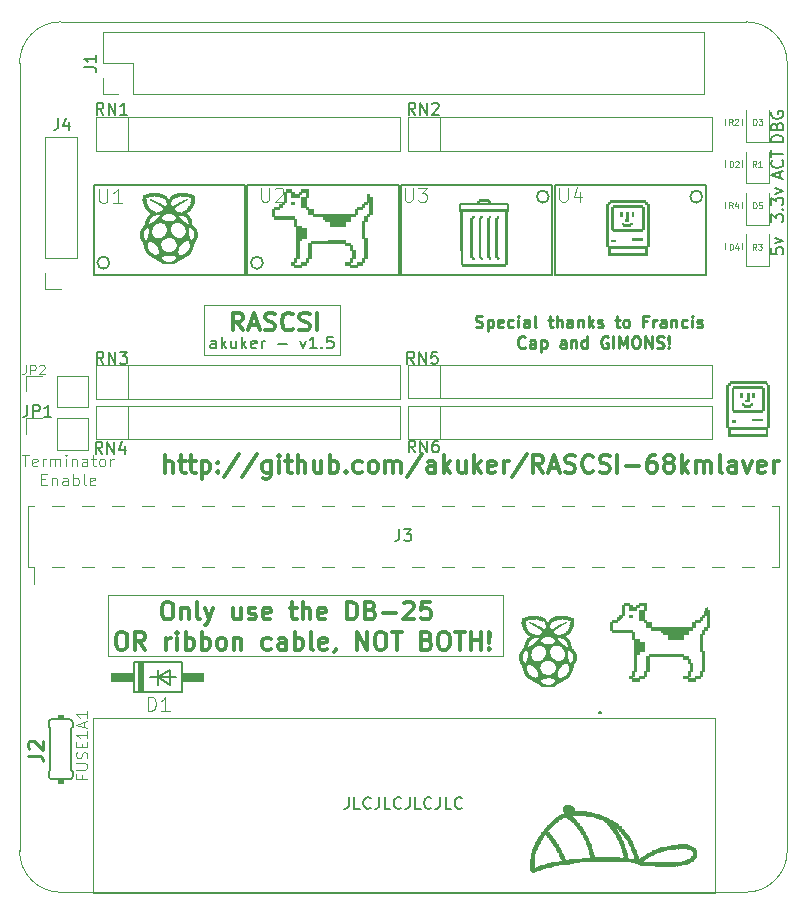
<source format=gbr>
%TF.GenerationSoftware,KiCad,Pcbnew,(5.1.6)-1*%
%TF.CreationDate,2020-06-27T22:48:14-05:00*%
%TF.ProjectId,rascsi_din,72617363-7369-45f6-9469-6e2e6b696361,rev?*%
%TF.SameCoordinates,Original*%
%TF.FileFunction,Legend,Top*%
%TF.FilePolarity,Positive*%
%FSLAX46Y46*%
G04 Gerber Fmt 4.6, Leading zero omitted, Abs format (unit mm)*
G04 Created by KiCad (PCBNEW (5.1.6)-1) date 2020-06-27 22:48:14*
%MOMM*%
%LPD*%
G01*
G04 APERTURE LIST*
%ADD10C,0.100000*%
%ADD11C,0.120000*%
%TA.AperFunction,Profile*%
%ADD12C,0.050000*%
%TD*%
%ADD13C,0.150000*%
%ADD14C,0.300000*%
%ADD15C,0.250000*%
%ADD16C,0.010000*%
%ADD17C,0.200000*%
%ADD18C,0.203200*%
%ADD19C,0.152400*%
%ADD20C,0.254000*%
%ADD21C,0.096520*%
%ADD22C,0.094107*%
%ADD23C,0.120650*%
G04 APERTURE END LIST*
D10*
X174719047Y-79152380D02*
X175290476Y-79152380D01*
X175004761Y-80152380D02*
X175004761Y-79152380D01*
X176004761Y-80104761D02*
X175909523Y-80152380D01*
X175719047Y-80152380D01*
X175623809Y-80104761D01*
X175576190Y-80009523D01*
X175576190Y-79628571D01*
X175623809Y-79533333D01*
X175719047Y-79485714D01*
X175909523Y-79485714D01*
X176004761Y-79533333D01*
X176052380Y-79628571D01*
X176052380Y-79723809D01*
X175576190Y-79819047D01*
X176480952Y-80152380D02*
X176480952Y-79485714D01*
X176480952Y-79676190D02*
X176528571Y-79580952D01*
X176576190Y-79533333D01*
X176671428Y-79485714D01*
X176766666Y-79485714D01*
X177100000Y-80152380D02*
X177100000Y-79485714D01*
X177100000Y-79580952D02*
X177147619Y-79533333D01*
X177242857Y-79485714D01*
X177385714Y-79485714D01*
X177480952Y-79533333D01*
X177528571Y-79628571D01*
X177528571Y-80152380D01*
X177528571Y-79628571D02*
X177576190Y-79533333D01*
X177671428Y-79485714D01*
X177814285Y-79485714D01*
X177909523Y-79533333D01*
X177957142Y-79628571D01*
X177957142Y-80152380D01*
X178433333Y-80152380D02*
X178433333Y-79485714D01*
X178433333Y-79152380D02*
X178385714Y-79200000D01*
X178433333Y-79247619D01*
X178480952Y-79200000D01*
X178433333Y-79152380D01*
X178433333Y-79247619D01*
X178909523Y-79485714D02*
X178909523Y-80152380D01*
X178909523Y-79580952D02*
X178957142Y-79533333D01*
X179052380Y-79485714D01*
X179195238Y-79485714D01*
X179290476Y-79533333D01*
X179338095Y-79628571D01*
X179338095Y-80152380D01*
X180242857Y-80152380D02*
X180242857Y-79628571D01*
X180195238Y-79533333D01*
X180100000Y-79485714D01*
X179909523Y-79485714D01*
X179814285Y-79533333D01*
X180242857Y-80104761D02*
X180147619Y-80152380D01*
X179909523Y-80152380D01*
X179814285Y-80104761D01*
X179766666Y-80009523D01*
X179766666Y-79914285D01*
X179814285Y-79819047D01*
X179909523Y-79771428D01*
X180147619Y-79771428D01*
X180242857Y-79723809D01*
X180576190Y-79485714D02*
X180957142Y-79485714D01*
X180719047Y-79152380D02*
X180719047Y-80009523D01*
X180766666Y-80104761D01*
X180861904Y-80152380D01*
X180957142Y-80152380D01*
X181433333Y-80152380D02*
X181338095Y-80104761D01*
X181290476Y-80057142D01*
X181242857Y-79961904D01*
X181242857Y-79676190D01*
X181290476Y-79580952D01*
X181338095Y-79533333D01*
X181433333Y-79485714D01*
X181576190Y-79485714D01*
X181671428Y-79533333D01*
X181719047Y-79580952D01*
X181766666Y-79676190D01*
X181766666Y-79961904D01*
X181719047Y-80057142D01*
X181671428Y-80104761D01*
X181576190Y-80152380D01*
X181433333Y-80152380D01*
X182195238Y-80152380D02*
X182195238Y-79485714D01*
X182195238Y-79676190D02*
X182242857Y-79580952D01*
X182290476Y-79533333D01*
X182385714Y-79485714D01*
X182480952Y-79485714D01*
X176338095Y-81228571D02*
X176671428Y-81228571D01*
X176814285Y-81752380D02*
X176338095Y-81752380D01*
X176338095Y-80752380D01*
X176814285Y-80752380D01*
X177242857Y-81085714D02*
X177242857Y-81752380D01*
X177242857Y-81180952D02*
X177290476Y-81133333D01*
X177385714Y-81085714D01*
X177528571Y-81085714D01*
X177623809Y-81133333D01*
X177671428Y-81228571D01*
X177671428Y-81752380D01*
X178576190Y-81752380D02*
X178576190Y-81228571D01*
X178528571Y-81133333D01*
X178433333Y-81085714D01*
X178242857Y-81085714D01*
X178147619Y-81133333D01*
X178576190Y-81704761D02*
X178480952Y-81752380D01*
X178242857Y-81752380D01*
X178147619Y-81704761D01*
X178100000Y-81609523D01*
X178100000Y-81514285D01*
X178147619Y-81419047D01*
X178242857Y-81371428D01*
X178480952Y-81371428D01*
X178576190Y-81323809D01*
X179052380Y-81752380D02*
X179052380Y-80752380D01*
X179052380Y-81133333D02*
X179147619Y-81085714D01*
X179338095Y-81085714D01*
X179433333Y-81133333D01*
X179480952Y-81180952D01*
X179528571Y-81276190D01*
X179528571Y-81561904D01*
X179480952Y-81657142D01*
X179433333Y-81704761D01*
X179338095Y-81752380D01*
X179147619Y-81752380D01*
X179052380Y-81704761D01*
X180100000Y-81752380D02*
X180004761Y-81704761D01*
X179957142Y-81609523D01*
X179957142Y-80752380D01*
X180861904Y-81704761D02*
X180766666Y-81752380D01*
X180576190Y-81752380D01*
X180480952Y-81704761D01*
X180433333Y-81609523D01*
X180433333Y-81228571D01*
X180480952Y-81133333D01*
X180576190Y-81085714D01*
X180766666Y-81085714D01*
X180861904Y-81133333D01*
X180909523Y-81228571D01*
X180909523Y-81323809D01*
X180433333Y-81419047D01*
D11*
X182000000Y-96200000D02*
X182000000Y-91000000D01*
X215400000Y-96200000D02*
X182000000Y-96200000D01*
X215400000Y-91000000D02*
X215400000Y-96200000D01*
X182000000Y-91000000D02*
X215400000Y-91000000D01*
D12*
X178000000Y-116200000D02*
X236000000Y-116200000D01*
X178000000Y-116200000D02*
G75*
G02*
X174500000Y-112700000I0J3500000D01*
G01*
X239500000Y-112700000D02*
G75*
G02*
X236000000Y-116200000I-3500000J0D01*
G01*
X174500000Y-46000000D02*
X174500000Y-112700000D01*
X239500000Y-46000000D02*
X239500000Y-112700000D01*
X178000000Y-42500000D02*
X236000000Y-42500000D01*
X174500000Y-46000000D02*
G75*
G02*
X178000000Y-42500000I3500000J0D01*
G01*
X236000000Y-42500000D02*
G75*
G02*
X239500000Y-46000000I0J-3500000D01*
G01*
D11*
X201630000Y-66450000D02*
X190130000Y-66450000D01*
X201630000Y-70700000D02*
X201630000Y-66450000D01*
X190130000Y-70700000D02*
X201630000Y-70700000D01*
X190130000Y-66450000D02*
X190130000Y-70700000D01*
D13*
X202380952Y-108152380D02*
X202380952Y-108866666D01*
X202333333Y-109009523D01*
X202238095Y-109104761D01*
X202095238Y-109152380D01*
X202000000Y-109152380D01*
X203333333Y-109152380D02*
X202857142Y-109152380D01*
X202857142Y-108152380D01*
X204238095Y-109057142D02*
X204190476Y-109104761D01*
X204047619Y-109152380D01*
X203952380Y-109152380D01*
X203809523Y-109104761D01*
X203714285Y-109009523D01*
X203666666Y-108914285D01*
X203619047Y-108723809D01*
X203619047Y-108580952D01*
X203666666Y-108390476D01*
X203714285Y-108295238D01*
X203809523Y-108200000D01*
X203952380Y-108152380D01*
X204047619Y-108152380D01*
X204190476Y-108200000D01*
X204238095Y-108247619D01*
X204952380Y-108152380D02*
X204952380Y-108866666D01*
X204904761Y-109009523D01*
X204809523Y-109104761D01*
X204666666Y-109152380D01*
X204571428Y-109152380D01*
X205904761Y-109152380D02*
X205428571Y-109152380D01*
X205428571Y-108152380D01*
X206809523Y-109057142D02*
X206761904Y-109104761D01*
X206619047Y-109152380D01*
X206523809Y-109152380D01*
X206380952Y-109104761D01*
X206285714Y-109009523D01*
X206238095Y-108914285D01*
X206190476Y-108723809D01*
X206190476Y-108580952D01*
X206238095Y-108390476D01*
X206285714Y-108295238D01*
X206380952Y-108200000D01*
X206523809Y-108152380D01*
X206619047Y-108152380D01*
X206761904Y-108200000D01*
X206809523Y-108247619D01*
X207523809Y-108152380D02*
X207523809Y-108866666D01*
X207476190Y-109009523D01*
X207380952Y-109104761D01*
X207238095Y-109152380D01*
X207142857Y-109152380D01*
X208476190Y-109152380D02*
X208000000Y-109152380D01*
X208000000Y-108152380D01*
X209380952Y-109057142D02*
X209333333Y-109104761D01*
X209190476Y-109152380D01*
X209095238Y-109152380D01*
X208952380Y-109104761D01*
X208857142Y-109009523D01*
X208809523Y-108914285D01*
X208761904Y-108723809D01*
X208761904Y-108580952D01*
X208809523Y-108390476D01*
X208857142Y-108295238D01*
X208952380Y-108200000D01*
X209095238Y-108152380D01*
X209190476Y-108152380D01*
X209333333Y-108200000D01*
X209380952Y-108247619D01*
X210095238Y-108152380D02*
X210095238Y-108866666D01*
X210047619Y-109009523D01*
X209952380Y-109104761D01*
X209809523Y-109152380D01*
X209714285Y-109152380D01*
X211047619Y-109152380D02*
X210571428Y-109152380D01*
X210571428Y-108152380D01*
X211952380Y-109057142D02*
X211904761Y-109104761D01*
X211761904Y-109152380D01*
X211666666Y-109152380D01*
X211523809Y-109104761D01*
X211428571Y-109009523D01*
X211380952Y-108914285D01*
X211333333Y-108723809D01*
X211333333Y-108580952D01*
X211380952Y-108390476D01*
X211428571Y-108295238D01*
X211523809Y-108200000D01*
X211666666Y-108152380D01*
X211761904Y-108152380D01*
X211904761Y-108200000D01*
X211952380Y-108247619D01*
X239152380Y-52661904D02*
X238152380Y-52661904D01*
X238152380Y-52423809D01*
X238200000Y-52280952D01*
X238295238Y-52185714D01*
X238390476Y-52138095D01*
X238580952Y-52090476D01*
X238723809Y-52090476D01*
X238914285Y-52138095D01*
X239009523Y-52185714D01*
X239104761Y-52280952D01*
X239152380Y-52423809D01*
X239152380Y-52661904D01*
X238628571Y-51328571D02*
X238676190Y-51185714D01*
X238723809Y-51138095D01*
X238819047Y-51090476D01*
X238961904Y-51090476D01*
X239057142Y-51138095D01*
X239104761Y-51185714D01*
X239152380Y-51280952D01*
X239152380Y-51661904D01*
X238152380Y-51661904D01*
X238152380Y-51328571D01*
X238200000Y-51233333D01*
X238247619Y-51185714D01*
X238342857Y-51138095D01*
X238438095Y-51138095D01*
X238533333Y-51185714D01*
X238580952Y-51233333D01*
X238628571Y-51328571D01*
X238628571Y-51661904D01*
X238200000Y-50138095D02*
X238152380Y-50233333D01*
X238152380Y-50376190D01*
X238200000Y-50519047D01*
X238295238Y-50614285D01*
X238390476Y-50661904D01*
X238580952Y-50709523D01*
X238723809Y-50709523D01*
X238914285Y-50661904D01*
X239009523Y-50614285D01*
X239104761Y-50519047D01*
X239152380Y-50376190D01*
X239152380Y-50280952D01*
X239104761Y-50138095D01*
X239057142Y-50090476D01*
X238723809Y-50090476D01*
X238723809Y-50280952D01*
X238152380Y-61642857D02*
X238152380Y-62119047D01*
X238628571Y-62166666D01*
X238580952Y-62119047D01*
X238533333Y-62023809D01*
X238533333Y-61785714D01*
X238580952Y-61690476D01*
X238628571Y-61642857D01*
X238723809Y-61595238D01*
X238961904Y-61595238D01*
X239057142Y-61642857D01*
X239104761Y-61690476D01*
X239152380Y-61785714D01*
X239152380Y-62023809D01*
X239104761Y-62119047D01*
X239057142Y-62166666D01*
X238485714Y-61261904D02*
X239152380Y-61023809D01*
X238485714Y-60785714D01*
X238866666Y-55719047D02*
X238866666Y-55242857D01*
X239152380Y-55814285D02*
X238152380Y-55480952D01*
X239152380Y-55147619D01*
X239057142Y-54242857D02*
X239104761Y-54290476D01*
X239152380Y-54433333D01*
X239152380Y-54528571D01*
X239104761Y-54671428D01*
X239009523Y-54766666D01*
X238914285Y-54814285D01*
X238723809Y-54861904D01*
X238580952Y-54861904D01*
X238390476Y-54814285D01*
X238295238Y-54766666D01*
X238200000Y-54671428D01*
X238152380Y-54528571D01*
X238152380Y-54433333D01*
X238200000Y-54290476D01*
X238247619Y-54242857D01*
X238152380Y-53957142D02*
X238152380Y-53385714D01*
X239152380Y-53671428D02*
X238152380Y-53671428D01*
X238152380Y-59428571D02*
X238152380Y-58809523D01*
X238533333Y-59142857D01*
X238533333Y-59000000D01*
X238580952Y-58904761D01*
X238628571Y-58857142D01*
X238723809Y-58809523D01*
X238961904Y-58809523D01*
X239057142Y-58857142D01*
X239104761Y-58904761D01*
X239152380Y-59000000D01*
X239152380Y-59285714D01*
X239104761Y-59380952D01*
X239057142Y-59428571D01*
X239057142Y-58380952D02*
X239104761Y-58333333D01*
X239152380Y-58380952D01*
X239104761Y-58428571D01*
X239057142Y-58380952D01*
X239152380Y-58380952D01*
X238152380Y-58000000D02*
X238152380Y-57380952D01*
X238533333Y-57714285D01*
X238533333Y-57571428D01*
X238580952Y-57476190D01*
X238628571Y-57428571D01*
X238723809Y-57380952D01*
X238961904Y-57380952D01*
X239057142Y-57428571D01*
X239104761Y-57476190D01*
X239152380Y-57571428D01*
X239152380Y-57857142D01*
X239104761Y-57952380D01*
X239057142Y-58000000D01*
X238485714Y-57047619D02*
X239152380Y-56809523D01*
X238485714Y-56571428D01*
X191141904Y-70152380D02*
X191141904Y-69628571D01*
X191094285Y-69533333D01*
X190999047Y-69485714D01*
X190808571Y-69485714D01*
X190713333Y-69533333D01*
X191141904Y-70104761D02*
X191046666Y-70152380D01*
X190808571Y-70152380D01*
X190713333Y-70104761D01*
X190665714Y-70009523D01*
X190665714Y-69914285D01*
X190713333Y-69819047D01*
X190808571Y-69771428D01*
X191046666Y-69771428D01*
X191141904Y-69723809D01*
X191618095Y-70152380D02*
X191618095Y-69152380D01*
X191713333Y-69771428D02*
X191999047Y-70152380D01*
X191999047Y-69485714D02*
X191618095Y-69866666D01*
X192856190Y-69485714D02*
X192856190Y-70152380D01*
X192427619Y-69485714D02*
X192427619Y-70009523D01*
X192475238Y-70104761D01*
X192570476Y-70152380D01*
X192713333Y-70152380D01*
X192808571Y-70104761D01*
X192856190Y-70057142D01*
X193332380Y-70152380D02*
X193332380Y-69152380D01*
X193427619Y-69771428D02*
X193713333Y-70152380D01*
X193713333Y-69485714D02*
X193332380Y-69866666D01*
X194522857Y-70104761D02*
X194427619Y-70152380D01*
X194237142Y-70152380D01*
X194141904Y-70104761D01*
X194094285Y-70009523D01*
X194094285Y-69628571D01*
X194141904Y-69533333D01*
X194237142Y-69485714D01*
X194427619Y-69485714D01*
X194522857Y-69533333D01*
X194570476Y-69628571D01*
X194570476Y-69723809D01*
X194094285Y-69819047D01*
X194999047Y-70152380D02*
X194999047Y-69485714D01*
X194999047Y-69676190D02*
X195046666Y-69580952D01*
X195094285Y-69533333D01*
X195189523Y-69485714D01*
X195284761Y-69485714D01*
X196380000Y-69771428D02*
X197141904Y-69771428D01*
X198284761Y-69485714D02*
X198522857Y-70152380D01*
X198760952Y-69485714D01*
X199665714Y-70152380D02*
X199094285Y-70152380D01*
X199380000Y-70152380D02*
X199380000Y-69152380D01*
X199284761Y-69295238D01*
X199189523Y-69390476D01*
X199094285Y-69438095D01*
X200094285Y-70057142D02*
X200141904Y-70104761D01*
X200094285Y-70152380D01*
X200046666Y-70104761D01*
X200094285Y-70057142D01*
X200094285Y-70152380D01*
X201046666Y-69152380D02*
X200570476Y-69152380D01*
X200522857Y-69628571D01*
X200570476Y-69580952D01*
X200665714Y-69533333D01*
X200903809Y-69533333D01*
X200999047Y-69580952D01*
X201046666Y-69628571D01*
X201094285Y-69723809D01*
X201094285Y-69961904D01*
X201046666Y-70057142D01*
X200999047Y-70104761D01*
X200903809Y-70152380D01*
X200665714Y-70152380D01*
X200570476Y-70104761D01*
X200522857Y-70057142D01*
D14*
X193415714Y-68628571D02*
X192915714Y-67914285D01*
X192558571Y-68628571D02*
X192558571Y-67128571D01*
X193130000Y-67128571D01*
X193272857Y-67200000D01*
X193344285Y-67271428D01*
X193415714Y-67414285D01*
X193415714Y-67628571D01*
X193344285Y-67771428D01*
X193272857Y-67842857D01*
X193130000Y-67914285D01*
X192558571Y-67914285D01*
X193987142Y-68200000D02*
X194701428Y-68200000D01*
X193844285Y-68628571D02*
X194344285Y-67128571D01*
X194844285Y-68628571D01*
X195272857Y-68557142D02*
X195487142Y-68628571D01*
X195844285Y-68628571D01*
X195987142Y-68557142D01*
X196058571Y-68485714D01*
X196130000Y-68342857D01*
X196130000Y-68200000D01*
X196058571Y-68057142D01*
X195987142Y-67985714D01*
X195844285Y-67914285D01*
X195558571Y-67842857D01*
X195415714Y-67771428D01*
X195344285Y-67700000D01*
X195272857Y-67557142D01*
X195272857Y-67414285D01*
X195344285Y-67271428D01*
X195415714Y-67200000D01*
X195558571Y-67128571D01*
X195915714Y-67128571D01*
X196130000Y-67200000D01*
X197630000Y-68485714D02*
X197558571Y-68557142D01*
X197344285Y-68628571D01*
X197201428Y-68628571D01*
X196987142Y-68557142D01*
X196844285Y-68414285D01*
X196772857Y-68271428D01*
X196701428Y-67985714D01*
X196701428Y-67771428D01*
X196772857Y-67485714D01*
X196844285Y-67342857D01*
X196987142Y-67200000D01*
X197201428Y-67128571D01*
X197344285Y-67128571D01*
X197558571Y-67200000D01*
X197630000Y-67271428D01*
X198201428Y-68557142D02*
X198415714Y-68628571D01*
X198772857Y-68628571D01*
X198915714Y-68557142D01*
X198987142Y-68485714D01*
X199058571Y-68342857D01*
X199058571Y-68200000D01*
X198987142Y-68057142D01*
X198915714Y-67985714D01*
X198772857Y-67914285D01*
X198487142Y-67842857D01*
X198344285Y-67771428D01*
X198272857Y-67700000D01*
X198201428Y-67557142D01*
X198201428Y-67414285D01*
X198272857Y-67271428D01*
X198344285Y-67200000D01*
X198487142Y-67128571D01*
X198844285Y-67128571D01*
X199058571Y-67200000D01*
X199701428Y-68628571D02*
X199701428Y-67128571D01*
X186842857Y-80678571D02*
X186842857Y-79178571D01*
X187485714Y-80678571D02*
X187485714Y-79892857D01*
X187414285Y-79750000D01*
X187271428Y-79678571D01*
X187057142Y-79678571D01*
X186914285Y-79750000D01*
X186842857Y-79821428D01*
X187985714Y-79678571D02*
X188557142Y-79678571D01*
X188200000Y-79178571D02*
X188200000Y-80464285D01*
X188271428Y-80607142D01*
X188414285Y-80678571D01*
X188557142Y-80678571D01*
X188842857Y-79678571D02*
X189414285Y-79678571D01*
X189057142Y-79178571D02*
X189057142Y-80464285D01*
X189128571Y-80607142D01*
X189271428Y-80678571D01*
X189414285Y-80678571D01*
X189914285Y-79678571D02*
X189914285Y-81178571D01*
X189914285Y-79750000D02*
X190057142Y-79678571D01*
X190342857Y-79678571D01*
X190485714Y-79750000D01*
X190557142Y-79821428D01*
X190628571Y-79964285D01*
X190628571Y-80392857D01*
X190557142Y-80535714D01*
X190485714Y-80607142D01*
X190342857Y-80678571D01*
X190057142Y-80678571D01*
X189914285Y-80607142D01*
X191271428Y-80535714D02*
X191342857Y-80607142D01*
X191271428Y-80678571D01*
X191200000Y-80607142D01*
X191271428Y-80535714D01*
X191271428Y-80678571D01*
X191271428Y-79750000D02*
X191342857Y-79821428D01*
X191271428Y-79892857D01*
X191200000Y-79821428D01*
X191271428Y-79750000D01*
X191271428Y-79892857D01*
X193057142Y-79107142D02*
X191771428Y-81035714D01*
X194628571Y-79107142D02*
X193342857Y-81035714D01*
X195771428Y-79678571D02*
X195771428Y-80892857D01*
X195700000Y-81035714D01*
X195628571Y-81107142D01*
X195485714Y-81178571D01*
X195271428Y-81178571D01*
X195128571Y-81107142D01*
X195771428Y-80607142D02*
X195628571Y-80678571D01*
X195342857Y-80678571D01*
X195200000Y-80607142D01*
X195128571Y-80535714D01*
X195057142Y-80392857D01*
X195057142Y-79964285D01*
X195128571Y-79821428D01*
X195200000Y-79750000D01*
X195342857Y-79678571D01*
X195628571Y-79678571D01*
X195771428Y-79750000D01*
X196485714Y-80678571D02*
X196485714Y-79678571D01*
X196485714Y-79178571D02*
X196414285Y-79250000D01*
X196485714Y-79321428D01*
X196557142Y-79250000D01*
X196485714Y-79178571D01*
X196485714Y-79321428D01*
X196985714Y-79678571D02*
X197557142Y-79678571D01*
X197200000Y-79178571D02*
X197200000Y-80464285D01*
X197271428Y-80607142D01*
X197414285Y-80678571D01*
X197557142Y-80678571D01*
X198057142Y-80678571D02*
X198057142Y-79178571D01*
X198700000Y-80678571D02*
X198700000Y-79892857D01*
X198628571Y-79750000D01*
X198485714Y-79678571D01*
X198271428Y-79678571D01*
X198128571Y-79750000D01*
X198057142Y-79821428D01*
X200057142Y-79678571D02*
X200057142Y-80678571D01*
X199414285Y-79678571D02*
X199414285Y-80464285D01*
X199485714Y-80607142D01*
X199628571Y-80678571D01*
X199842857Y-80678571D01*
X199985714Y-80607142D01*
X200057142Y-80535714D01*
X200771428Y-80678571D02*
X200771428Y-79178571D01*
X200771428Y-79750000D02*
X200914285Y-79678571D01*
X201200000Y-79678571D01*
X201342857Y-79750000D01*
X201414285Y-79821428D01*
X201485714Y-79964285D01*
X201485714Y-80392857D01*
X201414285Y-80535714D01*
X201342857Y-80607142D01*
X201200000Y-80678571D01*
X200914285Y-80678571D01*
X200771428Y-80607142D01*
X202128571Y-80535714D02*
X202200000Y-80607142D01*
X202128571Y-80678571D01*
X202057142Y-80607142D01*
X202128571Y-80535714D01*
X202128571Y-80678571D01*
X203485714Y-80607142D02*
X203342857Y-80678571D01*
X203057142Y-80678571D01*
X202914285Y-80607142D01*
X202842857Y-80535714D01*
X202771428Y-80392857D01*
X202771428Y-79964285D01*
X202842857Y-79821428D01*
X202914285Y-79750000D01*
X203057142Y-79678571D01*
X203342857Y-79678571D01*
X203485714Y-79750000D01*
X204342857Y-80678571D02*
X204200000Y-80607142D01*
X204128571Y-80535714D01*
X204057142Y-80392857D01*
X204057142Y-79964285D01*
X204128571Y-79821428D01*
X204200000Y-79750000D01*
X204342857Y-79678571D01*
X204557142Y-79678571D01*
X204700000Y-79750000D01*
X204771428Y-79821428D01*
X204842857Y-79964285D01*
X204842857Y-80392857D01*
X204771428Y-80535714D01*
X204700000Y-80607142D01*
X204557142Y-80678571D01*
X204342857Y-80678571D01*
X205485714Y-80678571D02*
X205485714Y-79678571D01*
X205485714Y-79821428D02*
X205557142Y-79750000D01*
X205700000Y-79678571D01*
X205914285Y-79678571D01*
X206057142Y-79750000D01*
X206128571Y-79892857D01*
X206128571Y-80678571D01*
X206128571Y-79892857D02*
X206200000Y-79750000D01*
X206342857Y-79678571D01*
X206557142Y-79678571D01*
X206700000Y-79750000D01*
X206771428Y-79892857D01*
X206771428Y-80678571D01*
X208557142Y-79107142D02*
X207271428Y-81035714D01*
X209700000Y-80678571D02*
X209700000Y-79892857D01*
X209628571Y-79750000D01*
X209485714Y-79678571D01*
X209200000Y-79678571D01*
X209057142Y-79750000D01*
X209700000Y-80607142D02*
X209557142Y-80678571D01*
X209200000Y-80678571D01*
X209057142Y-80607142D01*
X208985714Y-80464285D01*
X208985714Y-80321428D01*
X209057142Y-80178571D01*
X209200000Y-80107142D01*
X209557142Y-80107142D01*
X209700000Y-80035714D01*
X210414285Y-80678571D02*
X210414285Y-79178571D01*
X210557142Y-80107142D02*
X210985714Y-80678571D01*
X210985714Y-79678571D02*
X210414285Y-80250000D01*
X212271428Y-79678571D02*
X212271428Y-80678571D01*
X211628571Y-79678571D02*
X211628571Y-80464285D01*
X211700000Y-80607142D01*
X211842857Y-80678571D01*
X212057142Y-80678571D01*
X212200000Y-80607142D01*
X212271428Y-80535714D01*
X212985714Y-80678571D02*
X212985714Y-79178571D01*
X213128571Y-80107142D02*
X213557142Y-80678571D01*
X213557142Y-79678571D02*
X212985714Y-80250000D01*
X214771428Y-80607142D02*
X214628571Y-80678571D01*
X214342857Y-80678571D01*
X214200000Y-80607142D01*
X214128571Y-80464285D01*
X214128571Y-79892857D01*
X214200000Y-79750000D01*
X214342857Y-79678571D01*
X214628571Y-79678571D01*
X214771428Y-79750000D01*
X214842857Y-79892857D01*
X214842857Y-80035714D01*
X214128571Y-80178571D01*
X215485714Y-80678571D02*
X215485714Y-79678571D01*
X215485714Y-79964285D02*
X215557142Y-79821428D01*
X215628571Y-79750000D01*
X215771428Y-79678571D01*
X215914285Y-79678571D01*
X217485714Y-79107142D02*
X216200000Y-81035714D01*
X218842857Y-80678571D02*
X218342857Y-79964285D01*
X217985714Y-80678571D02*
X217985714Y-79178571D01*
X218557142Y-79178571D01*
X218700000Y-79250000D01*
X218771428Y-79321428D01*
X218842857Y-79464285D01*
X218842857Y-79678571D01*
X218771428Y-79821428D01*
X218700000Y-79892857D01*
X218557142Y-79964285D01*
X217985714Y-79964285D01*
X219414285Y-80250000D02*
X220128571Y-80250000D01*
X219271428Y-80678571D02*
X219771428Y-79178571D01*
X220271428Y-80678571D01*
X220700000Y-80607142D02*
X220914285Y-80678571D01*
X221271428Y-80678571D01*
X221414285Y-80607142D01*
X221485714Y-80535714D01*
X221557142Y-80392857D01*
X221557142Y-80250000D01*
X221485714Y-80107142D01*
X221414285Y-80035714D01*
X221271428Y-79964285D01*
X220985714Y-79892857D01*
X220842857Y-79821428D01*
X220771428Y-79750000D01*
X220700000Y-79607142D01*
X220700000Y-79464285D01*
X220771428Y-79321428D01*
X220842857Y-79250000D01*
X220985714Y-79178571D01*
X221342857Y-79178571D01*
X221557142Y-79250000D01*
X223057142Y-80535714D02*
X222985714Y-80607142D01*
X222771428Y-80678571D01*
X222628571Y-80678571D01*
X222414285Y-80607142D01*
X222271428Y-80464285D01*
X222200000Y-80321428D01*
X222128571Y-80035714D01*
X222128571Y-79821428D01*
X222200000Y-79535714D01*
X222271428Y-79392857D01*
X222414285Y-79250000D01*
X222628571Y-79178571D01*
X222771428Y-79178571D01*
X222985714Y-79250000D01*
X223057142Y-79321428D01*
X223628571Y-80607142D02*
X223842857Y-80678571D01*
X224200000Y-80678571D01*
X224342857Y-80607142D01*
X224414285Y-80535714D01*
X224485714Y-80392857D01*
X224485714Y-80250000D01*
X224414285Y-80107142D01*
X224342857Y-80035714D01*
X224200000Y-79964285D01*
X223914285Y-79892857D01*
X223771428Y-79821428D01*
X223700000Y-79750000D01*
X223628571Y-79607142D01*
X223628571Y-79464285D01*
X223700000Y-79321428D01*
X223771428Y-79250000D01*
X223914285Y-79178571D01*
X224271428Y-79178571D01*
X224485714Y-79250000D01*
X225128571Y-80678571D02*
X225128571Y-79178571D01*
X225842857Y-80107142D02*
X226985714Y-80107142D01*
X228342857Y-79178571D02*
X228057142Y-79178571D01*
X227914285Y-79250000D01*
X227842857Y-79321428D01*
X227700000Y-79535714D01*
X227628571Y-79821428D01*
X227628571Y-80392857D01*
X227700000Y-80535714D01*
X227771428Y-80607142D01*
X227914285Y-80678571D01*
X228200000Y-80678571D01*
X228342857Y-80607142D01*
X228414285Y-80535714D01*
X228485714Y-80392857D01*
X228485714Y-80035714D01*
X228414285Y-79892857D01*
X228342857Y-79821428D01*
X228200000Y-79750000D01*
X227914285Y-79750000D01*
X227771428Y-79821428D01*
X227700000Y-79892857D01*
X227628571Y-80035714D01*
X229342857Y-79821428D02*
X229200000Y-79750000D01*
X229128571Y-79678571D01*
X229057142Y-79535714D01*
X229057142Y-79464285D01*
X229128571Y-79321428D01*
X229200000Y-79250000D01*
X229342857Y-79178571D01*
X229628571Y-79178571D01*
X229771428Y-79250000D01*
X229842857Y-79321428D01*
X229914285Y-79464285D01*
X229914285Y-79535714D01*
X229842857Y-79678571D01*
X229771428Y-79750000D01*
X229628571Y-79821428D01*
X229342857Y-79821428D01*
X229200000Y-79892857D01*
X229128571Y-79964285D01*
X229057142Y-80107142D01*
X229057142Y-80392857D01*
X229128571Y-80535714D01*
X229200000Y-80607142D01*
X229342857Y-80678571D01*
X229628571Y-80678571D01*
X229771428Y-80607142D01*
X229842857Y-80535714D01*
X229914285Y-80392857D01*
X229914285Y-80107142D01*
X229842857Y-79964285D01*
X229771428Y-79892857D01*
X229628571Y-79821428D01*
X230557142Y-80678571D02*
X230557142Y-79178571D01*
X230700000Y-80107142D02*
X231128571Y-80678571D01*
X231128571Y-79678571D02*
X230557142Y-80250000D01*
X231771428Y-80678571D02*
X231771428Y-79678571D01*
X231771428Y-79821428D02*
X231842857Y-79750000D01*
X231985714Y-79678571D01*
X232200000Y-79678571D01*
X232342857Y-79750000D01*
X232414285Y-79892857D01*
X232414285Y-80678571D01*
X232414285Y-79892857D02*
X232485714Y-79750000D01*
X232628571Y-79678571D01*
X232842857Y-79678571D01*
X232985714Y-79750000D01*
X233057142Y-79892857D01*
X233057142Y-80678571D01*
X233985714Y-80678571D02*
X233842857Y-80607142D01*
X233771428Y-80464285D01*
X233771428Y-79178571D01*
X235200000Y-80678571D02*
X235200000Y-79892857D01*
X235128571Y-79750000D01*
X234985714Y-79678571D01*
X234700000Y-79678571D01*
X234557142Y-79750000D01*
X235200000Y-80607142D02*
X235057142Y-80678571D01*
X234700000Y-80678571D01*
X234557142Y-80607142D01*
X234485714Y-80464285D01*
X234485714Y-80321428D01*
X234557142Y-80178571D01*
X234700000Y-80107142D01*
X235057142Y-80107142D01*
X235200000Y-80035714D01*
X235771428Y-79678571D02*
X236128571Y-80678571D01*
X236485714Y-79678571D01*
X237628571Y-80607142D02*
X237485714Y-80678571D01*
X237200000Y-80678571D01*
X237057142Y-80607142D01*
X236985714Y-80464285D01*
X236985714Y-79892857D01*
X237057142Y-79750000D01*
X237200000Y-79678571D01*
X237485714Y-79678571D01*
X237628571Y-79750000D01*
X237700000Y-79892857D01*
X237700000Y-80035714D01*
X236985714Y-80178571D01*
X238342857Y-80678571D02*
X238342857Y-79678571D01*
X238342857Y-79964285D02*
X238414285Y-79821428D01*
X238485714Y-79750000D01*
X238628571Y-79678571D01*
X238771428Y-79678571D01*
X186892857Y-91603571D02*
X187178571Y-91603571D01*
X187321428Y-91675000D01*
X187464285Y-91817857D01*
X187535714Y-92103571D01*
X187535714Y-92603571D01*
X187464285Y-92889285D01*
X187321428Y-93032142D01*
X187178571Y-93103571D01*
X186892857Y-93103571D01*
X186750000Y-93032142D01*
X186607142Y-92889285D01*
X186535714Y-92603571D01*
X186535714Y-92103571D01*
X186607142Y-91817857D01*
X186750000Y-91675000D01*
X186892857Y-91603571D01*
X188178571Y-92103571D02*
X188178571Y-93103571D01*
X188178571Y-92246428D02*
X188250000Y-92175000D01*
X188392857Y-92103571D01*
X188607142Y-92103571D01*
X188750000Y-92175000D01*
X188821428Y-92317857D01*
X188821428Y-93103571D01*
X189750000Y-93103571D02*
X189607142Y-93032142D01*
X189535714Y-92889285D01*
X189535714Y-91603571D01*
X190178571Y-92103571D02*
X190535714Y-93103571D01*
X190892857Y-92103571D02*
X190535714Y-93103571D01*
X190392857Y-93460714D01*
X190321428Y-93532142D01*
X190178571Y-93603571D01*
X193250000Y-92103571D02*
X193250000Y-93103571D01*
X192607142Y-92103571D02*
X192607142Y-92889285D01*
X192678571Y-93032142D01*
X192821428Y-93103571D01*
X193035714Y-93103571D01*
X193178571Y-93032142D01*
X193250000Y-92960714D01*
X193892857Y-93032142D02*
X194035714Y-93103571D01*
X194321428Y-93103571D01*
X194464285Y-93032142D01*
X194535714Y-92889285D01*
X194535714Y-92817857D01*
X194464285Y-92675000D01*
X194321428Y-92603571D01*
X194107142Y-92603571D01*
X193964285Y-92532142D01*
X193892857Y-92389285D01*
X193892857Y-92317857D01*
X193964285Y-92175000D01*
X194107142Y-92103571D01*
X194321428Y-92103571D01*
X194464285Y-92175000D01*
X195750000Y-93032142D02*
X195607142Y-93103571D01*
X195321428Y-93103571D01*
X195178571Y-93032142D01*
X195107142Y-92889285D01*
X195107142Y-92317857D01*
X195178571Y-92175000D01*
X195321428Y-92103571D01*
X195607142Y-92103571D01*
X195750000Y-92175000D01*
X195821428Y-92317857D01*
X195821428Y-92460714D01*
X195107142Y-92603571D01*
X197392857Y-92103571D02*
X197964285Y-92103571D01*
X197607142Y-91603571D02*
X197607142Y-92889285D01*
X197678571Y-93032142D01*
X197821428Y-93103571D01*
X197964285Y-93103571D01*
X198464285Y-93103571D02*
X198464285Y-91603571D01*
X199107142Y-93103571D02*
X199107142Y-92317857D01*
X199035714Y-92175000D01*
X198892857Y-92103571D01*
X198678571Y-92103571D01*
X198535714Y-92175000D01*
X198464285Y-92246428D01*
X200392857Y-93032142D02*
X200250000Y-93103571D01*
X199964285Y-93103571D01*
X199821428Y-93032142D01*
X199750000Y-92889285D01*
X199750000Y-92317857D01*
X199821428Y-92175000D01*
X199964285Y-92103571D01*
X200250000Y-92103571D01*
X200392857Y-92175000D01*
X200464285Y-92317857D01*
X200464285Y-92460714D01*
X199750000Y-92603571D01*
X202250000Y-93103571D02*
X202250000Y-91603571D01*
X202607142Y-91603571D01*
X202821428Y-91675000D01*
X202964285Y-91817857D01*
X203035714Y-91960714D01*
X203107142Y-92246428D01*
X203107142Y-92460714D01*
X203035714Y-92746428D01*
X202964285Y-92889285D01*
X202821428Y-93032142D01*
X202607142Y-93103571D01*
X202250000Y-93103571D01*
X204250000Y-92317857D02*
X204464285Y-92389285D01*
X204535714Y-92460714D01*
X204607142Y-92603571D01*
X204607142Y-92817857D01*
X204535714Y-92960714D01*
X204464285Y-93032142D01*
X204321428Y-93103571D01*
X203750000Y-93103571D01*
X203750000Y-91603571D01*
X204250000Y-91603571D01*
X204392857Y-91675000D01*
X204464285Y-91746428D01*
X204535714Y-91889285D01*
X204535714Y-92032142D01*
X204464285Y-92175000D01*
X204392857Y-92246428D01*
X204250000Y-92317857D01*
X203750000Y-92317857D01*
X205250000Y-92532142D02*
X206392857Y-92532142D01*
X207035714Y-91746428D02*
X207107142Y-91675000D01*
X207250000Y-91603571D01*
X207607142Y-91603571D01*
X207750000Y-91675000D01*
X207821428Y-91746428D01*
X207892857Y-91889285D01*
X207892857Y-92032142D01*
X207821428Y-92246428D01*
X206964285Y-93103571D01*
X207892857Y-93103571D01*
X209250000Y-91603571D02*
X208535714Y-91603571D01*
X208464285Y-92317857D01*
X208535714Y-92246428D01*
X208678571Y-92175000D01*
X209035714Y-92175000D01*
X209178571Y-92246428D01*
X209250000Y-92317857D01*
X209321428Y-92460714D01*
X209321428Y-92817857D01*
X209250000Y-92960714D01*
X209178571Y-93032142D01*
X209035714Y-93103571D01*
X208678571Y-93103571D01*
X208535714Y-93032142D01*
X208464285Y-92960714D01*
X183000000Y-94153571D02*
X183285714Y-94153571D01*
X183428571Y-94225000D01*
X183571428Y-94367857D01*
X183642857Y-94653571D01*
X183642857Y-95153571D01*
X183571428Y-95439285D01*
X183428571Y-95582142D01*
X183285714Y-95653571D01*
X183000000Y-95653571D01*
X182857142Y-95582142D01*
X182714285Y-95439285D01*
X182642857Y-95153571D01*
X182642857Y-94653571D01*
X182714285Y-94367857D01*
X182857142Y-94225000D01*
X183000000Y-94153571D01*
X185142857Y-95653571D02*
X184642857Y-94939285D01*
X184285714Y-95653571D02*
X184285714Y-94153571D01*
X184857142Y-94153571D01*
X185000000Y-94225000D01*
X185071428Y-94296428D01*
X185142857Y-94439285D01*
X185142857Y-94653571D01*
X185071428Y-94796428D01*
X185000000Y-94867857D01*
X184857142Y-94939285D01*
X184285714Y-94939285D01*
X186928571Y-95653571D02*
X186928571Y-94653571D01*
X186928571Y-94939285D02*
X187000000Y-94796428D01*
X187071428Y-94725000D01*
X187214285Y-94653571D01*
X187357142Y-94653571D01*
X187857142Y-95653571D02*
X187857142Y-94653571D01*
X187857142Y-94153571D02*
X187785714Y-94225000D01*
X187857142Y-94296428D01*
X187928571Y-94225000D01*
X187857142Y-94153571D01*
X187857142Y-94296428D01*
X188571428Y-95653571D02*
X188571428Y-94153571D01*
X188571428Y-94725000D02*
X188714285Y-94653571D01*
X189000000Y-94653571D01*
X189142857Y-94725000D01*
X189214285Y-94796428D01*
X189285714Y-94939285D01*
X189285714Y-95367857D01*
X189214285Y-95510714D01*
X189142857Y-95582142D01*
X189000000Y-95653571D01*
X188714285Y-95653571D01*
X188571428Y-95582142D01*
X189928571Y-95653571D02*
X189928571Y-94153571D01*
X189928571Y-94725000D02*
X190071428Y-94653571D01*
X190357142Y-94653571D01*
X190500000Y-94725000D01*
X190571428Y-94796428D01*
X190642857Y-94939285D01*
X190642857Y-95367857D01*
X190571428Y-95510714D01*
X190500000Y-95582142D01*
X190357142Y-95653571D01*
X190071428Y-95653571D01*
X189928571Y-95582142D01*
X191500000Y-95653571D02*
X191357142Y-95582142D01*
X191285714Y-95510714D01*
X191214285Y-95367857D01*
X191214285Y-94939285D01*
X191285714Y-94796428D01*
X191357142Y-94725000D01*
X191500000Y-94653571D01*
X191714285Y-94653571D01*
X191857142Y-94725000D01*
X191928571Y-94796428D01*
X192000000Y-94939285D01*
X192000000Y-95367857D01*
X191928571Y-95510714D01*
X191857142Y-95582142D01*
X191714285Y-95653571D01*
X191500000Y-95653571D01*
X192642857Y-94653571D02*
X192642857Y-95653571D01*
X192642857Y-94796428D02*
X192714285Y-94725000D01*
X192857142Y-94653571D01*
X193071428Y-94653571D01*
X193214285Y-94725000D01*
X193285714Y-94867857D01*
X193285714Y-95653571D01*
X195785714Y-95582142D02*
X195642857Y-95653571D01*
X195357142Y-95653571D01*
X195214285Y-95582142D01*
X195142857Y-95510714D01*
X195071428Y-95367857D01*
X195071428Y-94939285D01*
X195142857Y-94796428D01*
X195214285Y-94725000D01*
X195357142Y-94653571D01*
X195642857Y-94653571D01*
X195785714Y-94725000D01*
X197071428Y-95653571D02*
X197071428Y-94867857D01*
X197000000Y-94725000D01*
X196857142Y-94653571D01*
X196571428Y-94653571D01*
X196428571Y-94725000D01*
X197071428Y-95582142D02*
X196928571Y-95653571D01*
X196571428Y-95653571D01*
X196428571Y-95582142D01*
X196357142Y-95439285D01*
X196357142Y-95296428D01*
X196428571Y-95153571D01*
X196571428Y-95082142D01*
X196928571Y-95082142D01*
X197071428Y-95010714D01*
X197785714Y-95653571D02*
X197785714Y-94153571D01*
X197785714Y-94725000D02*
X197928571Y-94653571D01*
X198214285Y-94653571D01*
X198357142Y-94725000D01*
X198428571Y-94796428D01*
X198500000Y-94939285D01*
X198500000Y-95367857D01*
X198428571Y-95510714D01*
X198357142Y-95582142D01*
X198214285Y-95653571D01*
X197928571Y-95653571D01*
X197785714Y-95582142D01*
X199357142Y-95653571D02*
X199214285Y-95582142D01*
X199142857Y-95439285D01*
X199142857Y-94153571D01*
X200500000Y-95582142D02*
X200357142Y-95653571D01*
X200071428Y-95653571D01*
X199928571Y-95582142D01*
X199857142Y-95439285D01*
X199857142Y-94867857D01*
X199928571Y-94725000D01*
X200071428Y-94653571D01*
X200357142Y-94653571D01*
X200500000Y-94725000D01*
X200571428Y-94867857D01*
X200571428Y-95010714D01*
X199857142Y-95153571D01*
X201285714Y-95582142D02*
X201285714Y-95653571D01*
X201214285Y-95796428D01*
X201142857Y-95867857D01*
X203071428Y-95653571D02*
X203071428Y-94153571D01*
X203928571Y-95653571D01*
X203928571Y-94153571D01*
X204928571Y-94153571D02*
X205214285Y-94153571D01*
X205357142Y-94225000D01*
X205500000Y-94367857D01*
X205571428Y-94653571D01*
X205571428Y-95153571D01*
X205500000Y-95439285D01*
X205357142Y-95582142D01*
X205214285Y-95653571D01*
X204928571Y-95653571D01*
X204785714Y-95582142D01*
X204642857Y-95439285D01*
X204571428Y-95153571D01*
X204571428Y-94653571D01*
X204642857Y-94367857D01*
X204785714Y-94225000D01*
X204928571Y-94153571D01*
X206000000Y-94153571D02*
X206857142Y-94153571D01*
X206428571Y-95653571D02*
X206428571Y-94153571D01*
X209000000Y-94867857D02*
X209214285Y-94939285D01*
X209285714Y-95010714D01*
X209357142Y-95153571D01*
X209357142Y-95367857D01*
X209285714Y-95510714D01*
X209214285Y-95582142D01*
X209071428Y-95653571D01*
X208500000Y-95653571D01*
X208500000Y-94153571D01*
X209000000Y-94153571D01*
X209142857Y-94225000D01*
X209214285Y-94296428D01*
X209285714Y-94439285D01*
X209285714Y-94582142D01*
X209214285Y-94725000D01*
X209142857Y-94796428D01*
X209000000Y-94867857D01*
X208500000Y-94867857D01*
X210285714Y-94153571D02*
X210571428Y-94153571D01*
X210714285Y-94225000D01*
X210857142Y-94367857D01*
X210928571Y-94653571D01*
X210928571Y-95153571D01*
X210857142Y-95439285D01*
X210714285Y-95582142D01*
X210571428Y-95653571D01*
X210285714Y-95653571D01*
X210142857Y-95582142D01*
X210000000Y-95439285D01*
X209928571Y-95153571D01*
X209928571Y-94653571D01*
X210000000Y-94367857D01*
X210142857Y-94225000D01*
X210285714Y-94153571D01*
X211357142Y-94153571D02*
X212214285Y-94153571D01*
X211785714Y-95653571D02*
X211785714Y-94153571D01*
X212714285Y-95653571D02*
X212714285Y-94153571D01*
X212714285Y-94867857D02*
X213571428Y-94867857D01*
X213571428Y-95653571D02*
X213571428Y-94153571D01*
X214285714Y-95510714D02*
X214357142Y-95582142D01*
X214285714Y-95653571D01*
X214214285Y-95582142D01*
X214285714Y-95510714D01*
X214285714Y-95653571D01*
X214285714Y-95082142D02*
X214214285Y-94225000D01*
X214285714Y-94153571D01*
X214357142Y-94225000D01*
X214285714Y-95082142D01*
X214285714Y-94153571D01*
D15*
X213123809Y-68329761D02*
X213266666Y-68377380D01*
X213504761Y-68377380D01*
X213600000Y-68329761D01*
X213647619Y-68282142D01*
X213695238Y-68186904D01*
X213695238Y-68091666D01*
X213647619Y-67996428D01*
X213600000Y-67948809D01*
X213504761Y-67901190D01*
X213314285Y-67853571D01*
X213219047Y-67805952D01*
X213171428Y-67758333D01*
X213123809Y-67663095D01*
X213123809Y-67567857D01*
X213171428Y-67472619D01*
X213219047Y-67425000D01*
X213314285Y-67377380D01*
X213552380Y-67377380D01*
X213695238Y-67425000D01*
X214123809Y-67710714D02*
X214123809Y-68710714D01*
X214123809Y-67758333D02*
X214219047Y-67710714D01*
X214409523Y-67710714D01*
X214504761Y-67758333D01*
X214552380Y-67805952D01*
X214600000Y-67901190D01*
X214600000Y-68186904D01*
X214552380Y-68282142D01*
X214504761Y-68329761D01*
X214409523Y-68377380D01*
X214219047Y-68377380D01*
X214123809Y-68329761D01*
X215409523Y-68329761D02*
X215314285Y-68377380D01*
X215123809Y-68377380D01*
X215028571Y-68329761D01*
X214980952Y-68234523D01*
X214980952Y-67853571D01*
X215028571Y-67758333D01*
X215123809Y-67710714D01*
X215314285Y-67710714D01*
X215409523Y-67758333D01*
X215457142Y-67853571D01*
X215457142Y-67948809D01*
X214980952Y-68044047D01*
X216314285Y-68329761D02*
X216219047Y-68377380D01*
X216028571Y-68377380D01*
X215933333Y-68329761D01*
X215885714Y-68282142D01*
X215838095Y-68186904D01*
X215838095Y-67901190D01*
X215885714Y-67805952D01*
X215933333Y-67758333D01*
X216028571Y-67710714D01*
X216219047Y-67710714D01*
X216314285Y-67758333D01*
X216742857Y-68377380D02*
X216742857Y-67710714D01*
X216742857Y-67377380D02*
X216695238Y-67425000D01*
X216742857Y-67472619D01*
X216790476Y-67425000D01*
X216742857Y-67377380D01*
X216742857Y-67472619D01*
X217647619Y-68377380D02*
X217647619Y-67853571D01*
X217600000Y-67758333D01*
X217504761Y-67710714D01*
X217314285Y-67710714D01*
X217219047Y-67758333D01*
X217647619Y-68329761D02*
X217552380Y-68377380D01*
X217314285Y-68377380D01*
X217219047Y-68329761D01*
X217171428Y-68234523D01*
X217171428Y-68139285D01*
X217219047Y-68044047D01*
X217314285Y-67996428D01*
X217552380Y-67996428D01*
X217647619Y-67948809D01*
X218266666Y-68377380D02*
X218171428Y-68329761D01*
X218123809Y-68234523D01*
X218123809Y-67377380D01*
X219266666Y-67710714D02*
X219647619Y-67710714D01*
X219409523Y-67377380D02*
X219409523Y-68234523D01*
X219457142Y-68329761D01*
X219552380Y-68377380D01*
X219647619Y-68377380D01*
X219980952Y-68377380D02*
X219980952Y-67377380D01*
X220409523Y-68377380D02*
X220409523Y-67853571D01*
X220361904Y-67758333D01*
X220266666Y-67710714D01*
X220123809Y-67710714D01*
X220028571Y-67758333D01*
X219980952Y-67805952D01*
X221314285Y-68377380D02*
X221314285Y-67853571D01*
X221266666Y-67758333D01*
X221171428Y-67710714D01*
X220980952Y-67710714D01*
X220885714Y-67758333D01*
X221314285Y-68329761D02*
X221219047Y-68377380D01*
X220980952Y-68377380D01*
X220885714Y-68329761D01*
X220838095Y-68234523D01*
X220838095Y-68139285D01*
X220885714Y-68044047D01*
X220980952Y-67996428D01*
X221219047Y-67996428D01*
X221314285Y-67948809D01*
X221790476Y-67710714D02*
X221790476Y-68377380D01*
X221790476Y-67805952D02*
X221838095Y-67758333D01*
X221933333Y-67710714D01*
X222076190Y-67710714D01*
X222171428Y-67758333D01*
X222219047Y-67853571D01*
X222219047Y-68377380D01*
X222695238Y-68377380D02*
X222695238Y-67377380D01*
X222790476Y-67996428D02*
X223076190Y-68377380D01*
X223076190Y-67710714D02*
X222695238Y-68091666D01*
X223457142Y-68329761D02*
X223552380Y-68377380D01*
X223742857Y-68377380D01*
X223838095Y-68329761D01*
X223885714Y-68234523D01*
X223885714Y-68186904D01*
X223838095Y-68091666D01*
X223742857Y-68044047D01*
X223600000Y-68044047D01*
X223504761Y-67996428D01*
X223457142Y-67901190D01*
X223457142Y-67853571D01*
X223504761Y-67758333D01*
X223600000Y-67710714D01*
X223742857Y-67710714D01*
X223838095Y-67758333D01*
X224933333Y-67710714D02*
X225314285Y-67710714D01*
X225076190Y-67377380D02*
X225076190Y-68234523D01*
X225123809Y-68329761D01*
X225219047Y-68377380D01*
X225314285Y-68377380D01*
X225790476Y-68377380D02*
X225695238Y-68329761D01*
X225647619Y-68282142D01*
X225600000Y-68186904D01*
X225600000Y-67901190D01*
X225647619Y-67805952D01*
X225695238Y-67758333D01*
X225790476Y-67710714D01*
X225933333Y-67710714D01*
X226028571Y-67758333D01*
X226076190Y-67805952D01*
X226123809Y-67901190D01*
X226123809Y-68186904D01*
X226076190Y-68282142D01*
X226028571Y-68329761D01*
X225933333Y-68377380D01*
X225790476Y-68377380D01*
X227647619Y-67853571D02*
X227314285Y-67853571D01*
X227314285Y-68377380D02*
X227314285Y-67377380D01*
X227790476Y-67377380D01*
X228171428Y-68377380D02*
X228171428Y-67710714D01*
X228171428Y-67901190D02*
X228219047Y-67805952D01*
X228266666Y-67758333D01*
X228361904Y-67710714D01*
X228457142Y-67710714D01*
X229219047Y-68377380D02*
X229219047Y-67853571D01*
X229171428Y-67758333D01*
X229076190Y-67710714D01*
X228885714Y-67710714D01*
X228790476Y-67758333D01*
X229219047Y-68329761D02*
X229123809Y-68377380D01*
X228885714Y-68377380D01*
X228790476Y-68329761D01*
X228742857Y-68234523D01*
X228742857Y-68139285D01*
X228790476Y-68044047D01*
X228885714Y-67996428D01*
X229123809Y-67996428D01*
X229219047Y-67948809D01*
X229695238Y-67710714D02*
X229695238Y-68377380D01*
X229695238Y-67805952D02*
X229742857Y-67758333D01*
X229838095Y-67710714D01*
X229980952Y-67710714D01*
X230076190Y-67758333D01*
X230123809Y-67853571D01*
X230123809Y-68377380D01*
X231028571Y-68329761D02*
X230933333Y-68377380D01*
X230742857Y-68377380D01*
X230647619Y-68329761D01*
X230600000Y-68282142D01*
X230552380Y-68186904D01*
X230552380Y-67901190D01*
X230600000Y-67805952D01*
X230647619Y-67758333D01*
X230742857Y-67710714D01*
X230933333Y-67710714D01*
X231028571Y-67758333D01*
X231457142Y-68377380D02*
X231457142Y-67710714D01*
X231457142Y-67377380D02*
X231409523Y-67425000D01*
X231457142Y-67472619D01*
X231504761Y-67425000D01*
X231457142Y-67377380D01*
X231457142Y-67472619D01*
X231885714Y-68329761D02*
X231980952Y-68377380D01*
X232171428Y-68377380D01*
X232266666Y-68329761D01*
X232314285Y-68234523D01*
X232314285Y-68186904D01*
X232266666Y-68091666D01*
X232171428Y-68044047D01*
X232028571Y-68044047D01*
X231933333Y-67996428D01*
X231885714Y-67901190D01*
X231885714Y-67853571D01*
X231933333Y-67758333D01*
X232028571Y-67710714D01*
X232171428Y-67710714D01*
X232266666Y-67758333D01*
X217314285Y-70032142D02*
X217266666Y-70079761D01*
X217123809Y-70127380D01*
X217028571Y-70127380D01*
X216885714Y-70079761D01*
X216790476Y-69984523D01*
X216742857Y-69889285D01*
X216695238Y-69698809D01*
X216695238Y-69555952D01*
X216742857Y-69365476D01*
X216790476Y-69270238D01*
X216885714Y-69175000D01*
X217028571Y-69127380D01*
X217123809Y-69127380D01*
X217266666Y-69175000D01*
X217314285Y-69222619D01*
X218171428Y-70127380D02*
X218171428Y-69603571D01*
X218123809Y-69508333D01*
X218028571Y-69460714D01*
X217838095Y-69460714D01*
X217742857Y-69508333D01*
X218171428Y-70079761D02*
X218076190Y-70127380D01*
X217838095Y-70127380D01*
X217742857Y-70079761D01*
X217695238Y-69984523D01*
X217695238Y-69889285D01*
X217742857Y-69794047D01*
X217838095Y-69746428D01*
X218076190Y-69746428D01*
X218171428Y-69698809D01*
X218647619Y-69460714D02*
X218647619Y-70460714D01*
X218647619Y-69508333D02*
X218742857Y-69460714D01*
X218933333Y-69460714D01*
X219028571Y-69508333D01*
X219076190Y-69555952D01*
X219123809Y-69651190D01*
X219123809Y-69936904D01*
X219076190Y-70032142D01*
X219028571Y-70079761D01*
X218933333Y-70127380D01*
X218742857Y-70127380D01*
X218647619Y-70079761D01*
X220742857Y-70127380D02*
X220742857Y-69603571D01*
X220695238Y-69508333D01*
X220600000Y-69460714D01*
X220409523Y-69460714D01*
X220314285Y-69508333D01*
X220742857Y-70079761D02*
X220647619Y-70127380D01*
X220409523Y-70127380D01*
X220314285Y-70079761D01*
X220266666Y-69984523D01*
X220266666Y-69889285D01*
X220314285Y-69794047D01*
X220409523Y-69746428D01*
X220647619Y-69746428D01*
X220742857Y-69698809D01*
X221219047Y-69460714D02*
X221219047Y-70127380D01*
X221219047Y-69555952D02*
X221266666Y-69508333D01*
X221361904Y-69460714D01*
X221504761Y-69460714D01*
X221600000Y-69508333D01*
X221647619Y-69603571D01*
X221647619Y-70127380D01*
X222552380Y-70127380D02*
X222552380Y-69127380D01*
X222552380Y-70079761D02*
X222457142Y-70127380D01*
X222266666Y-70127380D01*
X222171428Y-70079761D01*
X222123809Y-70032142D01*
X222076190Y-69936904D01*
X222076190Y-69651190D01*
X222123809Y-69555952D01*
X222171428Y-69508333D01*
X222266666Y-69460714D01*
X222457142Y-69460714D01*
X222552380Y-69508333D01*
X224314285Y-69175000D02*
X224219047Y-69127380D01*
X224076190Y-69127380D01*
X223933333Y-69175000D01*
X223838095Y-69270238D01*
X223790476Y-69365476D01*
X223742857Y-69555952D01*
X223742857Y-69698809D01*
X223790476Y-69889285D01*
X223838095Y-69984523D01*
X223933333Y-70079761D01*
X224076190Y-70127380D01*
X224171428Y-70127380D01*
X224314285Y-70079761D01*
X224361904Y-70032142D01*
X224361904Y-69698809D01*
X224171428Y-69698809D01*
X224790476Y-70127380D02*
X224790476Y-69127380D01*
X225266666Y-70127380D02*
X225266666Y-69127380D01*
X225600000Y-69841666D01*
X225933333Y-69127380D01*
X225933333Y-70127380D01*
X226600000Y-69127380D02*
X226790476Y-69127380D01*
X226885714Y-69175000D01*
X226980952Y-69270238D01*
X227028571Y-69460714D01*
X227028571Y-69794047D01*
X226980952Y-69984523D01*
X226885714Y-70079761D01*
X226790476Y-70127380D01*
X226600000Y-70127380D01*
X226504761Y-70079761D01*
X226409523Y-69984523D01*
X226361904Y-69794047D01*
X226361904Y-69460714D01*
X226409523Y-69270238D01*
X226504761Y-69175000D01*
X226600000Y-69127380D01*
X227457142Y-70127380D02*
X227457142Y-69127380D01*
X228028571Y-70127380D01*
X228028571Y-69127380D01*
X228457142Y-70079761D02*
X228600000Y-70127380D01*
X228838095Y-70127380D01*
X228933333Y-70079761D01*
X228980952Y-70032142D01*
X229028571Y-69936904D01*
X229028571Y-69841666D01*
X228980952Y-69746428D01*
X228933333Y-69698809D01*
X228838095Y-69651190D01*
X228647619Y-69603571D01*
X228552380Y-69555952D01*
X228504761Y-69508333D01*
X228457142Y-69413095D01*
X228457142Y-69317857D01*
X228504761Y-69222619D01*
X228552380Y-69175000D01*
X228647619Y-69127380D01*
X228885714Y-69127380D01*
X229028571Y-69175000D01*
X229457142Y-70032142D02*
X229504761Y-70079761D01*
X229457142Y-70127380D01*
X229409523Y-70079761D01*
X229457142Y-70032142D01*
X229457142Y-70127380D01*
X229457142Y-69746428D02*
X229409523Y-69175000D01*
X229457142Y-69127380D01*
X229504761Y-69175000D01*
X229457142Y-69746428D01*
X229457142Y-69127380D01*
D16*
%TO.C,L7*%
G36*
X186025857Y-56969226D02*
G01*
X186044047Y-56970167D01*
X186055809Y-56971847D01*
X186062152Y-56974361D01*
X186062499Y-56974638D01*
X186070786Y-56979759D01*
X186084632Y-56986427D01*
X186101733Y-56993732D01*
X186119782Y-57000764D01*
X186136474Y-57006614D01*
X186149502Y-57010371D01*
X186155331Y-57011269D01*
X186164637Y-57010457D01*
X186179456Y-57008295D01*
X186197023Y-57005201D01*
X186202233Y-57004190D01*
X186228414Y-57000250D01*
X186251948Y-56999901D01*
X186274964Y-57003542D01*
X186299591Y-57011572D01*
X186327958Y-57024393D01*
X186338685Y-57029838D01*
X186383821Y-57053219D01*
X186434222Y-57050685D01*
X186464857Y-57049936D01*
X186490771Y-57051507D01*
X186513579Y-57056063D01*
X186534897Y-57064273D01*
X186556342Y-57076802D01*
X186579529Y-57094318D01*
X186606074Y-57117488D01*
X186614193Y-57124954D01*
X186629732Y-57138743D01*
X186644100Y-57150392D01*
X186655622Y-57158611D01*
X186662284Y-57162037D01*
X186671988Y-57163107D01*
X186686939Y-57163273D01*
X186703965Y-57162503D01*
X186704574Y-57162457D01*
X186735783Y-57160097D01*
X186772643Y-57186223D01*
X186827212Y-57229622D01*
X186879362Y-57280551D01*
X186928450Y-57338265D01*
X186973833Y-57402016D01*
X187010057Y-57462266D01*
X187021933Y-57484801D01*
X187035078Y-57511552D01*
X187048549Y-57540426D01*
X187061407Y-57569330D01*
X187072711Y-57596171D01*
X187081520Y-57618856D01*
X187085131Y-57629333D01*
X187089644Y-57642525D01*
X187093533Y-57652297D01*
X187095400Y-57655751D01*
X187097826Y-57653156D01*
X187102624Y-57643920D01*
X187109197Y-57629330D01*
X187116948Y-57610675D01*
X187120888Y-57600718D01*
X187158655Y-57513887D01*
X187201880Y-57433191D01*
X187250421Y-57358885D01*
X187271465Y-57330788D01*
X187291884Y-57306516D01*
X187316900Y-57279799D01*
X187344616Y-57252435D01*
X187373137Y-57226225D01*
X187400566Y-57202967D01*
X187425007Y-57184460D01*
X187427534Y-57182721D01*
X187463721Y-57158141D01*
X187540683Y-57163603D01*
X187584946Y-57121507D01*
X187609675Y-57098974D01*
X187630643Y-57082147D01*
X187649204Y-57069986D01*
X187657763Y-57065447D01*
X187668973Y-57060085D01*
X187678289Y-57056300D01*
X187687545Y-57053805D01*
X187698576Y-57052316D01*
X187713215Y-57051547D01*
X187733298Y-57051213D01*
X187750090Y-57051095D01*
X187813863Y-57050708D01*
X187857099Y-57029146D01*
X187884646Y-57016057D01*
X187907422Y-57007154D01*
X187927769Y-57002030D01*
X187948029Y-57000278D01*
X187970544Y-57001492D01*
X187996115Y-57005016D01*
X188015803Y-57008068D01*
X188031158Y-57009729D01*
X188044142Y-57009638D01*
X188056722Y-57007431D01*
X188070860Y-57002746D01*
X188088522Y-56995219D01*
X188111671Y-56984488D01*
X188114535Y-56983145D01*
X188127289Y-56977321D01*
X188137700Y-56973355D01*
X188147907Y-56970889D01*
X188160053Y-56969567D01*
X188176279Y-56969034D01*
X188198726Y-56968933D01*
X188200010Y-56968933D01*
X188220786Y-56969222D01*
X188238379Y-56970011D01*
X188251124Y-56971187D01*
X188257358Y-56972634D01*
X188257656Y-56972907D01*
X188262431Y-56977006D01*
X188272290Y-56983559D01*
X188282247Y-56989496D01*
X188304383Y-57002112D01*
X188348833Y-56991967D01*
X188383391Y-56984701D01*
X188411667Y-56980262D01*
X188435304Y-56978504D01*
X188455948Y-56979277D01*
X188469035Y-56981158D01*
X188497459Y-56988913D01*
X188527191Y-57001160D01*
X188553897Y-57016079D01*
X188556732Y-57017990D01*
X188563402Y-57022222D01*
X188570160Y-57025178D01*
X188578695Y-57027117D01*
X188590693Y-57028299D01*
X188607844Y-57028986D01*
X188630815Y-57029423D01*
X188654994Y-57029921D01*
X188672637Y-57030747D01*
X188685677Y-57032182D01*
X188696045Y-57034505D01*
X188705671Y-57037996D01*
X188713140Y-57041349D01*
X188730171Y-57051003D01*
X188747481Y-57063371D01*
X188755383Y-57070190D01*
X188774103Y-57087998D01*
X188799593Y-57083563D01*
X188815374Y-57081673D01*
X188832988Y-57081488D01*
X188854821Y-57083061D01*
X188873766Y-57085222D01*
X188914517Y-57091750D01*
X188948760Y-57100681D01*
X188978294Y-57112783D01*
X189004919Y-57128827D01*
X189030433Y-57149581D01*
X189035628Y-57154429D01*
X189048013Y-57165956D01*
X189056608Y-57172642D01*
X189063673Y-57175569D01*
X189071471Y-57175817D01*
X189078602Y-57174972D01*
X189095622Y-57174452D01*
X189117843Y-57176279D01*
X189142483Y-57179982D01*
X189166759Y-57185089D01*
X189187886Y-57191131D01*
X189198358Y-57195219D01*
X189228028Y-57213221D01*
X189252086Y-57237052D01*
X189269791Y-57265679D01*
X189280397Y-57298068D01*
X189282527Y-57312250D01*
X189282883Y-57342296D01*
X189278711Y-57373694D01*
X189270628Y-57402575D01*
X189266552Y-57412316D01*
X189257805Y-57430924D01*
X189278288Y-57473631D01*
X189290812Y-57502233D01*
X189298315Y-57526419D01*
X189301074Y-57548375D01*
X189299365Y-57570291D01*
X189293526Y-57594151D01*
X189286525Y-57612541D01*
X189276547Y-57633255D01*
X189265728Y-57651867D01*
X189265519Y-57652186D01*
X189256608Y-57666322D01*
X189249892Y-57678114D01*
X189246500Y-57685539D01*
X189246299Y-57686594D01*
X189247844Y-57693559D01*
X189251695Y-57704557D01*
X189253166Y-57708191D01*
X189256981Y-57720459D01*
X189258353Y-57734786D01*
X189257544Y-57754138D01*
X189257377Y-57756174D01*
X189254116Y-57778648D01*
X189247770Y-57800363D01*
X189237593Y-57822963D01*
X189222842Y-57848091D01*
X189202770Y-57877393D01*
X189201905Y-57878593D01*
X189173245Y-57918302D01*
X189178465Y-57940059D01*
X189181034Y-57953494D01*
X189181289Y-57965524D01*
X189179083Y-57979737D01*
X189176380Y-57991366D01*
X189167960Y-58020158D01*
X189157489Y-58044527D01*
X189143650Y-58066529D01*
X189125126Y-58088221D01*
X189100599Y-58111660D01*
X189097691Y-58114245D01*
X189087759Y-58123375D01*
X189081799Y-58130812D01*
X189078557Y-58139347D01*
X189076783Y-58151769D01*
X189075849Y-58162928D01*
X189073617Y-58181230D01*
X189070158Y-58198648D01*
X189066306Y-58211179D01*
X189050443Y-58240533D01*
X189027851Y-58270743D01*
X188999919Y-58300259D01*
X188968038Y-58327532D01*
X188950758Y-58340041D01*
X188933846Y-58352110D01*
X188922489Y-58362198D01*
X188914917Y-58372565D01*
X188909358Y-58385472D01*
X188905599Y-58397629D01*
X188899700Y-58414984D01*
X188892395Y-58432155D01*
X188887877Y-58440838D01*
X188870470Y-58464063D01*
X188846484Y-58486795D01*
X188817766Y-58507730D01*
X188786165Y-58525568D01*
X188753529Y-58539006D01*
X188744649Y-58541748D01*
X188727588Y-58547017D01*
X188716944Y-58551845D01*
X188710869Y-58557618D01*
X188707515Y-58565727D01*
X188706407Y-58570484D01*
X188696866Y-58596322D01*
X188679698Y-58621018D01*
X188655730Y-58643883D01*
X188625789Y-58664230D01*
X188590702Y-58681369D01*
X188560350Y-58692051D01*
X188544917Y-58696887D01*
X188532708Y-58701156D01*
X188525961Y-58704064D01*
X188525466Y-58704411D01*
X188527743Y-58707584D01*
X188536055Y-58714634D01*
X188549370Y-58724776D01*
X188566654Y-58737222D01*
X188586849Y-58751168D01*
X188627640Y-58779103D01*
X188662277Y-58803532D01*
X188691868Y-58825306D01*
X188717521Y-58845272D01*
X188740343Y-58864280D01*
X188761442Y-58883180D01*
X188771743Y-58892904D01*
X188830178Y-58953836D01*
X188881156Y-59017559D01*
X188925035Y-59084734D01*
X188962178Y-59156021D01*
X188992945Y-59232079D01*
X189017696Y-59313570D01*
X189029829Y-59365438D01*
X189036201Y-59398015D01*
X189041448Y-59430267D01*
X189045771Y-59463979D01*
X189049372Y-59500934D01*
X189052454Y-59542918D01*
X189055021Y-59587822D01*
X189058316Y-59651895D01*
X189077591Y-59685189D01*
X189087252Y-59701101D01*
X189096106Y-59713113D01*
X189106258Y-59723425D01*
X189119812Y-59734238D01*
X189134541Y-59744743D01*
X189160341Y-59764221D01*
X189189278Y-59788553D01*
X189219350Y-59815863D01*
X189248558Y-59844275D01*
X189274900Y-59871912D01*
X189295213Y-59895447D01*
X189333653Y-59946844D01*
X189369714Y-60002371D01*
X189402734Y-60060618D01*
X189432047Y-60120179D01*
X189456992Y-60179646D01*
X189476905Y-60237611D01*
X189491122Y-60292667D01*
X189496452Y-60322409D01*
X189499231Y-60339083D01*
X189502102Y-60352580D01*
X189504565Y-60360654D01*
X189505196Y-60361738D01*
X189506151Y-60366893D01*
X189506953Y-60379224D01*
X189507602Y-60397519D01*
X189508100Y-60420563D01*
X189508447Y-60447144D01*
X189508644Y-60476048D01*
X189508692Y-60506062D01*
X189508591Y-60535971D01*
X189508342Y-60564564D01*
X189507946Y-60590626D01*
X189507404Y-60612944D01*
X189506717Y-60630305D01*
X189505884Y-60641494D01*
X189505021Y-60645281D01*
X189502278Y-60650517D01*
X189499555Y-60661189D01*
X189498456Y-60667756D01*
X189495405Y-60683811D01*
X189490142Y-60705684D01*
X189483290Y-60731213D01*
X189475469Y-60758236D01*
X189467301Y-60784591D01*
X189459407Y-60808118D01*
X189453696Y-60823475D01*
X189422350Y-60893107D01*
X189383926Y-60962684D01*
X189339601Y-61030272D01*
X189290553Y-61093934D01*
X189285906Y-61099454D01*
X189274630Y-61113924D01*
X189266683Y-61126483D01*
X189263278Y-61135177D01*
X189263233Y-61135893D01*
X189262125Y-61143197D01*
X189259055Y-61157194D01*
X189254405Y-61176444D01*
X189248557Y-61199504D01*
X189241893Y-61224934D01*
X189234794Y-61251291D01*
X189227642Y-61277133D01*
X189220819Y-61301019D01*
X189214707Y-61321507D01*
X189210910Y-61333500D01*
X189206265Y-61347193D01*
X189199326Y-61367086D01*
X189190714Y-61391428D01*
X189181047Y-61418469D01*
X189170946Y-61446460D01*
X189168593Y-61452941D01*
X189154445Y-61493081D01*
X189143481Y-61527093D01*
X189135252Y-61556497D01*
X189129308Y-61582814D01*
X189127868Y-61590525D01*
X189108033Y-61678269D01*
X189080092Y-61763796D01*
X189044192Y-61846794D01*
X189000478Y-61926948D01*
X188949094Y-62003943D01*
X188917759Y-62044655D01*
X188898047Y-62067709D01*
X188873567Y-62094266D01*
X188846140Y-62122511D01*
X188817586Y-62150630D01*
X188789728Y-62176809D01*
X188764386Y-62199234D01*
X188753752Y-62208050D01*
X188714397Y-62237844D01*
X188671359Y-62267056D01*
X188626629Y-62294509D01*
X188582201Y-62319026D01*
X188540068Y-62339430D01*
X188511009Y-62351387D01*
X188493462Y-62358800D01*
X188476729Y-62367311D01*
X188464443Y-62375071D01*
X188434333Y-62397335D01*
X188398556Y-62422564D01*
X188358849Y-62449622D01*
X188316951Y-62477370D01*
X188274599Y-62504670D01*
X188233532Y-62530383D01*
X188195486Y-62553373D01*
X188167325Y-62569639D01*
X188138755Y-62585119D01*
X188105678Y-62602096D01*
X188069915Y-62619715D01*
X188033284Y-62637120D01*
X187997603Y-62653455D01*
X187964694Y-62667864D01*
X187936373Y-62679491D01*
X187923469Y-62684370D01*
X187903409Y-62691747D01*
X187888271Y-62697928D01*
X187876009Y-62704183D01*
X187864574Y-62711781D01*
X187851919Y-62721991D01*
X187835996Y-62736083D01*
X187827194Y-62744051D01*
X187772074Y-62792149D01*
X187719444Y-62834019D01*
X187667714Y-62870849D01*
X187615291Y-62903830D01*
X187606392Y-62909026D01*
X187563685Y-62933700D01*
X187097951Y-62933690D01*
X186632216Y-62933680D01*
X186595073Y-62912846D01*
X186548847Y-62885523D01*
X186505090Y-62856581D01*
X186461943Y-62824649D01*
X186417541Y-62788355D01*
X186374687Y-62750572D01*
X186356792Y-62734888D01*
X186339503Y-62720727D01*
X186324494Y-62709393D01*
X186313437Y-62702191D01*
X186311107Y-62701015D01*
X186299842Y-62696162D01*
X186283229Y-62689179D01*
X186263765Y-62681111D01*
X186249099Y-62675097D01*
X186156809Y-62634912D01*
X186067022Y-62590526D01*
X185978254Y-62541105D01*
X185889017Y-62485814D01*
X185864665Y-62469259D01*
X186436202Y-62469259D01*
X186441448Y-62489747D01*
X186448298Y-62504456D01*
X186469202Y-62537549D01*
X186497382Y-62571902D01*
X186531882Y-62606788D01*
X186571747Y-62641478D01*
X186616022Y-62675245D01*
X186663752Y-62707361D01*
X186713983Y-62737099D01*
X186765760Y-62763731D01*
X186818127Y-62786528D01*
X186818739Y-62786769D01*
X186871688Y-62805989D01*
X186921531Y-62820436D01*
X186970784Y-62830581D01*
X187021965Y-62836898D01*
X187077592Y-62839861D01*
X187103147Y-62840220D01*
X187133958Y-62840207D01*
X187158467Y-62839763D01*
X187178837Y-62838726D01*
X187197227Y-62836929D01*
X187215800Y-62834210D01*
X187236716Y-62830404D01*
X187239495Y-62829865D01*
X187317329Y-62810647D01*
X187394044Y-62783821D01*
X187468541Y-62749988D01*
X187539717Y-62709748D01*
X187606473Y-62663702D01*
X187667707Y-62612450D01*
X187704343Y-62576296D01*
X187733005Y-62543908D01*
X187754996Y-62514092D01*
X187771171Y-62485547D01*
X187781772Y-62458927D01*
X187786688Y-62442388D01*
X187788775Y-62430796D01*
X187788319Y-62421225D01*
X187786285Y-62412950D01*
X187774492Y-62387877D01*
X187754503Y-62363567D01*
X187726564Y-62340168D01*
X187690925Y-62317824D01*
X187647831Y-62296682D01*
X187597532Y-62276888D01*
X187540273Y-62258586D01*
X187510146Y-62250311D01*
X187463598Y-62238818D01*
X187419623Y-62229514D01*
X187376668Y-62222242D01*
X187333178Y-62216846D01*
X187287598Y-62213168D01*
X187238374Y-62211054D01*
X187183950Y-62210346D01*
X187122772Y-62210887D01*
X187119050Y-62210953D01*
X187080078Y-62211750D01*
X187047894Y-62212679D01*
X187020819Y-62213854D01*
X186997176Y-62215393D01*
X186975285Y-62217410D01*
X186953467Y-62220021D01*
X186930045Y-62223342D01*
X186922304Y-62224518D01*
X186898270Y-62228264D01*
X186877244Y-62231645D01*
X186860612Y-62234432D01*
X186849760Y-62236390D01*
X186846104Y-62237240D01*
X186841433Y-62238607D01*
X186829934Y-62241517D01*
X186813029Y-62245623D01*
X186792144Y-62250578D01*
X186776150Y-62254311D01*
X186715551Y-62269983D01*
X186659471Y-62287733D01*
X186608454Y-62307276D01*
X186563047Y-62328326D01*
X186523793Y-62350597D01*
X186491238Y-62373803D01*
X186465926Y-62397659D01*
X186448403Y-62421878D01*
X186445368Y-62427816D01*
X186437543Y-62449504D01*
X186436202Y-62469259D01*
X185864665Y-62469259D01*
X185797827Y-62423822D01*
X185785591Y-62415113D01*
X185760688Y-62397318D01*
X185741413Y-62383679D01*
X185726508Y-62373428D01*
X185714713Y-62365799D01*
X185704769Y-62360024D01*
X185695416Y-62355336D01*
X185685394Y-62350967D01*
X185673445Y-62346151D01*
X185670400Y-62344943D01*
X185603898Y-62314521D01*
X185537484Y-62276260D01*
X185471942Y-62230758D01*
X185408055Y-62178615D01*
X185346609Y-62120429D01*
X185288386Y-62056799D01*
X185279974Y-62046816D01*
X185232913Y-61985202D01*
X185190160Y-61918855D01*
X185152348Y-61849139D01*
X185120107Y-61777417D01*
X185094071Y-61705054D01*
X185074871Y-61633413D01*
X185065924Y-61585004D01*
X185060626Y-61556727D01*
X185052710Y-61527134D01*
X185041463Y-61493683D01*
X185036562Y-61480474D01*
X185020266Y-61436323D01*
X185006766Y-61398037D01*
X185275934Y-61398037D01*
X185276004Y-61422900D01*
X185276942Y-61444591D01*
X185278890Y-61465750D01*
X185281990Y-61489014D01*
X185283774Y-61500716D01*
X185294013Y-61554310D01*
X185307994Y-61609542D01*
X185325152Y-61664990D01*
X185344923Y-61719229D01*
X185366746Y-61770837D01*
X185390056Y-61818391D01*
X185414290Y-61860467D01*
X185438884Y-61895643D01*
X185441281Y-61898650D01*
X185460397Y-61921194D01*
X185483300Y-61946391D01*
X185508541Y-61972800D01*
X185534670Y-61998978D01*
X185560237Y-62023485D01*
X185583793Y-62044878D01*
X185603887Y-62061716D01*
X185609866Y-62066290D01*
X185678719Y-62112771D01*
X185749040Y-62151531D01*
X185820360Y-62182350D01*
X185892206Y-62205007D01*
X185919245Y-62211366D01*
X185937441Y-62215163D01*
X185952232Y-62217884D01*
X185965607Y-62219673D01*
X185979553Y-62220676D01*
X185996058Y-62221037D01*
X186017110Y-62220900D01*
X186043783Y-62220427D01*
X186072917Y-62219614D01*
X186095579Y-62218325D01*
X186113759Y-62216352D01*
X186129445Y-62213484D01*
X186143236Y-62209917D01*
X186177637Y-62197762D01*
X186207230Y-62182861D01*
X186230562Y-62166010D01*
X186239360Y-62157180D01*
X186256936Y-62132174D01*
X186272387Y-62100493D01*
X186284988Y-62063811D01*
X186291689Y-62036233D01*
X186295604Y-62015485D01*
X186297999Y-61997717D01*
X186299053Y-61980027D01*
X186298947Y-61959515D01*
X186297962Y-61935304D01*
X186296617Y-61913360D01*
X186294940Y-61893685D01*
X186293130Y-61878240D01*
X186291387Y-61868988D01*
X186291134Y-61868231D01*
X186288650Y-61859327D01*
X186285478Y-61844662D01*
X186282169Y-61826856D01*
X186280952Y-61819583D01*
X186274142Y-61785015D01*
X186264398Y-61748305D01*
X186251236Y-61707841D01*
X186234170Y-61662011D01*
X186231504Y-61655233D01*
X186200393Y-61584343D01*
X186165082Y-61519095D01*
X186124492Y-61457848D01*
X186077546Y-61398961D01*
X186046207Y-61365250D01*
X186418470Y-61365250D01*
X186418807Y-61394440D01*
X186420035Y-61419233D01*
X186422503Y-61442165D01*
X186426560Y-61465775D01*
X186432553Y-61492599D01*
X186439968Y-61521883D01*
X186461314Y-61587060D01*
X186490185Y-61649067D01*
X186526095Y-61707474D01*
X186568557Y-61761847D01*
X186617084Y-61811756D01*
X186671190Y-61856768D01*
X186730388Y-61896451D01*
X186794192Y-61930375D01*
X186862115Y-61958107D01*
X186933670Y-61979215D01*
X186962545Y-61985576D01*
X186989996Y-61990248D01*
X187021313Y-61994267D01*
X187053978Y-61997419D01*
X187085473Y-61999495D01*
X187113278Y-62000281D01*
X187131750Y-61999803D01*
X187146384Y-61998825D01*
X187165668Y-61997507D01*
X187168102Y-61997338D01*
X187866486Y-61997338D01*
X187866910Y-62014880D01*
X187867996Y-62029212D01*
X187869854Y-62042083D01*
X187872599Y-62055244D01*
X187874754Y-62064156D01*
X187887211Y-62105658D01*
X187901891Y-62139071D01*
X187918836Y-62164485D01*
X187924907Y-62171107D01*
X187946623Y-62188568D01*
X187974671Y-62204656D01*
X188006930Y-62218456D01*
X188041277Y-62229052D01*
X188073666Y-62235285D01*
X188096505Y-62237335D01*
X188124705Y-62238481D01*
X188155362Y-62238732D01*
X188185574Y-62238095D01*
X188212440Y-62236578D01*
X188228622Y-62234870D01*
X188246578Y-62231705D01*
X188269318Y-62226736D01*
X188293557Y-62220721D01*
X188310547Y-62216033D01*
X188372878Y-62195811D01*
X188429898Y-62172612D01*
X188483029Y-62145566D01*
X188533696Y-62113804D01*
X188583320Y-62076457D01*
X188633326Y-62032654D01*
X188671476Y-61995509D01*
X188717944Y-61946781D01*
X188757756Y-61901003D01*
X188791646Y-61856985D01*
X188820343Y-61813536D01*
X188844577Y-61769466D01*
X188865081Y-61723585D01*
X188882585Y-61674702D01*
X188895432Y-61630717D01*
X188907512Y-61574584D01*
X188915470Y-61513395D01*
X188919184Y-61449554D01*
X188918533Y-61385468D01*
X188913393Y-61323542D01*
X188911645Y-61310422D01*
X188901114Y-61247662D01*
X188888462Y-61192365D01*
X188873436Y-61143732D01*
X188855778Y-61100968D01*
X188835233Y-61063275D01*
X188829659Y-61054615D01*
X188808564Y-61028067D01*
X188783858Y-61007156D01*
X188754413Y-60991233D01*
X188719103Y-60979651D01*
X188688294Y-60973456D01*
X188662636Y-60972128D01*
X188631670Y-60975013D01*
X188597158Y-60981666D01*
X188560864Y-60991643D01*
X188524551Y-61004500D01*
X188489982Y-61019793D01*
X188476389Y-61026845D01*
X188415358Y-61063750D01*
X188352575Y-61108868D01*
X188288105Y-61162141D01*
X188222014Y-61223514D01*
X188154371Y-61292929D01*
X188125005Y-61325033D01*
X188076213Y-61384787D01*
X188030753Y-61451386D01*
X187989206Y-61523669D01*
X187952152Y-61600474D01*
X187920170Y-61680640D01*
X187893840Y-61763005D01*
X187880654Y-61814468D01*
X187876271Y-61834483D01*
X187873028Y-61852562D01*
X187870709Y-61870811D01*
X187869097Y-61891332D01*
X187867977Y-61916231D01*
X187867176Y-61945623D01*
X187866612Y-61974836D01*
X187866486Y-61997338D01*
X187168102Y-61997338D01*
X187185808Y-61996109D01*
X187188900Y-61995892D01*
X187248999Y-61988187D01*
X187311378Y-61973699D01*
X187374240Y-61953066D01*
X187435790Y-61926928D01*
X187494232Y-61895922D01*
X187525830Y-61876072D01*
X187585767Y-61831175D01*
X187638957Y-61781215D01*
X187685316Y-61726302D01*
X187724763Y-61666543D01*
X187757213Y-61602048D01*
X187779055Y-61544132D01*
X187791798Y-61500628D01*
X187800300Y-61460523D01*
X187805018Y-61420561D01*
X187806412Y-61377484D01*
X187805983Y-61353011D01*
X187799973Y-61281237D01*
X187786427Y-61213093D01*
X187765227Y-61148312D01*
X187736255Y-61086624D01*
X187699392Y-61027760D01*
X187654521Y-60971451D01*
X187624920Y-60939996D01*
X187569057Y-60889809D01*
X187508315Y-60846242D01*
X187443320Y-60809480D01*
X187374694Y-60779708D01*
X187303064Y-60757111D01*
X187229052Y-60741875D01*
X187153284Y-60734184D01*
X187076383Y-60734224D01*
X186998974Y-60742180D01*
X186973000Y-60746655D01*
X186899017Y-60764499D01*
X186828877Y-60788953D01*
X186762957Y-60819596D01*
X186701631Y-60856009D01*
X186645276Y-60897773D01*
X186594269Y-60944468D01*
X186548985Y-60995675D01*
X186509801Y-61050973D01*
X186477092Y-61109943D01*
X186451236Y-61172166D01*
X186432607Y-61237222D01*
X186421583Y-61304691D01*
X186418470Y-61365250D01*
X186046207Y-61365250D01*
X186027735Y-61345381D01*
X185969458Y-61289888D01*
X185910571Y-61240179D01*
X185851510Y-61196452D01*
X185792714Y-61158909D01*
X185734620Y-61127750D01*
X185677664Y-61103174D01*
X185622286Y-61085382D01*
X185568921Y-61074574D01*
X185518008Y-61070950D01*
X185469983Y-61074710D01*
X185446665Y-61079555D01*
X185412161Y-61090044D01*
X185384453Y-61102711D01*
X185361915Y-61118858D01*
X185342921Y-61139782D01*
X185325846Y-61166783D01*
X185317664Y-61182673D01*
X185304469Y-61211227D01*
X185294466Y-61237011D01*
X185287186Y-61262133D01*
X185282161Y-61288702D01*
X185278921Y-61318829D01*
X185276997Y-61354621D01*
X185276589Y-61367366D01*
X185275934Y-61398037D01*
X185006766Y-61398037D01*
X185004164Y-61390658D01*
X184988732Y-61344960D01*
X184974444Y-61300712D01*
X184961775Y-61259395D01*
X184951199Y-61222492D01*
X184943193Y-61191485D01*
X184941288Y-61183216D01*
X184934787Y-61156063D01*
X184928633Y-61134521D01*
X184923139Y-61119598D01*
X184919647Y-61113366D01*
X184902081Y-61090976D01*
X184882785Y-61065542D01*
X184863146Y-61038965D01*
X184844545Y-61013142D01*
X184828369Y-60989972D01*
X184816001Y-60971354D01*
X184815225Y-60970130D01*
X184788202Y-60923751D01*
X184763088Y-60873745D01*
X184740615Y-60821977D01*
X184721514Y-60770308D01*
X184706520Y-60720603D01*
X184696364Y-60674725D01*
X184694536Y-60663166D01*
X184691339Y-60645408D01*
X184687744Y-60633123D01*
X184684186Y-60627796D01*
X184684166Y-60627789D01*
X184682545Y-60623113D01*
X184681166Y-60611286D01*
X184680036Y-60593605D01*
X184679156Y-60571367D01*
X184678533Y-60545868D01*
X184678169Y-60518406D01*
X184678070Y-60490277D01*
X184678228Y-60464853D01*
X184920266Y-60464853D01*
X184920705Y-60493061D01*
X184920994Y-60505883D01*
X184921858Y-60536906D01*
X184922937Y-60561548D01*
X184924452Y-60581892D01*
X184926623Y-60600023D01*
X184929670Y-60618025D01*
X184933815Y-60637983D01*
X184935993Y-60647699D01*
X184955086Y-60720227D01*
X184977928Y-60785710D01*
X185004868Y-60844854D01*
X185036253Y-60898370D01*
X185072432Y-60946965D01*
X185096534Y-60974000D01*
X185119899Y-60997127D01*
X185139235Y-61013102D01*
X185154768Y-61022094D01*
X185164550Y-61024370D01*
X185171819Y-61023446D01*
X185183603Y-61021007D01*
X185188856Y-61019739D01*
X185209901Y-61010435D01*
X185231494Y-60993312D01*
X185253233Y-60968966D01*
X185274721Y-60937990D01*
X185295555Y-60900980D01*
X185315337Y-60858532D01*
X185333667Y-60811238D01*
X185338443Y-60797331D01*
X185361773Y-60722137D01*
X185382307Y-60644171D01*
X185400373Y-60561975D01*
X185416296Y-60474092D01*
X185427819Y-60397933D01*
X185433910Y-60344004D01*
X185437920Y-60285928D01*
X185438726Y-60260349D01*
X185654695Y-60260349D01*
X185654755Y-60290228D01*
X185655192Y-60313738D01*
X185656182Y-60332974D01*
X185657902Y-60350031D01*
X185660529Y-60367004D01*
X185664239Y-60385988D01*
X185665961Y-60394129D01*
X185683135Y-60460753D01*
X185704925Y-60520955D01*
X185731850Y-60575719D01*
X185764425Y-60626033D01*
X185803166Y-60672879D01*
X185822541Y-60692887D01*
X185863569Y-60730096D01*
X185905756Y-60761437D01*
X185950577Y-60787692D01*
X185999503Y-60809639D01*
X186054007Y-60828060D01*
X186100933Y-60840387D01*
X186118694Y-60844383D01*
X186133858Y-60847146D01*
X186148587Y-60848840D01*
X186165044Y-60849629D01*
X186185391Y-60849677D01*
X186211790Y-60849148D01*
X186215233Y-60849059D01*
X186249947Y-60847726D01*
X186279087Y-60845525D01*
X186305528Y-60842160D01*
X186332144Y-60837332D01*
X186336177Y-60836495D01*
X186414193Y-60815839D01*
X186488829Y-60787457D01*
X186559905Y-60751459D01*
X186627244Y-60707956D01*
X186690667Y-60657058D01*
X186749995Y-60598877D01*
X186786706Y-60556683D01*
X186829824Y-60498512D01*
X186867923Y-60436002D01*
X186900643Y-60370234D01*
X186927625Y-60302289D01*
X186948509Y-60233246D01*
X186962935Y-60164188D01*
X186970543Y-60096193D01*
X186970834Y-60051606D01*
X187253189Y-60051606D01*
X187260712Y-60126517D01*
X187276381Y-60201893D01*
X187300160Y-60277424D01*
X187332012Y-60352799D01*
X187343869Y-60376766D01*
X187386186Y-60450444D01*
X187434623Y-60518329D01*
X187489033Y-60580274D01*
X187549267Y-60636131D01*
X187615178Y-60685753D01*
X187686615Y-60728993D01*
X187711716Y-60742005D01*
X187777452Y-60770742D01*
X187845109Y-60792695D01*
X187913571Y-60807667D01*
X187981722Y-60815462D01*
X188048443Y-60815881D01*
X188100631Y-60810685D01*
X188132331Y-60804441D01*
X188167858Y-60795022D01*
X188204368Y-60783361D01*
X188239021Y-60770387D01*
X188268972Y-60757032D01*
X188276866Y-60752956D01*
X188330605Y-60719513D01*
X188381055Y-60679218D01*
X188427043Y-60633277D01*
X188467399Y-60582896D01*
X188500950Y-60529280D01*
X188508718Y-60514349D01*
X188516877Y-60495699D01*
X188526106Y-60470936D01*
X188535743Y-60442233D01*
X188545127Y-60411765D01*
X188553598Y-60381707D01*
X188560493Y-60354232D01*
X188565151Y-60331516D01*
X188566012Y-60325966D01*
X188568271Y-60302973D01*
X188569718Y-60274031D01*
X188570359Y-60241617D01*
X188570199Y-60208210D01*
X188569242Y-60176288D01*
X188567492Y-60148327D01*
X188566450Y-60138741D01*
X188758250Y-60138741D01*
X188758331Y-60176519D01*
X188762936Y-60296651D01*
X188774078Y-60412510D01*
X188791980Y-60525461D01*
X188816862Y-60636869D01*
X188848946Y-60748100D01*
X188853023Y-60760685D01*
X188866060Y-60797573D01*
X188880887Y-60834586D01*
X188896705Y-60870012D01*
X188912711Y-60902134D01*
X188928104Y-60929238D01*
X188940204Y-60947180D01*
X188960248Y-60970099D01*
X188981423Y-60987851D01*
X189002540Y-60999716D01*
X189022410Y-61004974D01*
X189034633Y-61004401D01*
X189045971Y-61001080D01*
X189058738Y-60996043D01*
X189059124Y-60995867D01*
X189072121Y-60987232D01*
X189088198Y-60972355D01*
X189106424Y-60952454D01*
X189125870Y-60928746D01*
X189145608Y-60902448D01*
X189164708Y-60874777D01*
X189182241Y-60846949D01*
X189197278Y-60820183D01*
X189204677Y-60805222D01*
X189235411Y-60729373D01*
X189257816Y-60652039D01*
X189271884Y-60573249D01*
X189276016Y-60530040D01*
X189277406Y-60450072D01*
X189270821Y-60372188D01*
X189256403Y-60296773D01*
X189234292Y-60224212D01*
X189204630Y-60154888D01*
X189167556Y-60089187D01*
X189123212Y-60027492D01*
X189071739Y-59970188D01*
X189070303Y-59968756D01*
X189043052Y-59943165D01*
X189013889Y-59918423D01*
X188984219Y-59895539D01*
X188955448Y-59875526D01*
X188928982Y-59859394D01*
X188906227Y-59848154D01*
X188898708Y-59845331D01*
X188886685Y-59841615D01*
X188878167Y-59840607D01*
X188869685Y-59842638D01*
X188857772Y-59848038D01*
X188854720Y-59849529D01*
X188836936Y-59859830D01*
X188822309Y-59872372D01*
X188809998Y-59888447D01*
X188799158Y-59909346D01*
X188788946Y-59936361D01*
X188780823Y-59962684D01*
X188772517Y-59994592D01*
X188766294Y-60026373D01*
X188761966Y-60059806D01*
X188759347Y-60096669D01*
X188758250Y-60138741D01*
X188566450Y-60138741D01*
X188565633Y-60131233D01*
X188552329Y-60062225D01*
X188531868Y-59991824D01*
X188504929Y-59921853D01*
X188472186Y-59854136D01*
X188446003Y-59808774D01*
X188403704Y-59747638D01*
X188354462Y-59688913D01*
X188299762Y-59634213D01*
X188241092Y-59585147D01*
X188236858Y-59581953D01*
X188203958Y-59559091D01*
X188166927Y-59536394D01*
X188127659Y-59514818D01*
X188088046Y-59495317D01*
X188049982Y-59478844D01*
X188015360Y-59466354D01*
X187997466Y-59461278D01*
X187965474Y-59453365D01*
X187940142Y-59447213D01*
X187919897Y-59442603D01*
X187903166Y-59439319D01*
X187888377Y-59437143D01*
X187873957Y-59435856D01*
X187858333Y-59435240D01*
X187839933Y-59435079D01*
X187817184Y-59435155D01*
X187809083Y-59435192D01*
X187780690Y-59435371D01*
X187758761Y-59435784D01*
X187741297Y-59436658D01*
X187726294Y-59438219D01*
X187711751Y-59440692D01*
X187695667Y-59444306D01*
X187676041Y-59449285D01*
X187669612Y-59450962D01*
X187607211Y-59470600D01*
X187550613Y-59495632D01*
X187498577Y-59526753D01*
X187449865Y-59564657D01*
X187424351Y-59588342D01*
X187383631Y-59632341D01*
X187349391Y-59678400D01*
X187320726Y-59728049D01*
X187296733Y-59782818D01*
X187279867Y-59832768D01*
X187262730Y-59904421D01*
X187253850Y-59977470D01*
X187253189Y-60051606D01*
X186970834Y-60051606D01*
X186970973Y-60030343D01*
X186969374Y-60008139D01*
X186962818Y-59952388D01*
X186953954Y-59902864D01*
X186942259Y-59857514D01*
X186927208Y-59814287D01*
X186909417Y-59773516D01*
X186877992Y-59717150D01*
X186839622Y-59664780D01*
X186795144Y-59617149D01*
X186745396Y-59575000D01*
X186691213Y-59539074D01*
X186633434Y-59510115D01*
X186596697Y-59496160D01*
X186582482Y-59492070D01*
X186563296Y-59487496D01*
X186540635Y-59482694D01*
X186515995Y-59477923D01*
X186490869Y-59473440D01*
X186466754Y-59469502D01*
X186445144Y-59466367D01*
X186427535Y-59464291D01*
X186415422Y-59463532D01*
X186410544Y-59464126D01*
X186405400Y-59465204D01*
X186393580Y-59466790D01*
X186376840Y-59468671D01*
X186356939Y-59470633D01*
X186356920Y-59470635D01*
X186281072Y-59481851D01*
X186207232Y-59501214D01*
X186135696Y-59528579D01*
X186066759Y-59563800D01*
X186000717Y-59606734D01*
X185937868Y-59657235D01*
X185897194Y-59695733D01*
X185839790Y-59759302D01*
X185789967Y-59826596D01*
X185747624Y-59897802D01*
X185712660Y-59973106D01*
X185684973Y-60052695D01*
X185668488Y-60117295D01*
X185663595Y-60140380D01*
X185660027Y-60159379D01*
X185657575Y-60176486D01*
X185656025Y-60193892D01*
X185655167Y-60213791D01*
X185654789Y-60238375D01*
X185654695Y-60260349D01*
X185438726Y-60260349D01*
X185439799Y-60226342D01*
X185439496Y-60167881D01*
X185436958Y-60113181D01*
X185434020Y-60080292D01*
X185426752Y-60027897D01*
X185417278Y-59983192D01*
X185405425Y-59945648D01*
X185391022Y-59914736D01*
X185373896Y-59889927D01*
X185370877Y-59886472D01*
X185352383Y-59870418D01*
X185332432Y-59862001D01*
X185310446Y-59861203D01*
X185285850Y-59868008D01*
X185258067Y-59882401D01*
X185256657Y-59883275D01*
X185199505Y-59922780D01*
X185146210Y-59967358D01*
X185097783Y-60015942D01*
X185055232Y-60067465D01*
X185019570Y-60120860D01*
X185002997Y-60151157D01*
X184968944Y-60227611D01*
X184943288Y-60304931D01*
X184928140Y-60371060D01*
X184924878Y-60390026D01*
X184922563Y-60406936D01*
X184921092Y-60423743D01*
X184920361Y-60442397D01*
X184920266Y-60464853D01*
X184678228Y-60464853D01*
X184678241Y-60462779D01*
X184678684Y-60437207D01*
X184679404Y-60414860D01*
X184680407Y-60397034D01*
X184681695Y-60385025D01*
X184683274Y-60380131D01*
X184683341Y-60380102D01*
X184685842Y-60375592D01*
X184689463Y-60364274D01*
X184693790Y-60347669D01*
X184698405Y-60327293D01*
X184700254Y-60318354D01*
X184715775Y-60252591D01*
X184735463Y-60190308D01*
X184760386Y-60128398D01*
X184779950Y-60086783D01*
X184821482Y-60010490D01*
X184867710Y-59939919D01*
X184918219Y-59875574D01*
X184972596Y-59817962D01*
X185030428Y-59767588D01*
X185057416Y-59747454D01*
X185076199Y-59733825D01*
X185089601Y-59723035D01*
X185099355Y-59713335D01*
X185107196Y-59702975D01*
X185114859Y-59690206D01*
X185115733Y-59688637D01*
X185123663Y-59673633D01*
X185129899Y-59660514D01*
X185133251Y-59651811D01*
X185133429Y-59651055D01*
X185136081Y-59634529D01*
X185138985Y-59611423D01*
X185141951Y-59583613D01*
X185144607Y-59554901D01*
X185398200Y-59554901D01*
X185398295Y-59579615D01*
X185398703Y-59597374D01*
X185399600Y-59609689D01*
X185401166Y-59618069D01*
X185403579Y-59624026D01*
X185406973Y-59629012D01*
X185417626Y-59637334D01*
X185432598Y-59640107D01*
X185452603Y-59637340D01*
X185476488Y-59629747D01*
X185501476Y-59619555D01*
X185527608Y-59607242D01*
X185555660Y-59592336D01*
X185586407Y-59574368D01*
X185620625Y-59552867D01*
X185659089Y-59527364D01*
X185702575Y-59497387D01*
X185749047Y-59464479D01*
X185797448Y-59428746D01*
X185849305Y-59388444D01*
X185903477Y-59344579D01*
X185958826Y-59298156D01*
X186014213Y-59250181D01*
X186068497Y-59201660D01*
X186120541Y-59153599D01*
X186169205Y-59107003D01*
X186213349Y-59062879D01*
X186228756Y-59046606D01*
X186483260Y-59046606D01*
X186484674Y-59079835D01*
X186493726Y-59114235D01*
X186510188Y-59149163D01*
X186533826Y-59183973D01*
X186561525Y-59215153D01*
X186604739Y-59252961D01*
X186655122Y-59286911D01*
X186712214Y-59316830D01*
X186775561Y-59342542D01*
X186844704Y-59363871D01*
X186919188Y-59380643D01*
X186998555Y-59392683D01*
X187034383Y-59396389D01*
X187057891Y-59398369D01*
X187078501Y-59399736D01*
X187097873Y-59400478D01*
X187117669Y-59400580D01*
X187139550Y-59400030D01*
X187165178Y-59398814D01*
X187196215Y-59396919D01*
X187227000Y-59394840D01*
X187294666Y-59387952D01*
X187361785Y-59376887D01*
X187426519Y-59362073D01*
X187487031Y-59343938D01*
X187541484Y-59322909D01*
X187547488Y-59320228D01*
X187588458Y-59298954D01*
X187626440Y-59274003D01*
X187660383Y-59246341D01*
X187689236Y-59216936D01*
X187711949Y-59186756D01*
X187727471Y-59156768D01*
X187728828Y-59153152D01*
X187738903Y-59113990D01*
X187740852Y-59075086D01*
X187734621Y-59036288D01*
X187720156Y-58997446D01*
X187697402Y-58958410D01*
X187666306Y-58919029D01*
X187632380Y-58884327D01*
X187596937Y-58854082D01*
X187842675Y-58854082D01*
X187845039Y-58865363D01*
X187845174Y-58865866D01*
X187853701Y-58887538D01*
X187868665Y-58913795D01*
X187889675Y-58944209D01*
X187916343Y-58978355D01*
X187948280Y-59015805D01*
X187985097Y-59056132D01*
X188026405Y-59098911D01*
X188071816Y-59143715D01*
X188120940Y-59190116D01*
X188173388Y-59237689D01*
X188226066Y-59283690D01*
X188296009Y-59342678D01*
X188363110Y-59397296D01*
X188427043Y-59447315D01*
X188487479Y-59492506D01*
X188544090Y-59532640D01*
X188596549Y-59567488D01*
X188644528Y-59596821D01*
X188687699Y-59620411D01*
X188725733Y-59638029D01*
X188743352Y-59644747D01*
X188767723Y-59652423D01*
X188786122Y-59656126D01*
X188800011Y-59655944D01*
X188810848Y-59651960D01*
X188815089Y-59648975D01*
X188818892Y-59645577D01*
X188821564Y-59641644D01*
X188823283Y-59635767D01*
X188824227Y-59626535D01*
X188824576Y-59612540D01*
X188824507Y-59592372D01*
X188824331Y-59575950D01*
X188823027Y-59531197D01*
X188819960Y-59490460D01*
X188814748Y-59451491D01*
X188807008Y-59412042D01*
X188796357Y-59369868D01*
X188782413Y-59322721D01*
X188779734Y-59314200D01*
X188753120Y-59243577D01*
X188719268Y-59177166D01*
X188678034Y-59114736D01*
X188629273Y-59056059D01*
X188594376Y-59020681D01*
X188545677Y-58979295D01*
X188490446Y-58941141D01*
X188430261Y-58907020D01*
X188366698Y-58877735D01*
X188301338Y-58854086D01*
X188235756Y-58836876D01*
X188230507Y-58835794D01*
X188169688Y-58825977D01*
X188104153Y-58819817D01*
X188036880Y-58817435D01*
X187970845Y-58818949D01*
X187919149Y-58823248D01*
X187890850Y-58826743D01*
X187870041Y-58830164D01*
X187855772Y-58834060D01*
X187847089Y-58838979D01*
X187843041Y-58845470D01*
X187842675Y-58854082D01*
X187596937Y-58854082D01*
X187585771Y-58844554D01*
X187534662Y-58808913D01*
X187478244Y-58776973D01*
X187415710Y-58748302D01*
X187346249Y-58722469D01*
X187304139Y-58709115D01*
X187271960Y-58699924D01*
X187243475Y-58693001D01*
X187216447Y-58688040D01*
X187188637Y-58684733D01*
X187157809Y-58682775D01*
X187121726Y-58681857D01*
X187104233Y-58681708D01*
X187074783Y-58681686D01*
X187051537Y-58682081D01*
X187032232Y-58683089D01*
X187014607Y-58684901D01*
X186996403Y-58687712D01*
X186975357Y-58691715D01*
X186966650Y-58693485D01*
X186903596Y-58708342D01*
X186846434Y-58726132D01*
X186792821Y-58747820D01*
X186740413Y-58774370D01*
X186686868Y-58806745D01*
X186679231Y-58811742D01*
X186630164Y-58846671D01*
X186587275Y-58882496D01*
X186551023Y-58918724D01*
X186521868Y-58954861D01*
X186500270Y-58990413D01*
X186489718Y-59015191D01*
X186483260Y-59046606D01*
X186228756Y-59046606D01*
X186251834Y-59022231D01*
X186259266Y-59014036D01*
X186286984Y-58982720D01*
X186309525Y-58956060D01*
X186327804Y-58932832D01*
X186342736Y-58911813D01*
X186355236Y-58891777D01*
X186366218Y-58871501D01*
X186367133Y-58869682D01*
X186375119Y-58852919D01*
X186379757Y-58839876D01*
X186380338Y-58829949D01*
X186376150Y-58822534D01*
X186366483Y-58817025D01*
X186350626Y-58812818D01*
X186327869Y-58809308D01*
X186297501Y-58805891D01*
X186291433Y-58805265D01*
X186208916Y-58800287D01*
X186127134Y-58802137D01*
X186046949Y-58810629D01*
X185969220Y-58825581D01*
X185894808Y-58846806D01*
X185824573Y-58874120D01*
X185759377Y-58907339D01*
X185729194Y-58925936D01*
X185666128Y-58971705D01*
X185610027Y-59021859D01*
X185560659Y-59076729D01*
X185517787Y-59136649D01*
X185481177Y-59201948D01*
X185450596Y-59272959D01*
X185425807Y-59350013D01*
X185423796Y-59357466D01*
X185410562Y-59415034D01*
X185402321Y-59470638D01*
X185398563Y-59528200D01*
X185398200Y-59554901D01*
X185144607Y-59554901D01*
X185144786Y-59552974D01*
X185147299Y-59521380D01*
X185148584Y-59502583D01*
X185150887Y-59469077D01*
X185153271Y-59441640D01*
X185156073Y-59417878D01*
X185159630Y-59395397D01*
X185164280Y-59371802D01*
X185170359Y-59344701D01*
X185171553Y-59339600D01*
X185194501Y-59256525D01*
X185223170Y-59178899D01*
X185257901Y-59106240D01*
X185299033Y-59038066D01*
X185346908Y-58973895D01*
X185401866Y-58913244D01*
X185464247Y-58855632D01*
X185534392Y-58800576D01*
X185569649Y-58775778D01*
X185590098Y-58762065D01*
X185610998Y-58748391D01*
X185629851Y-58736372D01*
X185643733Y-58727872D01*
X185657204Y-58719874D01*
X185667605Y-58713591D01*
X185672978Y-58710208D01*
X185673244Y-58710012D01*
X185672547Y-58707003D01*
X185664622Y-58702472D01*
X185649123Y-58696258D01*
X185628916Y-58689259D01*
X185588972Y-58674160D01*
X185556459Y-58657896D01*
X185538198Y-58645791D01*
X185526888Y-58634906D01*
X185514521Y-58619510D01*
X185502902Y-58602264D01*
X185493833Y-58585828D01*
X185489267Y-58573599D01*
X185486125Y-58564370D01*
X185480324Y-58556982D01*
X185470391Y-58550389D01*
X185454848Y-58543544D01*
X185438416Y-58537544D01*
X185394808Y-58519158D01*
X185358543Y-58496893D01*
X185329280Y-58470430D01*
X185306681Y-58439452D01*
X185290407Y-58403640D01*
X185288084Y-58396529D01*
X185283059Y-58381591D01*
X185278250Y-58369506D01*
X185274805Y-58363060D01*
X185269396Y-58358223D01*
X185258851Y-58350019D01*
X185245022Y-58339863D01*
X185237851Y-58334775D01*
X185209797Y-58312867D01*
X185183487Y-58288150D01*
X185160610Y-58262438D01*
X185142852Y-58237544D01*
X185136236Y-58225597D01*
X185124870Y-58195418D01*
X185118511Y-58165236D01*
X185113929Y-58131755D01*
X185081139Y-58099619D01*
X185059826Y-58077040D01*
X185044172Y-58056249D01*
X185034088Y-58038457D01*
X185027809Y-58025057D01*
X185023587Y-58013659D01*
X185020916Y-58001815D01*
X185019293Y-57987075D01*
X185018212Y-57966991D01*
X185017942Y-57960197D01*
X185016057Y-57910964D01*
X184989421Y-57873868D01*
X184976846Y-57855565D01*
X184964905Y-57836810D01*
X184955341Y-57820404D01*
X184951619Y-57813171D01*
X184941135Y-57781963D01*
X184937456Y-57748598D01*
X184940816Y-57715904D01*
X184942854Y-57707924D01*
X184950030Y-57683241D01*
X184934705Y-57659462D01*
X184913727Y-57622629D01*
X184900357Y-57588489D01*
X184895977Y-57564111D01*
X185080694Y-57564111D01*
X185083476Y-57571730D01*
X185091002Y-57583848D01*
X185102061Y-57598943D01*
X185115441Y-57615495D01*
X185129930Y-57631985D01*
X185144317Y-57646893D01*
X185153405Y-57655334D01*
X185184940Y-57683371D01*
X185209728Y-57706470D01*
X185227845Y-57724707D01*
X185239365Y-57738159D01*
X185244363Y-57746905D01*
X185244416Y-57749599D01*
X185236430Y-57759011D01*
X185220904Y-57765121D01*
X185197745Y-57767952D01*
X185166858Y-57767524D01*
X185166241Y-57767487D01*
X185122666Y-57764858D01*
X185136390Y-57784937D01*
X185145942Y-57797414D01*
X185159907Y-57813217D01*
X185178716Y-57832786D01*
X185202804Y-57856561D01*
X185232602Y-57884982D01*
X185260777Y-57911297D01*
X185276620Y-57926223D01*
X185289956Y-57939234D01*
X185299670Y-57949208D01*
X185304648Y-57955022D01*
X185305066Y-57955893D01*
X185301106Y-57961220D01*
X185290315Y-57966108D01*
X185274329Y-57970129D01*
X185254786Y-57972855D01*
X185236481Y-57973835D01*
X185199645Y-57974350D01*
X185213197Y-57988516D01*
X185229603Y-58004332D01*
X185251661Y-58023618D01*
X185277936Y-58045212D01*
X185306992Y-58067951D01*
X185337395Y-58090676D01*
X185355700Y-58103830D01*
X185376378Y-58118501D01*
X185390982Y-58129147D01*
X185400360Y-58136618D01*
X185405361Y-58141765D01*
X185406830Y-58145440D01*
X185405617Y-58148494D01*
X185403013Y-58151334D01*
X185396576Y-58155696D01*
X185386187Y-58159044D01*
X185370215Y-58161784D01*
X185353099Y-58163732D01*
X185335043Y-58165800D01*
X185320202Y-58167989D01*
X185310570Y-58169980D01*
X185308087Y-58170974D01*
X185309408Y-58174968D01*
X185317350Y-58182381D01*
X185331057Y-58192667D01*
X185349670Y-58205277D01*
X185372331Y-58219665D01*
X185398183Y-58235283D01*
X185426367Y-58251584D01*
X185456026Y-58268022D01*
X185481354Y-58281484D01*
X185573095Y-58329243D01*
X185561778Y-58338978D01*
X185550157Y-58346215D01*
X185533674Y-58353290D01*
X185515864Y-58358929D01*
X185500258Y-58361857D01*
X185497973Y-58361997D01*
X185486412Y-58363855D01*
X185480749Y-58365623D01*
X185478987Y-58369035D01*
X185484581Y-58374583D01*
X185496782Y-58381951D01*
X185514844Y-58390819D01*
X185538020Y-58400870D01*
X185565561Y-58411785D01*
X185596721Y-58423247D01*
X185630752Y-58434936D01*
X185666906Y-58446536D01*
X185680775Y-58450773D01*
X185701869Y-58457284D01*
X185719743Y-58463100D01*
X185732987Y-58467740D01*
X185740188Y-58470718D01*
X185741084Y-58471414D01*
X185739069Y-58476317D01*
X185734121Y-58485248D01*
X185732911Y-58487260D01*
X185721604Y-58499267D01*
X185702750Y-58511114D01*
X185698067Y-58513446D01*
X185671381Y-58526254D01*
X185684015Y-58531183D01*
X185722209Y-58543492D01*
X185766447Y-58553259D01*
X185814581Y-58560067D01*
X185847121Y-58562720D01*
X185870427Y-58564491D01*
X185894964Y-58567069D01*
X185918979Y-58570192D01*
X185940718Y-58573597D01*
X185958426Y-58577023D01*
X185970349Y-58580205D01*
X185973656Y-58581662D01*
X185977172Y-58585551D01*
X185976433Y-58592167D01*
X185974035Y-58598520D01*
X185968677Y-58607144D01*
X185959599Y-58617993D01*
X185948772Y-58629117D01*
X185938165Y-58638565D01*
X185929748Y-58644385D01*
X185926770Y-58645333D01*
X185923205Y-58648539D01*
X185923133Y-58649334D01*
X185926974Y-58652012D01*
X185936940Y-58654183D01*
X185950689Y-58655593D01*
X185965883Y-58655987D01*
X185978166Y-58655335D01*
X185987642Y-58654552D01*
X186003622Y-58653420D01*
X186024154Y-58652068D01*
X186047288Y-58650629D01*
X186056483Y-58650078D01*
X186085531Y-58648173D01*
X186110601Y-58646005D01*
X186133965Y-58643249D01*
X186157897Y-58639584D01*
X186184671Y-58634685D01*
X186216561Y-58628229D01*
X186230049Y-58625394D01*
X186302254Y-58607071D01*
X186368725Y-58583952D01*
X186429169Y-58556229D01*
X186483293Y-58524092D01*
X186530807Y-58487731D01*
X186571417Y-58447337D01*
X186604830Y-58403100D01*
X186624729Y-58368050D01*
X186637292Y-58341283D01*
X186647216Y-58317354D01*
X186654115Y-58297382D01*
X186657605Y-58282488D01*
X186657299Y-58273792D01*
X186657216Y-58273616D01*
X186652102Y-58266837D01*
X186641528Y-58255399D01*
X186626437Y-58240180D01*
X186607773Y-58222059D01*
X186586481Y-58201915D01*
X186563504Y-58180627D01*
X186539787Y-58159072D01*
X186516273Y-58138131D01*
X186493906Y-58118682D01*
X186473631Y-58101602D01*
X186464007Y-58093773D01*
X186404930Y-58047958D01*
X186339487Y-57999928D01*
X186269140Y-57950688D01*
X186195352Y-57901247D01*
X186119585Y-57852611D01*
X186062833Y-57817566D01*
X186032724Y-57799568D01*
X185997034Y-57778689D01*
X185957044Y-57755644D01*
X185914031Y-57731147D01*
X185869275Y-57705913D01*
X185824055Y-57680655D01*
X185779650Y-57656087D01*
X185737338Y-57632924D01*
X185698399Y-57611880D01*
X185664112Y-57593670D01*
X185635756Y-57579006D01*
X185634208Y-57578223D01*
X185603871Y-57562703D01*
X185580799Y-57550426D01*
X185564557Y-57541110D01*
X185554713Y-57534473D01*
X185550832Y-57530234D01*
X185552480Y-57528111D01*
X185556426Y-57527733D01*
X185561734Y-57529130D01*
X185573850Y-57533053D01*
X185591640Y-57539093D01*
X185613968Y-57546846D01*
X185639701Y-57555904D01*
X185667702Y-57565863D01*
X185696838Y-57576315D01*
X185725973Y-57586854D01*
X185753973Y-57597075D01*
X185779702Y-57606572D01*
X185802026Y-57614937D01*
X185819810Y-57621765D01*
X185825920Y-57624184D01*
X185845902Y-57632420D01*
X185872080Y-57643531D01*
X185902957Y-57656854D01*
X185937036Y-57671726D01*
X185972821Y-57687488D01*
X186008814Y-57703475D01*
X186043520Y-57719027D01*
X186075440Y-57733482D01*
X186103079Y-57746177D01*
X186124216Y-57756104D01*
X186242938Y-57816239D01*
X186362619Y-57883488D01*
X186481703Y-57956882D01*
X186598632Y-58035450D01*
X186711851Y-58118222D01*
X186739323Y-58139404D01*
X186751742Y-58148835D01*
X186761509Y-58154664D01*
X186770380Y-58156703D01*
X186780112Y-58154764D01*
X186792461Y-58148657D01*
X186809182Y-58138193D01*
X186820649Y-58130665D01*
X186863562Y-58098113D01*
X186898916Y-58061861D01*
X186926891Y-58021645D01*
X186947665Y-57977202D01*
X186961417Y-57928267D01*
X186962722Y-57921433D01*
X186965870Y-57899445D01*
X187248225Y-57899445D01*
X187248464Y-57914838D01*
X187249414Y-57926884D01*
X187251234Y-57937288D01*
X187254085Y-57947756D01*
X187258128Y-57959994D01*
X187259880Y-57965086D01*
X187273810Y-58000376D01*
X187289985Y-58030281D01*
X187310318Y-58057877D01*
X187332833Y-58082354D01*
X187350246Y-58098590D01*
X187369690Y-58114560D01*
X187389636Y-58129224D01*
X187408555Y-58141543D01*
X187424916Y-58150476D01*
X187437189Y-58154984D01*
X187440201Y-58155325D01*
X187446732Y-58152749D01*
X187459242Y-58145305D01*
X187477103Y-58133416D01*
X187499686Y-58117506D01*
X187526360Y-58097999D01*
X187536363Y-58090538D01*
X187625712Y-58025604D01*
X187713027Y-57966442D01*
X187800668Y-57911587D01*
X187890995Y-57859574D01*
X187986368Y-57808938D01*
X188005933Y-57799010D01*
X188087793Y-57758327D01*
X188164238Y-57721591D01*
X188236929Y-57688095D01*
X188307526Y-57657135D01*
X188377688Y-57628004D01*
X188449076Y-57599997D01*
X188523349Y-57572409D01*
X188602167Y-57544534D01*
X188615269Y-57540015D01*
X188633086Y-57533876D01*
X188644350Y-57530152D01*
X188650549Y-57528611D01*
X188653172Y-57529021D01*
X188653708Y-57531150D01*
X188653633Y-57534036D01*
X188649985Y-57538815D01*
X188639992Y-57545981D01*
X188625082Y-57554562D01*
X188618708Y-57557849D01*
X188587183Y-57573956D01*
X188549607Y-57593659D01*
X188507228Y-57616269D01*
X188461298Y-57641095D01*
X188413067Y-57667448D01*
X188363783Y-57694637D01*
X188314698Y-57721974D01*
X188267061Y-57748767D01*
X188222122Y-57774328D01*
X188181132Y-57797967D01*
X188145340Y-57818993D01*
X188143516Y-57820078D01*
X188081124Y-57858364D01*
X188016544Y-57900091D01*
X187951217Y-57944226D01*
X187886587Y-57989736D01*
X187824094Y-58035590D01*
X187765181Y-58080754D01*
X187711291Y-58124194D01*
X187671507Y-58158116D01*
X187653991Y-58173795D01*
X187635027Y-58191245D01*
X187615721Y-58209395D01*
X187597180Y-58227175D01*
X187580509Y-58243512D01*
X187566813Y-58257336D01*
X187557200Y-58267576D01*
X187552817Y-58273078D01*
X187552249Y-58281521D01*
X187555676Y-58296492D01*
X187559832Y-58308950D01*
X187584279Y-58364728D01*
X187615322Y-58415438D01*
X187653048Y-58461157D01*
X187697540Y-58501962D01*
X187748881Y-58537929D01*
X187807157Y-58569136D01*
X187872450Y-58595658D01*
X187874864Y-58596503D01*
X187917186Y-58610394D01*
X187957436Y-58621675D01*
X187997497Y-58630685D01*
X188039250Y-58637764D01*
X188084577Y-58643253D01*
X188135360Y-58647492D01*
X188168283Y-58649523D01*
X188191291Y-58650955D01*
X188211251Y-58652497D01*
X188226665Y-58654008D01*
X188236032Y-58655350D01*
X188238133Y-58656023D01*
X188243455Y-58656991D01*
X188253928Y-58656689D01*
X188266391Y-58655452D01*
X188277682Y-58653612D01*
X188284640Y-58651502D01*
X188285249Y-58651061D01*
X188283984Y-58647316D01*
X188278976Y-58642787D01*
X188262079Y-58628954D01*
X188248746Y-58614780D01*
X188239765Y-58601494D01*
X188235923Y-58590325D01*
X188238004Y-58582503D01*
X188239579Y-58581191D01*
X188247538Y-58577288D01*
X188259015Y-58573879D01*
X188275040Y-58570794D01*
X188296640Y-58567865D01*
X188324844Y-58564920D01*
X188353066Y-58562420D01*
X188402906Y-58557477D01*
X188445827Y-58551613D01*
X188481397Y-58544903D01*
X188509187Y-58537423D01*
X188520685Y-58533142D01*
X188537216Y-58526122D01*
X188513296Y-58513906D01*
X188495617Y-58503179D01*
X188481839Y-58491503D01*
X188473457Y-58480323D01*
X188471599Y-58473568D01*
X188475504Y-58469748D01*
X188486327Y-58464643D01*
X188502731Y-58458850D01*
X188508641Y-58457037D01*
X188543498Y-58446293D01*
X188578186Y-58434891D01*
X188611766Y-58423204D01*
X188643301Y-58411601D01*
X188671853Y-58400455D01*
X188696485Y-58390137D01*
X188716260Y-58381018D01*
X188730239Y-58373470D01*
X188737485Y-58367864D01*
X188738299Y-58366065D01*
X188734464Y-58363968D01*
X188724531Y-58361980D01*
X188713958Y-58360822D01*
X188696590Y-58358192D01*
X188679113Y-58353432D01*
X188663488Y-58347347D01*
X188651676Y-58340742D01*
X188645637Y-58334424D01*
X188645245Y-58332603D01*
X188648985Y-58327954D01*
X188660199Y-58320205D01*
X188678980Y-58309300D01*
X188705423Y-58295181D01*
X188720137Y-58287616D01*
X188758243Y-58267531D01*
X188794851Y-58246943D01*
X188828622Y-58226677D01*
X188858218Y-58207554D01*
X188882298Y-58190398D01*
X188894933Y-58180194D01*
X188909750Y-58167310D01*
X188883500Y-58167138D01*
X188858045Y-58165683D01*
X188834978Y-58161956D01*
X188816391Y-58156407D01*
X188805416Y-58150385D01*
X188800967Y-58146413D01*
X188800014Y-58143070D01*
X188803552Y-58138965D01*
X188812575Y-58132705D01*
X188822546Y-58126384D01*
X188839647Y-58115010D01*
X188859926Y-58100552D01*
X188882305Y-58083879D01*
X188905707Y-58065860D01*
X188929055Y-58047364D01*
X188951272Y-58029259D01*
X188971281Y-58012414D01*
X188988005Y-57997698D01*
X189000368Y-57985980D01*
X189007292Y-57978128D01*
X189008144Y-57976664D01*
X189004734Y-57975564D01*
X188994754Y-57974648D01*
X188980102Y-57974066D01*
X188974277Y-57973970D01*
X188952831Y-57972696D01*
X188934108Y-57969649D01*
X188919551Y-57965261D01*
X188910603Y-57959965D01*
X188908667Y-57954301D01*
X188912188Y-57949949D01*
X188921025Y-57940813D01*
X188934235Y-57927816D01*
X188950876Y-57911880D01*
X188970008Y-57893925D01*
X188976867Y-57887566D01*
X188998601Y-57866963D01*
X189019884Y-57845847D01*
X189039837Y-57825182D01*
X189057585Y-57805933D01*
X189072250Y-57789064D01*
X189082953Y-57775541D01*
X189088819Y-57766328D01*
X189089666Y-57763521D01*
X189086034Y-57763055D01*
X189076996Y-57764443D01*
X189073791Y-57765144D01*
X189046011Y-57769051D01*
X189017985Y-57768498D01*
X188992177Y-57763773D01*
X188971048Y-57755161D01*
X188967197Y-57752723D01*
X188964989Y-57747376D01*
X188969039Y-57738461D01*
X188979551Y-57725747D01*
X188996724Y-57709001D01*
X189020759Y-57687992D01*
X189029940Y-57680324D01*
X189048133Y-57664832D01*
X189065316Y-57649420D01*
X189079705Y-57635741D01*
X189089513Y-57625447D01*
X189090443Y-57624341D01*
X189099612Y-57612484D01*
X189109561Y-57598586D01*
X189119007Y-57584582D01*
X189126665Y-57572410D01*
X189131251Y-57564005D01*
X189132000Y-57561673D01*
X189128032Y-57560866D01*
X189117175Y-57560430D01*
X189101000Y-57560389D01*
X189081078Y-57560765D01*
X189077025Y-57560884D01*
X189054307Y-57561481D01*
X189038648Y-57561520D01*
X189028651Y-57560867D01*
X189022919Y-57559389D01*
X189020056Y-57556953D01*
X189019282Y-57555384D01*
X189018576Y-57544458D01*
X189021917Y-57527682D01*
X189028768Y-57506325D01*
X189038592Y-57481655D01*
X189050851Y-57454940D01*
X189065009Y-57427450D01*
X189080530Y-57400453D01*
X189093360Y-57380368D01*
X189119518Y-57341466D01*
X189006167Y-57341048D01*
X188963452Y-57340767D01*
X188928529Y-57340241D01*
X188900728Y-57339422D01*
X188879375Y-57338263D01*
X188863801Y-57336716D01*
X188853332Y-57334735D01*
X188847298Y-57332272D01*
X188845143Y-57329732D01*
X188847210Y-57324690D01*
X188854178Y-57315177D01*
X188864899Y-57302647D01*
X188875725Y-57291096D01*
X188908085Y-57257844D01*
X188879648Y-57252478D01*
X188844620Y-57248549D01*
X188805026Y-57249248D01*
X188760187Y-57254641D01*
X188709425Y-57264793D01*
X188682259Y-57271505D01*
X188658110Y-57277574D01*
X188636518Y-57282581D01*
X188618922Y-57286225D01*
X188606760Y-57288207D01*
X188601644Y-57288320D01*
X188594152Y-57281486D01*
X188588970Y-57269475D01*
X188587194Y-57255490D01*
X188587999Y-57248412D01*
X188592682Y-57238202D01*
X188602186Y-57224849D01*
X188613669Y-57211905D01*
X188623382Y-57201353D01*
X188629123Y-57193870D01*
X188629983Y-57190696D01*
X188629163Y-57190766D01*
X188621894Y-57192376D01*
X188608587Y-57194835D01*
X188591579Y-57197721D01*
X188583184Y-57199072D01*
X188565787Y-57202433D01*
X188542668Y-57207779D01*
X188516170Y-57214521D01*
X188488638Y-57222071D01*
X188471490Y-57227077D01*
X188443910Y-57235039D01*
X188420698Y-57241121D01*
X188402898Y-57245076D01*
X188391554Y-57246662D01*
X188388667Y-57246498D01*
X188380522Y-57241337D01*
X188376188Y-57229909D01*
X188376160Y-57229763D01*
X188376259Y-57214354D01*
X188382734Y-57198386D01*
X188396137Y-57180786D01*
X188407002Y-57169694D01*
X188416652Y-57159747D01*
X188422751Y-57152075D01*
X188423992Y-57148514D01*
X188418049Y-57147762D01*
X188405691Y-57149707D01*
X188388356Y-57153885D01*
X188367482Y-57159831D01*
X188344510Y-57167082D01*
X188320876Y-57175172D01*
X188298021Y-57183640D01*
X188277383Y-57192019D01*
X188260400Y-57199846D01*
X188253583Y-57203491D01*
X188241004Y-57210713D01*
X188224749Y-57220050D01*
X188209472Y-57228830D01*
X188195536Y-57236157D01*
X188183988Y-57240993D01*
X188177094Y-57242406D01*
X188176688Y-57242302D01*
X188169420Y-57236157D01*
X188162072Y-57224977D01*
X188156388Y-57211996D01*
X188154115Y-57200498D01*
X188156846Y-57185949D01*
X188163935Y-57169428D01*
X188173677Y-57154868D01*
X188174094Y-57154386D01*
X188179345Y-57146879D01*
X188178408Y-57143729D01*
X188172074Y-57144500D01*
X188161136Y-57148757D01*
X188146386Y-57156066D01*
X188128616Y-57165992D01*
X188108618Y-57178100D01*
X188087185Y-57191955D01*
X188065108Y-57207122D01*
X188043179Y-57223166D01*
X188029482Y-57233778D01*
X188011692Y-57247606D01*
X187996071Y-57259183D01*
X187983868Y-57267628D01*
X187976331Y-57272059D01*
X187974675Y-57272486D01*
X187970110Y-57268451D01*
X187962746Y-57259499D01*
X187956418Y-57250768D01*
X187948393Y-57237953D01*
X187944174Y-57226818D01*
X187942597Y-57213418D01*
X187942433Y-57203421D01*
X187941906Y-57189540D01*
X187940528Y-57179781D01*
X187938736Y-57176366D01*
X187932692Y-57179105D01*
X187921694Y-57186652D01*
X187906944Y-57198003D01*
X187889643Y-57212152D01*
X187870994Y-57228095D01*
X187852197Y-57244828D01*
X187834455Y-57261344D01*
X187819681Y-57275910D01*
X187803510Y-57292357D01*
X187792045Y-57303527D01*
X187784115Y-57310234D01*
X187778546Y-57313293D01*
X187774166Y-57313520D01*
X187769802Y-57311729D01*
X187768881Y-57311229D01*
X187760644Y-57304020D01*
X187751940Y-57292445D01*
X187748451Y-57286393D01*
X187742526Y-57272848D01*
X187740258Y-57260217D01*
X187740881Y-57244056D01*
X187740977Y-57243041D01*
X187741827Y-57230001D01*
X187741612Y-57221167D01*
X187740696Y-57218700D01*
X187735125Y-57221676D01*
X187724927Y-57229935D01*
X187711144Y-57242467D01*
X187694817Y-57258267D01*
X187676989Y-57276326D01*
X187658700Y-57295638D01*
X187641440Y-57314689D01*
X187616947Y-57342308D01*
X187597356Y-57364144D01*
X187582045Y-57380829D01*
X187570391Y-57392996D01*
X187561773Y-57401279D01*
X187555570Y-57406311D01*
X187551159Y-57408726D01*
X187548640Y-57409200D01*
X187542913Y-57405449D01*
X187536112Y-57395579D01*
X187529294Y-57381665D01*
X187523521Y-57365781D01*
X187520610Y-57354313D01*
X187517231Y-57342499D01*
X187512494Y-57337219D01*
X187505473Y-57338571D01*
X187495245Y-57346655D01*
X187483910Y-57358276D01*
X187453511Y-57393549D01*
X187421357Y-57435355D01*
X187388470Y-57482229D01*
X187355875Y-57532705D01*
X187324594Y-57585318D01*
X187321244Y-57591233D01*
X187311311Y-57610769D01*
X187299976Y-57636173D01*
X187288149Y-57665170D01*
X187276738Y-57695482D01*
X187266655Y-57724833D01*
X187262278Y-57738824D01*
X187258149Y-57753538D01*
X187255090Y-57767358D01*
X187252887Y-57782146D01*
X187251325Y-57799766D01*
X187250188Y-57822079D01*
X187249261Y-57850949D01*
X187249238Y-57851797D01*
X187248537Y-57879000D01*
X187248225Y-57899445D01*
X186965870Y-57899445D01*
X186966915Y-57892149D01*
X186968232Y-57864379D01*
X186966615Y-57835274D01*
X186962005Y-57801983D01*
X186960026Y-57790731D01*
X186944043Y-57724650D01*
X186920123Y-57657219D01*
X186888574Y-57589016D01*
X186849701Y-57520617D01*
X186803814Y-57452602D01*
X186751217Y-57385547D01*
X186733628Y-57365079D01*
X186700481Y-57327308D01*
X186689299Y-57362086D01*
X186681461Y-57384227D01*
X186674414Y-57398772D01*
X186667595Y-57406483D01*
X186660439Y-57408122D01*
X186656239Y-57406752D01*
X186650988Y-57402465D01*
X186641188Y-57392855D01*
X186627856Y-57378981D01*
X186612007Y-57361901D01*
X186594658Y-57342675D01*
X186593617Y-57341505D01*
X186570050Y-57315388D01*
X186547181Y-57290780D01*
X186525872Y-57268552D01*
X186506983Y-57249577D01*
X186491376Y-57234727D01*
X186479912Y-57224873D01*
X186475280Y-57221664D01*
X186472106Y-57221249D01*
X186470252Y-57225350D01*
X186469401Y-57235371D01*
X186469233Y-57248681D01*
X186467113Y-57274297D01*
X186460384Y-57293786D01*
X186448486Y-57308456D01*
X186441518Y-57313690D01*
X186434508Y-57317672D01*
X186429495Y-57317232D01*
X186423570Y-57311438D01*
X186419738Y-57306720D01*
X186404541Y-57289375D01*
X186384637Y-57268997D01*
X186362147Y-57247557D01*
X186339193Y-57227026D01*
X186317896Y-57209377D01*
X186303381Y-57198591D01*
X186289093Y-57188902D01*
X186277635Y-57181352D01*
X186270640Y-57177006D01*
X186269304Y-57176366D01*
X186268678Y-57180195D01*
X186268781Y-57190126D01*
X186269397Y-57201087D01*
X186268962Y-57223137D01*
X186263234Y-57240809D01*
X186251054Y-57257114D01*
X186245869Y-57262285D01*
X186233416Y-57274120D01*
X186211134Y-57255935D01*
X186176658Y-57228397D01*
X186146905Y-57206005D01*
X186120640Y-57187887D01*
X186096632Y-57173172D01*
X186084436Y-57166475D01*
X186063530Y-57155742D01*
X186049242Y-57149309D01*
X186040901Y-57147173D01*
X186037834Y-57149328D01*
X186039370Y-57155768D01*
X186044658Y-57166168D01*
X186053138Y-57187327D01*
X186055162Y-57207747D01*
X186050613Y-57225463D01*
X186048496Y-57229145D01*
X186040973Y-57236862D01*
X186033452Y-57239866D01*
X186026791Y-57237967D01*
X186014407Y-57232784D01*
X185998012Y-57225087D01*
X185979317Y-57215644D01*
X185977458Y-57214672D01*
X185955821Y-57203678D01*
X185933572Y-57192995D01*
X185913500Y-57183929D01*
X185899850Y-57178325D01*
X185883973Y-57172754D01*
X185864729Y-57166603D01*
X185844103Y-57160434D01*
X185824082Y-57154809D01*
X185806652Y-57150292D01*
X185793800Y-57147444D01*
X185788388Y-57146744D01*
X185788523Y-57149585D01*
X185793532Y-57157220D01*
X185802461Y-57168302D01*
X185808632Y-57175308D01*
X185820510Y-57189181D01*
X185830142Y-57201836D01*
X185836032Y-57211246D01*
X185837023Y-57213720D01*
X185837066Y-57225939D01*
X185832560Y-57237981D01*
X185825044Y-57246105D01*
X185823369Y-57246909D01*
X185816730Y-57246781D01*
X185804052Y-57244416D01*
X185787331Y-57240240D01*
X185773442Y-57236210D01*
X185752072Y-57229971D01*
X185727276Y-57223250D01*
X185700621Y-57216417D01*
X185673676Y-57209840D01*
X185648006Y-57203890D01*
X185625179Y-57198935D01*
X185606762Y-57195345D01*
X185594323Y-57193490D01*
X185591406Y-57193316D01*
X185583131Y-57193613D01*
X185582521Y-57195706D01*
X185588018Y-57200708D01*
X185595541Y-57208780D01*
X185604594Y-57220816D01*
X185613684Y-57234496D01*
X185621318Y-57247499D01*
X185626001Y-57257505D01*
X185626778Y-57260936D01*
X185624263Y-57268397D01*
X185618138Y-57278122D01*
X185617190Y-57279338D01*
X185607623Y-57291294D01*
X185556886Y-57278531D01*
X185512604Y-57267787D01*
X185475171Y-57259619D01*
X185443439Y-57253827D01*
X185416256Y-57250212D01*
X185392475Y-57248577D01*
X185382718Y-57248434D01*
X185358667Y-57249178D01*
X185337686Y-57251119D01*
X185321428Y-57254023D01*
X185311549Y-57257656D01*
X185310251Y-57258670D01*
X185311941Y-57262549D01*
X185318567Y-57270955D01*
X185328988Y-57282523D01*
X185338103Y-57291948D01*
X185354982Y-57310034D01*
X185365003Y-57323461D01*
X185368256Y-57332409D01*
X185364831Y-57337058D01*
X185361158Y-57337794D01*
X185355199Y-57338016D01*
X185341876Y-57338377D01*
X185322291Y-57338852D01*
X185297544Y-57339414D01*
X185268738Y-57340038D01*
X185236973Y-57340700D01*
X185223686Y-57340969D01*
X185093622Y-57343583D01*
X185119523Y-57383799D01*
X185136091Y-57410965D01*
X185151545Y-57439009D01*
X185165366Y-57466722D01*
X185177040Y-57492898D01*
X185186048Y-57516326D01*
X185191873Y-57535800D01*
X185194000Y-57550110D01*
X185193185Y-57555988D01*
X185190860Y-57558590D01*
X185185387Y-57560272D01*
X185175456Y-57561144D01*
X185159755Y-57561319D01*
X185136972Y-57560909D01*
X185135731Y-57560878D01*
X185110276Y-57560532D01*
X185092880Y-57561012D01*
X185083174Y-57562338D01*
X185080694Y-57564111D01*
X184895977Y-57564111D01*
X184894543Y-57556134D01*
X184896229Y-57524656D01*
X184905362Y-57493148D01*
X184921887Y-57460701D01*
X184922778Y-57459247D01*
X184937592Y-57435211D01*
X184925880Y-57406330D01*
X184920291Y-57391357D01*
X184916759Y-57377926D01*
X184914811Y-57363154D01*
X184913971Y-57344159D01*
X184913825Y-57332999D01*
X184913873Y-57312188D01*
X184914672Y-57297339D01*
X184916639Y-57285955D01*
X184920191Y-57275537D01*
X184925211Y-57264667D01*
X184942536Y-57238133D01*
X184966241Y-57214680D01*
X184994311Y-57196291D01*
X184995046Y-57195916D01*
X185013200Y-57188759D01*
X185036492Y-57182444D01*
X185062002Y-57177491D01*
X185086811Y-57174424D01*
X185108000Y-57173762D01*
X185115578Y-57174389D01*
X185126647Y-57175612D01*
X185134435Y-57174774D01*
X185141605Y-57170719D01*
X185150818Y-57162293D01*
X185156432Y-57156676D01*
X185188054Y-57129995D01*
X185223826Y-57109734D01*
X185264547Y-57095537D01*
X185311013Y-57087048D01*
X185312754Y-57086849D01*
X185335941Y-57084342D01*
X185352872Y-57082826D01*
X185365692Y-57082257D01*
X185376548Y-57082588D01*
X185387586Y-57083774D01*
X185396372Y-57085058D01*
X185408238Y-57086563D01*
X185416568Y-57085894D01*
X185424339Y-57082010D01*
X185434527Y-57073872D01*
X185438705Y-57070268D01*
X185454394Y-57058275D01*
X185472271Y-57046892D01*
X185482866Y-57041288D01*
X185493173Y-57036830D01*
X185503081Y-57033697D01*
X185514513Y-57031598D01*
X185529394Y-57030248D01*
X185549647Y-57029356D01*
X185565416Y-57028915D01*
X185589212Y-57028227D01*
X185606183Y-57027368D01*
X185617970Y-57026071D01*
X185626216Y-57024067D01*
X185632560Y-57021087D01*
X185638503Y-57016972D01*
X185664970Y-57000996D01*
X185696642Y-56988511D01*
X185727410Y-56981197D01*
X185760101Y-56978825D01*
X185796502Y-56981322D01*
X185833626Y-56988378D01*
X185854037Y-56994345D01*
X185868199Y-56998762D01*
X185879707Y-57001780D01*
X185885033Y-57002655D01*
X185891533Y-57000527D01*
X185902767Y-56994857D01*
X185916435Y-56986819D01*
X185918011Y-56985826D01*
X185944640Y-56968933D01*
X186000228Y-56968933D01*
X186025857Y-56969226D01*
G37*
X186025857Y-56969226D02*
X186044047Y-56970167D01*
X186055809Y-56971847D01*
X186062152Y-56974361D01*
X186062499Y-56974638D01*
X186070786Y-56979759D01*
X186084632Y-56986427D01*
X186101733Y-56993732D01*
X186119782Y-57000764D01*
X186136474Y-57006614D01*
X186149502Y-57010371D01*
X186155331Y-57011269D01*
X186164637Y-57010457D01*
X186179456Y-57008295D01*
X186197023Y-57005201D01*
X186202233Y-57004190D01*
X186228414Y-57000250D01*
X186251948Y-56999901D01*
X186274964Y-57003542D01*
X186299591Y-57011572D01*
X186327958Y-57024393D01*
X186338685Y-57029838D01*
X186383821Y-57053219D01*
X186434222Y-57050685D01*
X186464857Y-57049936D01*
X186490771Y-57051507D01*
X186513579Y-57056063D01*
X186534897Y-57064273D01*
X186556342Y-57076802D01*
X186579529Y-57094318D01*
X186606074Y-57117488D01*
X186614193Y-57124954D01*
X186629732Y-57138743D01*
X186644100Y-57150392D01*
X186655622Y-57158611D01*
X186662284Y-57162037D01*
X186671988Y-57163107D01*
X186686939Y-57163273D01*
X186703965Y-57162503D01*
X186704574Y-57162457D01*
X186735783Y-57160097D01*
X186772643Y-57186223D01*
X186827212Y-57229622D01*
X186879362Y-57280551D01*
X186928450Y-57338265D01*
X186973833Y-57402016D01*
X187010057Y-57462266D01*
X187021933Y-57484801D01*
X187035078Y-57511552D01*
X187048549Y-57540426D01*
X187061407Y-57569330D01*
X187072711Y-57596171D01*
X187081520Y-57618856D01*
X187085131Y-57629333D01*
X187089644Y-57642525D01*
X187093533Y-57652297D01*
X187095400Y-57655751D01*
X187097826Y-57653156D01*
X187102624Y-57643920D01*
X187109197Y-57629330D01*
X187116948Y-57610675D01*
X187120888Y-57600718D01*
X187158655Y-57513887D01*
X187201880Y-57433191D01*
X187250421Y-57358885D01*
X187271465Y-57330788D01*
X187291884Y-57306516D01*
X187316900Y-57279799D01*
X187344616Y-57252435D01*
X187373137Y-57226225D01*
X187400566Y-57202967D01*
X187425007Y-57184460D01*
X187427534Y-57182721D01*
X187463721Y-57158141D01*
X187540683Y-57163603D01*
X187584946Y-57121507D01*
X187609675Y-57098974D01*
X187630643Y-57082147D01*
X187649204Y-57069986D01*
X187657763Y-57065447D01*
X187668973Y-57060085D01*
X187678289Y-57056300D01*
X187687545Y-57053805D01*
X187698576Y-57052316D01*
X187713215Y-57051547D01*
X187733298Y-57051213D01*
X187750090Y-57051095D01*
X187813863Y-57050708D01*
X187857099Y-57029146D01*
X187884646Y-57016057D01*
X187907422Y-57007154D01*
X187927769Y-57002030D01*
X187948029Y-57000278D01*
X187970544Y-57001492D01*
X187996115Y-57005016D01*
X188015803Y-57008068D01*
X188031158Y-57009729D01*
X188044142Y-57009638D01*
X188056722Y-57007431D01*
X188070860Y-57002746D01*
X188088522Y-56995219D01*
X188111671Y-56984488D01*
X188114535Y-56983145D01*
X188127289Y-56977321D01*
X188137700Y-56973355D01*
X188147907Y-56970889D01*
X188160053Y-56969567D01*
X188176279Y-56969034D01*
X188198726Y-56968933D01*
X188200010Y-56968933D01*
X188220786Y-56969222D01*
X188238379Y-56970011D01*
X188251124Y-56971187D01*
X188257358Y-56972634D01*
X188257656Y-56972907D01*
X188262431Y-56977006D01*
X188272290Y-56983559D01*
X188282247Y-56989496D01*
X188304383Y-57002112D01*
X188348833Y-56991967D01*
X188383391Y-56984701D01*
X188411667Y-56980262D01*
X188435304Y-56978504D01*
X188455948Y-56979277D01*
X188469035Y-56981158D01*
X188497459Y-56988913D01*
X188527191Y-57001160D01*
X188553897Y-57016079D01*
X188556732Y-57017990D01*
X188563402Y-57022222D01*
X188570160Y-57025178D01*
X188578695Y-57027117D01*
X188590693Y-57028299D01*
X188607844Y-57028986D01*
X188630815Y-57029423D01*
X188654994Y-57029921D01*
X188672637Y-57030747D01*
X188685677Y-57032182D01*
X188696045Y-57034505D01*
X188705671Y-57037996D01*
X188713140Y-57041349D01*
X188730171Y-57051003D01*
X188747481Y-57063371D01*
X188755383Y-57070190D01*
X188774103Y-57087998D01*
X188799593Y-57083563D01*
X188815374Y-57081673D01*
X188832988Y-57081488D01*
X188854821Y-57083061D01*
X188873766Y-57085222D01*
X188914517Y-57091750D01*
X188948760Y-57100681D01*
X188978294Y-57112783D01*
X189004919Y-57128827D01*
X189030433Y-57149581D01*
X189035628Y-57154429D01*
X189048013Y-57165956D01*
X189056608Y-57172642D01*
X189063673Y-57175569D01*
X189071471Y-57175817D01*
X189078602Y-57174972D01*
X189095622Y-57174452D01*
X189117843Y-57176279D01*
X189142483Y-57179982D01*
X189166759Y-57185089D01*
X189187886Y-57191131D01*
X189198358Y-57195219D01*
X189228028Y-57213221D01*
X189252086Y-57237052D01*
X189269791Y-57265679D01*
X189280397Y-57298068D01*
X189282527Y-57312250D01*
X189282883Y-57342296D01*
X189278711Y-57373694D01*
X189270628Y-57402575D01*
X189266552Y-57412316D01*
X189257805Y-57430924D01*
X189278288Y-57473631D01*
X189290812Y-57502233D01*
X189298315Y-57526419D01*
X189301074Y-57548375D01*
X189299365Y-57570291D01*
X189293526Y-57594151D01*
X189286525Y-57612541D01*
X189276547Y-57633255D01*
X189265728Y-57651867D01*
X189265519Y-57652186D01*
X189256608Y-57666322D01*
X189249892Y-57678114D01*
X189246500Y-57685539D01*
X189246299Y-57686594D01*
X189247844Y-57693559D01*
X189251695Y-57704557D01*
X189253166Y-57708191D01*
X189256981Y-57720459D01*
X189258353Y-57734786D01*
X189257544Y-57754138D01*
X189257377Y-57756174D01*
X189254116Y-57778648D01*
X189247770Y-57800363D01*
X189237593Y-57822963D01*
X189222842Y-57848091D01*
X189202770Y-57877393D01*
X189201905Y-57878593D01*
X189173245Y-57918302D01*
X189178465Y-57940059D01*
X189181034Y-57953494D01*
X189181289Y-57965524D01*
X189179083Y-57979737D01*
X189176380Y-57991366D01*
X189167960Y-58020158D01*
X189157489Y-58044527D01*
X189143650Y-58066529D01*
X189125126Y-58088221D01*
X189100599Y-58111660D01*
X189097691Y-58114245D01*
X189087759Y-58123375D01*
X189081799Y-58130812D01*
X189078557Y-58139347D01*
X189076783Y-58151769D01*
X189075849Y-58162928D01*
X189073617Y-58181230D01*
X189070158Y-58198648D01*
X189066306Y-58211179D01*
X189050443Y-58240533D01*
X189027851Y-58270743D01*
X188999919Y-58300259D01*
X188968038Y-58327532D01*
X188950758Y-58340041D01*
X188933846Y-58352110D01*
X188922489Y-58362198D01*
X188914917Y-58372565D01*
X188909358Y-58385472D01*
X188905599Y-58397629D01*
X188899700Y-58414984D01*
X188892395Y-58432155D01*
X188887877Y-58440838D01*
X188870470Y-58464063D01*
X188846484Y-58486795D01*
X188817766Y-58507730D01*
X188786165Y-58525568D01*
X188753529Y-58539006D01*
X188744649Y-58541748D01*
X188727588Y-58547017D01*
X188716944Y-58551845D01*
X188710869Y-58557618D01*
X188707515Y-58565727D01*
X188706407Y-58570484D01*
X188696866Y-58596322D01*
X188679698Y-58621018D01*
X188655730Y-58643883D01*
X188625789Y-58664230D01*
X188590702Y-58681369D01*
X188560350Y-58692051D01*
X188544917Y-58696887D01*
X188532708Y-58701156D01*
X188525961Y-58704064D01*
X188525466Y-58704411D01*
X188527743Y-58707584D01*
X188536055Y-58714634D01*
X188549370Y-58724776D01*
X188566654Y-58737222D01*
X188586849Y-58751168D01*
X188627640Y-58779103D01*
X188662277Y-58803532D01*
X188691868Y-58825306D01*
X188717521Y-58845272D01*
X188740343Y-58864280D01*
X188761442Y-58883180D01*
X188771743Y-58892904D01*
X188830178Y-58953836D01*
X188881156Y-59017559D01*
X188925035Y-59084734D01*
X188962178Y-59156021D01*
X188992945Y-59232079D01*
X189017696Y-59313570D01*
X189029829Y-59365438D01*
X189036201Y-59398015D01*
X189041448Y-59430267D01*
X189045771Y-59463979D01*
X189049372Y-59500934D01*
X189052454Y-59542918D01*
X189055021Y-59587822D01*
X189058316Y-59651895D01*
X189077591Y-59685189D01*
X189087252Y-59701101D01*
X189096106Y-59713113D01*
X189106258Y-59723425D01*
X189119812Y-59734238D01*
X189134541Y-59744743D01*
X189160341Y-59764221D01*
X189189278Y-59788553D01*
X189219350Y-59815863D01*
X189248558Y-59844275D01*
X189274900Y-59871912D01*
X189295213Y-59895447D01*
X189333653Y-59946844D01*
X189369714Y-60002371D01*
X189402734Y-60060618D01*
X189432047Y-60120179D01*
X189456992Y-60179646D01*
X189476905Y-60237611D01*
X189491122Y-60292667D01*
X189496452Y-60322409D01*
X189499231Y-60339083D01*
X189502102Y-60352580D01*
X189504565Y-60360654D01*
X189505196Y-60361738D01*
X189506151Y-60366893D01*
X189506953Y-60379224D01*
X189507602Y-60397519D01*
X189508100Y-60420563D01*
X189508447Y-60447144D01*
X189508644Y-60476048D01*
X189508692Y-60506062D01*
X189508591Y-60535971D01*
X189508342Y-60564564D01*
X189507946Y-60590626D01*
X189507404Y-60612944D01*
X189506717Y-60630305D01*
X189505884Y-60641494D01*
X189505021Y-60645281D01*
X189502278Y-60650517D01*
X189499555Y-60661189D01*
X189498456Y-60667756D01*
X189495405Y-60683811D01*
X189490142Y-60705684D01*
X189483290Y-60731213D01*
X189475469Y-60758236D01*
X189467301Y-60784591D01*
X189459407Y-60808118D01*
X189453696Y-60823475D01*
X189422350Y-60893107D01*
X189383926Y-60962684D01*
X189339601Y-61030272D01*
X189290553Y-61093934D01*
X189285906Y-61099454D01*
X189274630Y-61113924D01*
X189266683Y-61126483D01*
X189263278Y-61135177D01*
X189263233Y-61135893D01*
X189262125Y-61143197D01*
X189259055Y-61157194D01*
X189254405Y-61176444D01*
X189248557Y-61199504D01*
X189241893Y-61224934D01*
X189234794Y-61251291D01*
X189227642Y-61277133D01*
X189220819Y-61301019D01*
X189214707Y-61321507D01*
X189210910Y-61333500D01*
X189206265Y-61347193D01*
X189199326Y-61367086D01*
X189190714Y-61391428D01*
X189181047Y-61418469D01*
X189170946Y-61446460D01*
X189168593Y-61452941D01*
X189154445Y-61493081D01*
X189143481Y-61527093D01*
X189135252Y-61556497D01*
X189129308Y-61582814D01*
X189127868Y-61590525D01*
X189108033Y-61678269D01*
X189080092Y-61763796D01*
X189044192Y-61846794D01*
X189000478Y-61926948D01*
X188949094Y-62003943D01*
X188917759Y-62044655D01*
X188898047Y-62067709D01*
X188873567Y-62094266D01*
X188846140Y-62122511D01*
X188817586Y-62150630D01*
X188789728Y-62176809D01*
X188764386Y-62199234D01*
X188753752Y-62208050D01*
X188714397Y-62237844D01*
X188671359Y-62267056D01*
X188626629Y-62294509D01*
X188582201Y-62319026D01*
X188540068Y-62339430D01*
X188511009Y-62351387D01*
X188493462Y-62358800D01*
X188476729Y-62367311D01*
X188464443Y-62375071D01*
X188434333Y-62397335D01*
X188398556Y-62422564D01*
X188358849Y-62449622D01*
X188316951Y-62477370D01*
X188274599Y-62504670D01*
X188233532Y-62530383D01*
X188195486Y-62553373D01*
X188167325Y-62569639D01*
X188138755Y-62585119D01*
X188105678Y-62602096D01*
X188069915Y-62619715D01*
X188033284Y-62637120D01*
X187997603Y-62653455D01*
X187964694Y-62667864D01*
X187936373Y-62679491D01*
X187923469Y-62684370D01*
X187903409Y-62691747D01*
X187888271Y-62697928D01*
X187876009Y-62704183D01*
X187864574Y-62711781D01*
X187851919Y-62721991D01*
X187835996Y-62736083D01*
X187827194Y-62744051D01*
X187772074Y-62792149D01*
X187719444Y-62834019D01*
X187667714Y-62870849D01*
X187615291Y-62903830D01*
X187606392Y-62909026D01*
X187563685Y-62933700D01*
X187097951Y-62933690D01*
X186632216Y-62933680D01*
X186595073Y-62912846D01*
X186548847Y-62885523D01*
X186505090Y-62856581D01*
X186461943Y-62824649D01*
X186417541Y-62788355D01*
X186374687Y-62750572D01*
X186356792Y-62734888D01*
X186339503Y-62720727D01*
X186324494Y-62709393D01*
X186313437Y-62702191D01*
X186311107Y-62701015D01*
X186299842Y-62696162D01*
X186283229Y-62689179D01*
X186263765Y-62681111D01*
X186249099Y-62675097D01*
X186156809Y-62634912D01*
X186067022Y-62590526D01*
X185978254Y-62541105D01*
X185889017Y-62485814D01*
X185864665Y-62469259D01*
X186436202Y-62469259D01*
X186441448Y-62489747D01*
X186448298Y-62504456D01*
X186469202Y-62537549D01*
X186497382Y-62571902D01*
X186531882Y-62606788D01*
X186571747Y-62641478D01*
X186616022Y-62675245D01*
X186663752Y-62707361D01*
X186713983Y-62737099D01*
X186765760Y-62763731D01*
X186818127Y-62786528D01*
X186818739Y-62786769D01*
X186871688Y-62805989D01*
X186921531Y-62820436D01*
X186970784Y-62830581D01*
X187021965Y-62836898D01*
X187077592Y-62839861D01*
X187103147Y-62840220D01*
X187133958Y-62840207D01*
X187158467Y-62839763D01*
X187178837Y-62838726D01*
X187197227Y-62836929D01*
X187215800Y-62834210D01*
X187236716Y-62830404D01*
X187239495Y-62829865D01*
X187317329Y-62810647D01*
X187394044Y-62783821D01*
X187468541Y-62749988D01*
X187539717Y-62709748D01*
X187606473Y-62663702D01*
X187667707Y-62612450D01*
X187704343Y-62576296D01*
X187733005Y-62543908D01*
X187754996Y-62514092D01*
X187771171Y-62485547D01*
X187781772Y-62458927D01*
X187786688Y-62442388D01*
X187788775Y-62430796D01*
X187788319Y-62421225D01*
X187786285Y-62412950D01*
X187774492Y-62387877D01*
X187754503Y-62363567D01*
X187726564Y-62340168D01*
X187690925Y-62317824D01*
X187647831Y-62296682D01*
X187597532Y-62276888D01*
X187540273Y-62258586D01*
X187510146Y-62250311D01*
X187463598Y-62238818D01*
X187419623Y-62229514D01*
X187376668Y-62222242D01*
X187333178Y-62216846D01*
X187287598Y-62213168D01*
X187238374Y-62211054D01*
X187183950Y-62210346D01*
X187122772Y-62210887D01*
X187119050Y-62210953D01*
X187080078Y-62211750D01*
X187047894Y-62212679D01*
X187020819Y-62213854D01*
X186997176Y-62215393D01*
X186975285Y-62217410D01*
X186953467Y-62220021D01*
X186930045Y-62223342D01*
X186922304Y-62224518D01*
X186898270Y-62228264D01*
X186877244Y-62231645D01*
X186860612Y-62234432D01*
X186849760Y-62236390D01*
X186846104Y-62237240D01*
X186841433Y-62238607D01*
X186829934Y-62241517D01*
X186813029Y-62245623D01*
X186792144Y-62250578D01*
X186776150Y-62254311D01*
X186715551Y-62269983D01*
X186659471Y-62287733D01*
X186608454Y-62307276D01*
X186563047Y-62328326D01*
X186523793Y-62350597D01*
X186491238Y-62373803D01*
X186465926Y-62397659D01*
X186448403Y-62421878D01*
X186445368Y-62427816D01*
X186437543Y-62449504D01*
X186436202Y-62469259D01*
X185864665Y-62469259D01*
X185797827Y-62423822D01*
X185785591Y-62415113D01*
X185760688Y-62397318D01*
X185741413Y-62383679D01*
X185726508Y-62373428D01*
X185714713Y-62365799D01*
X185704769Y-62360024D01*
X185695416Y-62355336D01*
X185685394Y-62350967D01*
X185673445Y-62346151D01*
X185670400Y-62344943D01*
X185603898Y-62314521D01*
X185537484Y-62276260D01*
X185471942Y-62230758D01*
X185408055Y-62178615D01*
X185346609Y-62120429D01*
X185288386Y-62056799D01*
X185279974Y-62046816D01*
X185232913Y-61985202D01*
X185190160Y-61918855D01*
X185152348Y-61849139D01*
X185120107Y-61777417D01*
X185094071Y-61705054D01*
X185074871Y-61633413D01*
X185065924Y-61585004D01*
X185060626Y-61556727D01*
X185052710Y-61527134D01*
X185041463Y-61493683D01*
X185036562Y-61480474D01*
X185020266Y-61436323D01*
X185006766Y-61398037D01*
X185275934Y-61398037D01*
X185276004Y-61422900D01*
X185276942Y-61444591D01*
X185278890Y-61465750D01*
X185281990Y-61489014D01*
X185283774Y-61500716D01*
X185294013Y-61554310D01*
X185307994Y-61609542D01*
X185325152Y-61664990D01*
X185344923Y-61719229D01*
X185366746Y-61770837D01*
X185390056Y-61818391D01*
X185414290Y-61860467D01*
X185438884Y-61895643D01*
X185441281Y-61898650D01*
X185460397Y-61921194D01*
X185483300Y-61946391D01*
X185508541Y-61972800D01*
X185534670Y-61998978D01*
X185560237Y-62023485D01*
X185583793Y-62044878D01*
X185603887Y-62061716D01*
X185609866Y-62066290D01*
X185678719Y-62112771D01*
X185749040Y-62151531D01*
X185820360Y-62182350D01*
X185892206Y-62205007D01*
X185919245Y-62211366D01*
X185937441Y-62215163D01*
X185952232Y-62217884D01*
X185965607Y-62219673D01*
X185979553Y-62220676D01*
X185996058Y-62221037D01*
X186017110Y-62220900D01*
X186043783Y-62220427D01*
X186072917Y-62219614D01*
X186095579Y-62218325D01*
X186113759Y-62216352D01*
X186129445Y-62213484D01*
X186143236Y-62209917D01*
X186177637Y-62197762D01*
X186207230Y-62182861D01*
X186230562Y-62166010D01*
X186239360Y-62157180D01*
X186256936Y-62132174D01*
X186272387Y-62100493D01*
X186284988Y-62063811D01*
X186291689Y-62036233D01*
X186295604Y-62015485D01*
X186297999Y-61997717D01*
X186299053Y-61980027D01*
X186298947Y-61959515D01*
X186297962Y-61935304D01*
X186296617Y-61913360D01*
X186294940Y-61893685D01*
X186293130Y-61878240D01*
X186291387Y-61868988D01*
X186291134Y-61868231D01*
X186288650Y-61859327D01*
X186285478Y-61844662D01*
X186282169Y-61826856D01*
X186280952Y-61819583D01*
X186274142Y-61785015D01*
X186264398Y-61748305D01*
X186251236Y-61707841D01*
X186234170Y-61662011D01*
X186231504Y-61655233D01*
X186200393Y-61584343D01*
X186165082Y-61519095D01*
X186124492Y-61457848D01*
X186077546Y-61398961D01*
X186046207Y-61365250D01*
X186418470Y-61365250D01*
X186418807Y-61394440D01*
X186420035Y-61419233D01*
X186422503Y-61442165D01*
X186426560Y-61465775D01*
X186432553Y-61492599D01*
X186439968Y-61521883D01*
X186461314Y-61587060D01*
X186490185Y-61649067D01*
X186526095Y-61707474D01*
X186568557Y-61761847D01*
X186617084Y-61811756D01*
X186671190Y-61856768D01*
X186730388Y-61896451D01*
X186794192Y-61930375D01*
X186862115Y-61958107D01*
X186933670Y-61979215D01*
X186962545Y-61985576D01*
X186989996Y-61990248D01*
X187021313Y-61994267D01*
X187053978Y-61997419D01*
X187085473Y-61999495D01*
X187113278Y-62000281D01*
X187131750Y-61999803D01*
X187146384Y-61998825D01*
X187165668Y-61997507D01*
X187168102Y-61997338D01*
X187866486Y-61997338D01*
X187866910Y-62014880D01*
X187867996Y-62029212D01*
X187869854Y-62042083D01*
X187872599Y-62055244D01*
X187874754Y-62064156D01*
X187887211Y-62105658D01*
X187901891Y-62139071D01*
X187918836Y-62164485D01*
X187924907Y-62171107D01*
X187946623Y-62188568D01*
X187974671Y-62204656D01*
X188006930Y-62218456D01*
X188041277Y-62229052D01*
X188073666Y-62235285D01*
X188096505Y-62237335D01*
X188124705Y-62238481D01*
X188155362Y-62238732D01*
X188185574Y-62238095D01*
X188212440Y-62236578D01*
X188228622Y-62234870D01*
X188246578Y-62231705D01*
X188269318Y-62226736D01*
X188293557Y-62220721D01*
X188310547Y-62216033D01*
X188372878Y-62195811D01*
X188429898Y-62172612D01*
X188483029Y-62145566D01*
X188533696Y-62113804D01*
X188583320Y-62076457D01*
X188633326Y-62032654D01*
X188671476Y-61995509D01*
X188717944Y-61946781D01*
X188757756Y-61901003D01*
X188791646Y-61856985D01*
X188820343Y-61813536D01*
X188844577Y-61769466D01*
X188865081Y-61723585D01*
X188882585Y-61674702D01*
X188895432Y-61630717D01*
X188907512Y-61574584D01*
X188915470Y-61513395D01*
X188919184Y-61449554D01*
X188918533Y-61385468D01*
X188913393Y-61323542D01*
X188911645Y-61310422D01*
X188901114Y-61247662D01*
X188888462Y-61192365D01*
X188873436Y-61143732D01*
X188855778Y-61100968D01*
X188835233Y-61063275D01*
X188829659Y-61054615D01*
X188808564Y-61028067D01*
X188783858Y-61007156D01*
X188754413Y-60991233D01*
X188719103Y-60979651D01*
X188688294Y-60973456D01*
X188662636Y-60972128D01*
X188631670Y-60975013D01*
X188597158Y-60981666D01*
X188560864Y-60991643D01*
X188524551Y-61004500D01*
X188489982Y-61019793D01*
X188476389Y-61026845D01*
X188415358Y-61063750D01*
X188352575Y-61108868D01*
X188288105Y-61162141D01*
X188222014Y-61223514D01*
X188154371Y-61292929D01*
X188125005Y-61325033D01*
X188076213Y-61384787D01*
X188030753Y-61451386D01*
X187989206Y-61523669D01*
X187952152Y-61600474D01*
X187920170Y-61680640D01*
X187893840Y-61763005D01*
X187880654Y-61814468D01*
X187876271Y-61834483D01*
X187873028Y-61852562D01*
X187870709Y-61870811D01*
X187869097Y-61891332D01*
X187867977Y-61916231D01*
X187867176Y-61945623D01*
X187866612Y-61974836D01*
X187866486Y-61997338D01*
X187168102Y-61997338D01*
X187185808Y-61996109D01*
X187188900Y-61995892D01*
X187248999Y-61988187D01*
X187311378Y-61973699D01*
X187374240Y-61953066D01*
X187435790Y-61926928D01*
X187494232Y-61895922D01*
X187525830Y-61876072D01*
X187585767Y-61831175D01*
X187638957Y-61781215D01*
X187685316Y-61726302D01*
X187724763Y-61666543D01*
X187757213Y-61602048D01*
X187779055Y-61544132D01*
X187791798Y-61500628D01*
X187800300Y-61460523D01*
X187805018Y-61420561D01*
X187806412Y-61377484D01*
X187805983Y-61353011D01*
X187799973Y-61281237D01*
X187786427Y-61213093D01*
X187765227Y-61148312D01*
X187736255Y-61086624D01*
X187699392Y-61027760D01*
X187654521Y-60971451D01*
X187624920Y-60939996D01*
X187569057Y-60889809D01*
X187508315Y-60846242D01*
X187443320Y-60809480D01*
X187374694Y-60779708D01*
X187303064Y-60757111D01*
X187229052Y-60741875D01*
X187153284Y-60734184D01*
X187076383Y-60734224D01*
X186998974Y-60742180D01*
X186973000Y-60746655D01*
X186899017Y-60764499D01*
X186828877Y-60788953D01*
X186762957Y-60819596D01*
X186701631Y-60856009D01*
X186645276Y-60897773D01*
X186594269Y-60944468D01*
X186548985Y-60995675D01*
X186509801Y-61050973D01*
X186477092Y-61109943D01*
X186451236Y-61172166D01*
X186432607Y-61237222D01*
X186421583Y-61304691D01*
X186418470Y-61365250D01*
X186046207Y-61365250D01*
X186027735Y-61345381D01*
X185969458Y-61289888D01*
X185910571Y-61240179D01*
X185851510Y-61196452D01*
X185792714Y-61158909D01*
X185734620Y-61127750D01*
X185677664Y-61103174D01*
X185622286Y-61085382D01*
X185568921Y-61074574D01*
X185518008Y-61070950D01*
X185469983Y-61074710D01*
X185446665Y-61079555D01*
X185412161Y-61090044D01*
X185384453Y-61102711D01*
X185361915Y-61118858D01*
X185342921Y-61139782D01*
X185325846Y-61166783D01*
X185317664Y-61182673D01*
X185304469Y-61211227D01*
X185294466Y-61237011D01*
X185287186Y-61262133D01*
X185282161Y-61288702D01*
X185278921Y-61318829D01*
X185276997Y-61354621D01*
X185276589Y-61367366D01*
X185275934Y-61398037D01*
X185006766Y-61398037D01*
X185004164Y-61390658D01*
X184988732Y-61344960D01*
X184974444Y-61300712D01*
X184961775Y-61259395D01*
X184951199Y-61222492D01*
X184943193Y-61191485D01*
X184941288Y-61183216D01*
X184934787Y-61156063D01*
X184928633Y-61134521D01*
X184923139Y-61119598D01*
X184919647Y-61113366D01*
X184902081Y-61090976D01*
X184882785Y-61065542D01*
X184863146Y-61038965D01*
X184844545Y-61013142D01*
X184828369Y-60989972D01*
X184816001Y-60971354D01*
X184815225Y-60970130D01*
X184788202Y-60923751D01*
X184763088Y-60873745D01*
X184740615Y-60821977D01*
X184721514Y-60770308D01*
X184706520Y-60720603D01*
X184696364Y-60674725D01*
X184694536Y-60663166D01*
X184691339Y-60645408D01*
X184687744Y-60633123D01*
X184684186Y-60627796D01*
X184684166Y-60627789D01*
X184682545Y-60623113D01*
X184681166Y-60611286D01*
X184680036Y-60593605D01*
X184679156Y-60571367D01*
X184678533Y-60545868D01*
X184678169Y-60518406D01*
X184678070Y-60490277D01*
X184678228Y-60464853D01*
X184920266Y-60464853D01*
X184920705Y-60493061D01*
X184920994Y-60505883D01*
X184921858Y-60536906D01*
X184922937Y-60561548D01*
X184924452Y-60581892D01*
X184926623Y-60600023D01*
X184929670Y-60618025D01*
X184933815Y-60637983D01*
X184935993Y-60647699D01*
X184955086Y-60720227D01*
X184977928Y-60785710D01*
X185004868Y-60844854D01*
X185036253Y-60898370D01*
X185072432Y-60946965D01*
X185096534Y-60974000D01*
X185119899Y-60997127D01*
X185139235Y-61013102D01*
X185154768Y-61022094D01*
X185164550Y-61024370D01*
X185171819Y-61023446D01*
X185183603Y-61021007D01*
X185188856Y-61019739D01*
X185209901Y-61010435D01*
X185231494Y-60993312D01*
X185253233Y-60968966D01*
X185274721Y-60937990D01*
X185295555Y-60900980D01*
X185315337Y-60858532D01*
X185333667Y-60811238D01*
X185338443Y-60797331D01*
X185361773Y-60722137D01*
X185382307Y-60644171D01*
X185400373Y-60561975D01*
X185416296Y-60474092D01*
X185427819Y-60397933D01*
X185433910Y-60344004D01*
X185437920Y-60285928D01*
X185438726Y-60260349D01*
X185654695Y-60260349D01*
X185654755Y-60290228D01*
X185655192Y-60313738D01*
X185656182Y-60332974D01*
X185657902Y-60350031D01*
X185660529Y-60367004D01*
X185664239Y-60385988D01*
X185665961Y-60394129D01*
X185683135Y-60460753D01*
X185704925Y-60520955D01*
X185731850Y-60575719D01*
X185764425Y-60626033D01*
X185803166Y-60672879D01*
X185822541Y-60692887D01*
X185863569Y-60730096D01*
X185905756Y-60761437D01*
X185950577Y-60787692D01*
X185999503Y-60809639D01*
X186054007Y-60828060D01*
X186100933Y-60840387D01*
X186118694Y-60844383D01*
X186133858Y-60847146D01*
X186148587Y-60848840D01*
X186165044Y-60849629D01*
X186185391Y-60849677D01*
X186211790Y-60849148D01*
X186215233Y-60849059D01*
X186249947Y-60847726D01*
X186279087Y-60845525D01*
X186305528Y-60842160D01*
X186332144Y-60837332D01*
X186336177Y-60836495D01*
X186414193Y-60815839D01*
X186488829Y-60787457D01*
X186559905Y-60751459D01*
X186627244Y-60707956D01*
X186690667Y-60657058D01*
X186749995Y-60598877D01*
X186786706Y-60556683D01*
X186829824Y-60498512D01*
X186867923Y-60436002D01*
X186900643Y-60370234D01*
X186927625Y-60302289D01*
X186948509Y-60233246D01*
X186962935Y-60164188D01*
X186970543Y-60096193D01*
X186970834Y-60051606D01*
X187253189Y-60051606D01*
X187260712Y-60126517D01*
X187276381Y-60201893D01*
X187300160Y-60277424D01*
X187332012Y-60352799D01*
X187343869Y-60376766D01*
X187386186Y-60450444D01*
X187434623Y-60518329D01*
X187489033Y-60580274D01*
X187549267Y-60636131D01*
X187615178Y-60685753D01*
X187686615Y-60728993D01*
X187711716Y-60742005D01*
X187777452Y-60770742D01*
X187845109Y-60792695D01*
X187913571Y-60807667D01*
X187981722Y-60815462D01*
X188048443Y-60815881D01*
X188100631Y-60810685D01*
X188132331Y-60804441D01*
X188167858Y-60795022D01*
X188204368Y-60783361D01*
X188239021Y-60770387D01*
X188268972Y-60757032D01*
X188276866Y-60752956D01*
X188330605Y-60719513D01*
X188381055Y-60679218D01*
X188427043Y-60633277D01*
X188467399Y-60582896D01*
X188500950Y-60529280D01*
X188508718Y-60514349D01*
X188516877Y-60495699D01*
X188526106Y-60470936D01*
X188535743Y-60442233D01*
X188545127Y-60411765D01*
X188553598Y-60381707D01*
X188560493Y-60354232D01*
X188565151Y-60331516D01*
X188566012Y-60325966D01*
X188568271Y-60302973D01*
X188569718Y-60274031D01*
X188570359Y-60241617D01*
X188570199Y-60208210D01*
X188569242Y-60176288D01*
X188567492Y-60148327D01*
X188566450Y-60138741D01*
X188758250Y-60138741D01*
X188758331Y-60176519D01*
X188762936Y-60296651D01*
X188774078Y-60412510D01*
X188791980Y-60525461D01*
X188816862Y-60636869D01*
X188848946Y-60748100D01*
X188853023Y-60760685D01*
X188866060Y-60797573D01*
X188880887Y-60834586D01*
X188896705Y-60870012D01*
X188912711Y-60902134D01*
X188928104Y-60929238D01*
X188940204Y-60947180D01*
X188960248Y-60970099D01*
X188981423Y-60987851D01*
X189002540Y-60999716D01*
X189022410Y-61004974D01*
X189034633Y-61004401D01*
X189045971Y-61001080D01*
X189058738Y-60996043D01*
X189059124Y-60995867D01*
X189072121Y-60987232D01*
X189088198Y-60972355D01*
X189106424Y-60952454D01*
X189125870Y-60928746D01*
X189145608Y-60902448D01*
X189164708Y-60874777D01*
X189182241Y-60846949D01*
X189197278Y-60820183D01*
X189204677Y-60805222D01*
X189235411Y-60729373D01*
X189257816Y-60652039D01*
X189271884Y-60573249D01*
X189276016Y-60530040D01*
X189277406Y-60450072D01*
X189270821Y-60372188D01*
X189256403Y-60296773D01*
X189234292Y-60224212D01*
X189204630Y-60154888D01*
X189167556Y-60089187D01*
X189123212Y-60027492D01*
X189071739Y-59970188D01*
X189070303Y-59968756D01*
X189043052Y-59943165D01*
X189013889Y-59918423D01*
X188984219Y-59895539D01*
X188955448Y-59875526D01*
X188928982Y-59859394D01*
X188906227Y-59848154D01*
X188898708Y-59845331D01*
X188886685Y-59841615D01*
X188878167Y-59840607D01*
X188869685Y-59842638D01*
X188857772Y-59848038D01*
X188854720Y-59849529D01*
X188836936Y-59859830D01*
X188822309Y-59872372D01*
X188809998Y-59888447D01*
X188799158Y-59909346D01*
X188788946Y-59936361D01*
X188780823Y-59962684D01*
X188772517Y-59994592D01*
X188766294Y-60026373D01*
X188761966Y-60059806D01*
X188759347Y-60096669D01*
X188758250Y-60138741D01*
X188566450Y-60138741D01*
X188565633Y-60131233D01*
X188552329Y-60062225D01*
X188531868Y-59991824D01*
X188504929Y-59921853D01*
X188472186Y-59854136D01*
X188446003Y-59808774D01*
X188403704Y-59747638D01*
X188354462Y-59688913D01*
X188299762Y-59634213D01*
X188241092Y-59585147D01*
X188236858Y-59581953D01*
X188203958Y-59559091D01*
X188166927Y-59536394D01*
X188127659Y-59514818D01*
X188088046Y-59495317D01*
X188049982Y-59478844D01*
X188015360Y-59466354D01*
X187997466Y-59461278D01*
X187965474Y-59453365D01*
X187940142Y-59447213D01*
X187919897Y-59442603D01*
X187903166Y-59439319D01*
X187888377Y-59437143D01*
X187873957Y-59435856D01*
X187858333Y-59435240D01*
X187839933Y-59435079D01*
X187817184Y-59435155D01*
X187809083Y-59435192D01*
X187780690Y-59435371D01*
X187758761Y-59435784D01*
X187741297Y-59436658D01*
X187726294Y-59438219D01*
X187711751Y-59440692D01*
X187695667Y-59444306D01*
X187676041Y-59449285D01*
X187669612Y-59450962D01*
X187607211Y-59470600D01*
X187550613Y-59495632D01*
X187498577Y-59526753D01*
X187449865Y-59564657D01*
X187424351Y-59588342D01*
X187383631Y-59632341D01*
X187349391Y-59678400D01*
X187320726Y-59728049D01*
X187296733Y-59782818D01*
X187279867Y-59832768D01*
X187262730Y-59904421D01*
X187253850Y-59977470D01*
X187253189Y-60051606D01*
X186970834Y-60051606D01*
X186970973Y-60030343D01*
X186969374Y-60008139D01*
X186962818Y-59952388D01*
X186953954Y-59902864D01*
X186942259Y-59857514D01*
X186927208Y-59814287D01*
X186909417Y-59773516D01*
X186877992Y-59717150D01*
X186839622Y-59664780D01*
X186795144Y-59617149D01*
X186745396Y-59575000D01*
X186691213Y-59539074D01*
X186633434Y-59510115D01*
X186596697Y-59496160D01*
X186582482Y-59492070D01*
X186563296Y-59487496D01*
X186540635Y-59482694D01*
X186515995Y-59477923D01*
X186490869Y-59473440D01*
X186466754Y-59469502D01*
X186445144Y-59466367D01*
X186427535Y-59464291D01*
X186415422Y-59463532D01*
X186410544Y-59464126D01*
X186405400Y-59465204D01*
X186393580Y-59466790D01*
X186376840Y-59468671D01*
X186356939Y-59470633D01*
X186356920Y-59470635D01*
X186281072Y-59481851D01*
X186207232Y-59501214D01*
X186135696Y-59528579D01*
X186066759Y-59563800D01*
X186000717Y-59606734D01*
X185937868Y-59657235D01*
X185897194Y-59695733D01*
X185839790Y-59759302D01*
X185789967Y-59826596D01*
X185747624Y-59897802D01*
X185712660Y-59973106D01*
X185684973Y-60052695D01*
X185668488Y-60117295D01*
X185663595Y-60140380D01*
X185660027Y-60159379D01*
X185657575Y-60176486D01*
X185656025Y-60193892D01*
X185655167Y-60213791D01*
X185654789Y-60238375D01*
X185654695Y-60260349D01*
X185438726Y-60260349D01*
X185439799Y-60226342D01*
X185439496Y-60167881D01*
X185436958Y-60113181D01*
X185434020Y-60080292D01*
X185426752Y-60027897D01*
X185417278Y-59983192D01*
X185405425Y-59945648D01*
X185391022Y-59914736D01*
X185373896Y-59889927D01*
X185370877Y-59886472D01*
X185352383Y-59870418D01*
X185332432Y-59862001D01*
X185310446Y-59861203D01*
X185285850Y-59868008D01*
X185258067Y-59882401D01*
X185256657Y-59883275D01*
X185199505Y-59922780D01*
X185146210Y-59967358D01*
X185097783Y-60015942D01*
X185055232Y-60067465D01*
X185019570Y-60120860D01*
X185002997Y-60151157D01*
X184968944Y-60227611D01*
X184943288Y-60304931D01*
X184928140Y-60371060D01*
X184924878Y-60390026D01*
X184922563Y-60406936D01*
X184921092Y-60423743D01*
X184920361Y-60442397D01*
X184920266Y-60464853D01*
X184678228Y-60464853D01*
X184678241Y-60462779D01*
X184678684Y-60437207D01*
X184679404Y-60414860D01*
X184680407Y-60397034D01*
X184681695Y-60385025D01*
X184683274Y-60380131D01*
X184683341Y-60380102D01*
X184685842Y-60375592D01*
X184689463Y-60364274D01*
X184693790Y-60347669D01*
X184698405Y-60327293D01*
X184700254Y-60318354D01*
X184715775Y-60252591D01*
X184735463Y-60190308D01*
X184760386Y-60128398D01*
X184779950Y-60086783D01*
X184821482Y-60010490D01*
X184867710Y-59939919D01*
X184918219Y-59875574D01*
X184972596Y-59817962D01*
X185030428Y-59767588D01*
X185057416Y-59747454D01*
X185076199Y-59733825D01*
X185089601Y-59723035D01*
X185099355Y-59713335D01*
X185107196Y-59702975D01*
X185114859Y-59690206D01*
X185115733Y-59688637D01*
X185123663Y-59673633D01*
X185129899Y-59660514D01*
X185133251Y-59651811D01*
X185133429Y-59651055D01*
X185136081Y-59634529D01*
X185138985Y-59611423D01*
X185141951Y-59583613D01*
X185144607Y-59554901D01*
X185398200Y-59554901D01*
X185398295Y-59579615D01*
X185398703Y-59597374D01*
X185399600Y-59609689D01*
X185401166Y-59618069D01*
X185403579Y-59624026D01*
X185406973Y-59629012D01*
X185417626Y-59637334D01*
X185432598Y-59640107D01*
X185452603Y-59637340D01*
X185476488Y-59629747D01*
X185501476Y-59619555D01*
X185527608Y-59607242D01*
X185555660Y-59592336D01*
X185586407Y-59574368D01*
X185620625Y-59552867D01*
X185659089Y-59527364D01*
X185702575Y-59497387D01*
X185749047Y-59464479D01*
X185797448Y-59428746D01*
X185849305Y-59388444D01*
X185903477Y-59344579D01*
X185958826Y-59298156D01*
X186014213Y-59250181D01*
X186068497Y-59201660D01*
X186120541Y-59153599D01*
X186169205Y-59107003D01*
X186213349Y-59062879D01*
X186228756Y-59046606D01*
X186483260Y-59046606D01*
X186484674Y-59079835D01*
X186493726Y-59114235D01*
X186510188Y-59149163D01*
X186533826Y-59183973D01*
X186561525Y-59215153D01*
X186604739Y-59252961D01*
X186655122Y-59286911D01*
X186712214Y-59316830D01*
X186775561Y-59342542D01*
X186844704Y-59363871D01*
X186919188Y-59380643D01*
X186998555Y-59392683D01*
X187034383Y-59396389D01*
X187057891Y-59398369D01*
X187078501Y-59399736D01*
X187097873Y-59400478D01*
X187117669Y-59400580D01*
X187139550Y-59400030D01*
X187165178Y-59398814D01*
X187196215Y-59396919D01*
X187227000Y-59394840D01*
X187294666Y-59387952D01*
X187361785Y-59376887D01*
X187426519Y-59362073D01*
X187487031Y-59343938D01*
X187541484Y-59322909D01*
X187547488Y-59320228D01*
X187588458Y-59298954D01*
X187626440Y-59274003D01*
X187660383Y-59246341D01*
X187689236Y-59216936D01*
X187711949Y-59186756D01*
X187727471Y-59156768D01*
X187728828Y-59153152D01*
X187738903Y-59113990D01*
X187740852Y-59075086D01*
X187734621Y-59036288D01*
X187720156Y-58997446D01*
X187697402Y-58958410D01*
X187666306Y-58919029D01*
X187632380Y-58884327D01*
X187596937Y-58854082D01*
X187842675Y-58854082D01*
X187845039Y-58865363D01*
X187845174Y-58865866D01*
X187853701Y-58887538D01*
X187868665Y-58913795D01*
X187889675Y-58944209D01*
X187916343Y-58978355D01*
X187948280Y-59015805D01*
X187985097Y-59056132D01*
X188026405Y-59098911D01*
X188071816Y-59143715D01*
X188120940Y-59190116D01*
X188173388Y-59237689D01*
X188226066Y-59283690D01*
X188296009Y-59342678D01*
X188363110Y-59397296D01*
X188427043Y-59447315D01*
X188487479Y-59492506D01*
X188544090Y-59532640D01*
X188596549Y-59567488D01*
X188644528Y-59596821D01*
X188687699Y-59620411D01*
X188725733Y-59638029D01*
X188743352Y-59644747D01*
X188767723Y-59652423D01*
X188786122Y-59656126D01*
X188800011Y-59655944D01*
X188810848Y-59651960D01*
X188815089Y-59648975D01*
X188818892Y-59645577D01*
X188821564Y-59641644D01*
X188823283Y-59635767D01*
X188824227Y-59626535D01*
X188824576Y-59612540D01*
X188824507Y-59592372D01*
X188824331Y-59575950D01*
X188823027Y-59531197D01*
X188819960Y-59490460D01*
X188814748Y-59451491D01*
X188807008Y-59412042D01*
X188796357Y-59369868D01*
X188782413Y-59322721D01*
X188779734Y-59314200D01*
X188753120Y-59243577D01*
X188719268Y-59177166D01*
X188678034Y-59114736D01*
X188629273Y-59056059D01*
X188594376Y-59020681D01*
X188545677Y-58979295D01*
X188490446Y-58941141D01*
X188430261Y-58907020D01*
X188366698Y-58877735D01*
X188301338Y-58854086D01*
X188235756Y-58836876D01*
X188230507Y-58835794D01*
X188169688Y-58825977D01*
X188104153Y-58819817D01*
X188036880Y-58817435D01*
X187970845Y-58818949D01*
X187919149Y-58823248D01*
X187890850Y-58826743D01*
X187870041Y-58830164D01*
X187855772Y-58834060D01*
X187847089Y-58838979D01*
X187843041Y-58845470D01*
X187842675Y-58854082D01*
X187596937Y-58854082D01*
X187585771Y-58844554D01*
X187534662Y-58808913D01*
X187478244Y-58776973D01*
X187415710Y-58748302D01*
X187346249Y-58722469D01*
X187304139Y-58709115D01*
X187271960Y-58699924D01*
X187243475Y-58693001D01*
X187216447Y-58688040D01*
X187188637Y-58684733D01*
X187157809Y-58682775D01*
X187121726Y-58681857D01*
X187104233Y-58681708D01*
X187074783Y-58681686D01*
X187051537Y-58682081D01*
X187032232Y-58683089D01*
X187014607Y-58684901D01*
X186996403Y-58687712D01*
X186975357Y-58691715D01*
X186966650Y-58693485D01*
X186903596Y-58708342D01*
X186846434Y-58726132D01*
X186792821Y-58747820D01*
X186740413Y-58774370D01*
X186686868Y-58806745D01*
X186679231Y-58811742D01*
X186630164Y-58846671D01*
X186587275Y-58882496D01*
X186551023Y-58918724D01*
X186521868Y-58954861D01*
X186500270Y-58990413D01*
X186489718Y-59015191D01*
X186483260Y-59046606D01*
X186228756Y-59046606D01*
X186251834Y-59022231D01*
X186259266Y-59014036D01*
X186286984Y-58982720D01*
X186309525Y-58956060D01*
X186327804Y-58932832D01*
X186342736Y-58911813D01*
X186355236Y-58891777D01*
X186366218Y-58871501D01*
X186367133Y-58869682D01*
X186375119Y-58852919D01*
X186379757Y-58839876D01*
X186380338Y-58829949D01*
X186376150Y-58822534D01*
X186366483Y-58817025D01*
X186350626Y-58812818D01*
X186327869Y-58809308D01*
X186297501Y-58805891D01*
X186291433Y-58805265D01*
X186208916Y-58800287D01*
X186127134Y-58802137D01*
X186046949Y-58810629D01*
X185969220Y-58825581D01*
X185894808Y-58846806D01*
X185824573Y-58874120D01*
X185759377Y-58907339D01*
X185729194Y-58925936D01*
X185666128Y-58971705D01*
X185610027Y-59021859D01*
X185560659Y-59076729D01*
X185517787Y-59136649D01*
X185481177Y-59201948D01*
X185450596Y-59272959D01*
X185425807Y-59350013D01*
X185423796Y-59357466D01*
X185410562Y-59415034D01*
X185402321Y-59470638D01*
X185398563Y-59528200D01*
X185398200Y-59554901D01*
X185144607Y-59554901D01*
X185144786Y-59552974D01*
X185147299Y-59521380D01*
X185148584Y-59502583D01*
X185150887Y-59469077D01*
X185153271Y-59441640D01*
X185156073Y-59417878D01*
X185159630Y-59395397D01*
X185164280Y-59371802D01*
X185170359Y-59344701D01*
X185171553Y-59339600D01*
X185194501Y-59256525D01*
X185223170Y-59178899D01*
X185257901Y-59106240D01*
X185299033Y-59038066D01*
X185346908Y-58973895D01*
X185401866Y-58913244D01*
X185464247Y-58855632D01*
X185534392Y-58800576D01*
X185569649Y-58775778D01*
X185590098Y-58762065D01*
X185610998Y-58748391D01*
X185629851Y-58736372D01*
X185643733Y-58727872D01*
X185657204Y-58719874D01*
X185667605Y-58713591D01*
X185672978Y-58710208D01*
X185673244Y-58710012D01*
X185672547Y-58707003D01*
X185664622Y-58702472D01*
X185649123Y-58696258D01*
X185628916Y-58689259D01*
X185588972Y-58674160D01*
X185556459Y-58657896D01*
X185538198Y-58645791D01*
X185526888Y-58634906D01*
X185514521Y-58619510D01*
X185502902Y-58602264D01*
X185493833Y-58585828D01*
X185489267Y-58573599D01*
X185486125Y-58564370D01*
X185480324Y-58556982D01*
X185470391Y-58550389D01*
X185454848Y-58543544D01*
X185438416Y-58537544D01*
X185394808Y-58519158D01*
X185358543Y-58496893D01*
X185329280Y-58470430D01*
X185306681Y-58439452D01*
X185290407Y-58403640D01*
X185288084Y-58396529D01*
X185283059Y-58381591D01*
X185278250Y-58369506D01*
X185274805Y-58363060D01*
X185269396Y-58358223D01*
X185258851Y-58350019D01*
X185245022Y-58339863D01*
X185237851Y-58334775D01*
X185209797Y-58312867D01*
X185183487Y-58288150D01*
X185160610Y-58262438D01*
X185142852Y-58237544D01*
X185136236Y-58225597D01*
X185124870Y-58195418D01*
X185118511Y-58165236D01*
X185113929Y-58131755D01*
X185081139Y-58099619D01*
X185059826Y-58077040D01*
X185044172Y-58056249D01*
X185034088Y-58038457D01*
X185027809Y-58025057D01*
X185023587Y-58013659D01*
X185020916Y-58001815D01*
X185019293Y-57987075D01*
X185018212Y-57966991D01*
X185017942Y-57960197D01*
X185016057Y-57910964D01*
X184989421Y-57873868D01*
X184976846Y-57855565D01*
X184964905Y-57836810D01*
X184955341Y-57820404D01*
X184951619Y-57813171D01*
X184941135Y-57781963D01*
X184937456Y-57748598D01*
X184940816Y-57715904D01*
X184942854Y-57707924D01*
X184950030Y-57683241D01*
X184934705Y-57659462D01*
X184913727Y-57622629D01*
X184900357Y-57588489D01*
X184895977Y-57564111D01*
X185080694Y-57564111D01*
X185083476Y-57571730D01*
X185091002Y-57583848D01*
X185102061Y-57598943D01*
X185115441Y-57615495D01*
X185129930Y-57631985D01*
X185144317Y-57646893D01*
X185153405Y-57655334D01*
X185184940Y-57683371D01*
X185209728Y-57706470D01*
X185227845Y-57724707D01*
X185239365Y-57738159D01*
X185244363Y-57746905D01*
X185244416Y-57749599D01*
X185236430Y-57759011D01*
X185220904Y-57765121D01*
X185197745Y-57767952D01*
X185166858Y-57767524D01*
X185166241Y-57767487D01*
X185122666Y-57764858D01*
X185136390Y-57784937D01*
X185145942Y-57797414D01*
X185159907Y-57813217D01*
X185178716Y-57832786D01*
X185202804Y-57856561D01*
X185232602Y-57884982D01*
X185260777Y-57911297D01*
X185276620Y-57926223D01*
X185289956Y-57939234D01*
X185299670Y-57949208D01*
X185304648Y-57955022D01*
X185305066Y-57955893D01*
X185301106Y-57961220D01*
X185290315Y-57966108D01*
X185274329Y-57970129D01*
X185254786Y-57972855D01*
X185236481Y-57973835D01*
X185199645Y-57974350D01*
X185213197Y-57988516D01*
X185229603Y-58004332D01*
X185251661Y-58023618D01*
X185277936Y-58045212D01*
X185306992Y-58067951D01*
X185337395Y-58090676D01*
X185355700Y-58103830D01*
X185376378Y-58118501D01*
X185390982Y-58129147D01*
X185400360Y-58136618D01*
X185405361Y-58141765D01*
X185406830Y-58145440D01*
X185405617Y-58148494D01*
X185403013Y-58151334D01*
X185396576Y-58155696D01*
X185386187Y-58159044D01*
X185370215Y-58161784D01*
X185353099Y-58163732D01*
X185335043Y-58165800D01*
X185320202Y-58167989D01*
X185310570Y-58169980D01*
X185308087Y-58170974D01*
X185309408Y-58174968D01*
X185317350Y-58182381D01*
X185331057Y-58192667D01*
X185349670Y-58205277D01*
X185372331Y-58219665D01*
X185398183Y-58235283D01*
X185426367Y-58251584D01*
X185456026Y-58268022D01*
X185481354Y-58281484D01*
X185573095Y-58329243D01*
X185561778Y-58338978D01*
X185550157Y-58346215D01*
X185533674Y-58353290D01*
X185515864Y-58358929D01*
X185500258Y-58361857D01*
X185497973Y-58361997D01*
X185486412Y-58363855D01*
X185480749Y-58365623D01*
X185478987Y-58369035D01*
X185484581Y-58374583D01*
X185496782Y-58381951D01*
X185514844Y-58390819D01*
X185538020Y-58400870D01*
X185565561Y-58411785D01*
X185596721Y-58423247D01*
X185630752Y-58434936D01*
X185666906Y-58446536D01*
X185680775Y-58450773D01*
X185701869Y-58457284D01*
X185719743Y-58463100D01*
X185732987Y-58467740D01*
X185740188Y-58470718D01*
X185741084Y-58471414D01*
X185739069Y-58476317D01*
X185734121Y-58485248D01*
X185732911Y-58487260D01*
X185721604Y-58499267D01*
X185702750Y-58511114D01*
X185698067Y-58513446D01*
X185671381Y-58526254D01*
X185684015Y-58531183D01*
X185722209Y-58543492D01*
X185766447Y-58553259D01*
X185814581Y-58560067D01*
X185847121Y-58562720D01*
X185870427Y-58564491D01*
X185894964Y-58567069D01*
X185918979Y-58570192D01*
X185940718Y-58573597D01*
X185958426Y-58577023D01*
X185970349Y-58580205D01*
X185973656Y-58581662D01*
X185977172Y-58585551D01*
X185976433Y-58592167D01*
X185974035Y-58598520D01*
X185968677Y-58607144D01*
X185959599Y-58617993D01*
X185948772Y-58629117D01*
X185938165Y-58638565D01*
X185929748Y-58644385D01*
X185926770Y-58645333D01*
X185923205Y-58648539D01*
X185923133Y-58649334D01*
X185926974Y-58652012D01*
X185936940Y-58654183D01*
X185950689Y-58655593D01*
X185965883Y-58655987D01*
X185978166Y-58655335D01*
X185987642Y-58654552D01*
X186003622Y-58653420D01*
X186024154Y-58652068D01*
X186047288Y-58650629D01*
X186056483Y-58650078D01*
X186085531Y-58648173D01*
X186110601Y-58646005D01*
X186133965Y-58643249D01*
X186157897Y-58639584D01*
X186184671Y-58634685D01*
X186216561Y-58628229D01*
X186230049Y-58625394D01*
X186302254Y-58607071D01*
X186368725Y-58583952D01*
X186429169Y-58556229D01*
X186483293Y-58524092D01*
X186530807Y-58487731D01*
X186571417Y-58447337D01*
X186604830Y-58403100D01*
X186624729Y-58368050D01*
X186637292Y-58341283D01*
X186647216Y-58317354D01*
X186654115Y-58297382D01*
X186657605Y-58282488D01*
X186657299Y-58273792D01*
X186657216Y-58273616D01*
X186652102Y-58266837D01*
X186641528Y-58255399D01*
X186626437Y-58240180D01*
X186607773Y-58222059D01*
X186586481Y-58201915D01*
X186563504Y-58180627D01*
X186539787Y-58159072D01*
X186516273Y-58138131D01*
X186493906Y-58118682D01*
X186473631Y-58101602D01*
X186464007Y-58093773D01*
X186404930Y-58047958D01*
X186339487Y-57999928D01*
X186269140Y-57950688D01*
X186195352Y-57901247D01*
X186119585Y-57852611D01*
X186062833Y-57817566D01*
X186032724Y-57799568D01*
X185997034Y-57778689D01*
X185957044Y-57755644D01*
X185914031Y-57731147D01*
X185869275Y-57705913D01*
X185824055Y-57680655D01*
X185779650Y-57656087D01*
X185737338Y-57632924D01*
X185698399Y-57611880D01*
X185664112Y-57593670D01*
X185635756Y-57579006D01*
X185634208Y-57578223D01*
X185603871Y-57562703D01*
X185580799Y-57550426D01*
X185564557Y-57541110D01*
X185554713Y-57534473D01*
X185550832Y-57530234D01*
X185552480Y-57528111D01*
X185556426Y-57527733D01*
X185561734Y-57529130D01*
X185573850Y-57533053D01*
X185591640Y-57539093D01*
X185613968Y-57546846D01*
X185639701Y-57555904D01*
X185667702Y-57565863D01*
X185696838Y-57576315D01*
X185725973Y-57586854D01*
X185753973Y-57597075D01*
X185779702Y-57606572D01*
X185802026Y-57614937D01*
X185819810Y-57621765D01*
X185825920Y-57624184D01*
X185845902Y-57632420D01*
X185872080Y-57643531D01*
X185902957Y-57656854D01*
X185937036Y-57671726D01*
X185972821Y-57687488D01*
X186008814Y-57703475D01*
X186043520Y-57719027D01*
X186075440Y-57733482D01*
X186103079Y-57746177D01*
X186124216Y-57756104D01*
X186242938Y-57816239D01*
X186362619Y-57883488D01*
X186481703Y-57956882D01*
X186598632Y-58035450D01*
X186711851Y-58118222D01*
X186739323Y-58139404D01*
X186751742Y-58148835D01*
X186761509Y-58154664D01*
X186770380Y-58156703D01*
X186780112Y-58154764D01*
X186792461Y-58148657D01*
X186809182Y-58138193D01*
X186820649Y-58130665D01*
X186863562Y-58098113D01*
X186898916Y-58061861D01*
X186926891Y-58021645D01*
X186947665Y-57977202D01*
X186961417Y-57928267D01*
X186962722Y-57921433D01*
X186965870Y-57899445D01*
X187248225Y-57899445D01*
X187248464Y-57914838D01*
X187249414Y-57926884D01*
X187251234Y-57937288D01*
X187254085Y-57947756D01*
X187258128Y-57959994D01*
X187259880Y-57965086D01*
X187273810Y-58000376D01*
X187289985Y-58030281D01*
X187310318Y-58057877D01*
X187332833Y-58082354D01*
X187350246Y-58098590D01*
X187369690Y-58114560D01*
X187389636Y-58129224D01*
X187408555Y-58141543D01*
X187424916Y-58150476D01*
X187437189Y-58154984D01*
X187440201Y-58155325D01*
X187446732Y-58152749D01*
X187459242Y-58145305D01*
X187477103Y-58133416D01*
X187499686Y-58117506D01*
X187526360Y-58097999D01*
X187536363Y-58090538D01*
X187625712Y-58025604D01*
X187713027Y-57966442D01*
X187800668Y-57911587D01*
X187890995Y-57859574D01*
X187986368Y-57808938D01*
X188005933Y-57799010D01*
X188087793Y-57758327D01*
X188164238Y-57721591D01*
X188236929Y-57688095D01*
X188307526Y-57657135D01*
X188377688Y-57628004D01*
X188449076Y-57599997D01*
X188523349Y-57572409D01*
X188602167Y-57544534D01*
X188615269Y-57540015D01*
X188633086Y-57533876D01*
X188644350Y-57530152D01*
X188650549Y-57528611D01*
X188653172Y-57529021D01*
X188653708Y-57531150D01*
X188653633Y-57534036D01*
X188649985Y-57538815D01*
X188639992Y-57545981D01*
X188625082Y-57554562D01*
X188618708Y-57557849D01*
X188587183Y-57573956D01*
X188549607Y-57593659D01*
X188507228Y-57616269D01*
X188461298Y-57641095D01*
X188413067Y-57667448D01*
X188363783Y-57694637D01*
X188314698Y-57721974D01*
X188267061Y-57748767D01*
X188222122Y-57774328D01*
X188181132Y-57797967D01*
X188145340Y-57818993D01*
X188143516Y-57820078D01*
X188081124Y-57858364D01*
X188016544Y-57900091D01*
X187951217Y-57944226D01*
X187886587Y-57989736D01*
X187824094Y-58035590D01*
X187765181Y-58080754D01*
X187711291Y-58124194D01*
X187671507Y-58158116D01*
X187653991Y-58173795D01*
X187635027Y-58191245D01*
X187615721Y-58209395D01*
X187597180Y-58227175D01*
X187580509Y-58243512D01*
X187566813Y-58257336D01*
X187557200Y-58267576D01*
X187552817Y-58273078D01*
X187552249Y-58281521D01*
X187555676Y-58296492D01*
X187559832Y-58308950D01*
X187584279Y-58364728D01*
X187615322Y-58415438D01*
X187653048Y-58461157D01*
X187697540Y-58501962D01*
X187748881Y-58537929D01*
X187807157Y-58569136D01*
X187872450Y-58595658D01*
X187874864Y-58596503D01*
X187917186Y-58610394D01*
X187957436Y-58621675D01*
X187997497Y-58630685D01*
X188039250Y-58637764D01*
X188084577Y-58643253D01*
X188135360Y-58647492D01*
X188168283Y-58649523D01*
X188191291Y-58650955D01*
X188211251Y-58652497D01*
X188226665Y-58654008D01*
X188236032Y-58655350D01*
X188238133Y-58656023D01*
X188243455Y-58656991D01*
X188253928Y-58656689D01*
X188266391Y-58655452D01*
X188277682Y-58653612D01*
X188284640Y-58651502D01*
X188285249Y-58651061D01*
X188283984Y-58647316D01*
X188278976Y-58642787D01*
X188262079Y-58628954D01*
X188248746Y-58614780D01*
X188239765Y-58601494D01*
X188235923Y-58590325D01*
X188238004Y-58582503D01*
X188239579Y-58581191D01*
X188247538Y-58577288D01*
X188259015Y-58573879D01*
X188275040Y-58570794D01*
X188296640Y-58567865D01*
X188324844Y-58564920D01*
X188353066Y-58562420D01*
X188402906Y-58557477D01*
X188445827Y-58551613D01*
X188481397Y-58544903D01*
X188509187Y-58537423D01*
X188520685Y-58533142D01*
X188537216Y-58526122D01*
X188513296Y-58513906D01*
X188495617Y-58503179D01*
X188481839Y-58491503D01*
X188473457Y-58480323D01*
X188471599Y-58473568D01*
X188475504Y-58469748D01*
X188486327Y-58464643D01*
X188502731Y-58458850D01*
X188508641Y-58457037D01*
X188543498Y-58446293D01*
X188578186Y-58434891D01*
X188611766Y-58423204D01*
X188643301Y-58411601D01*
X188671853Y-58400455D01*
X188696485Y-58390137D01*
X188716260Y-58381018D01*
X188730239Y-58373470D01*
X188737485Y-58367864D01*
X188738299Y-58366065D01*
X188734464Y-58363968D01*
X188724531Y-58361980D01*
X188713958Y-58360822D01*
X188696590Y-58358192D01*
X188679113Y-58353432D01*
X188663488Y-58347347D01*
X188651676Y-58340742D01*
X188645637Y-58334424D01*
X188645245Y-58332603D01*
X188648985Y-58327954D01*
X188660199Y-58320205D01*
X188678980Y-58309300D01*
X188705423Y-58295181D01*
X188720137Y-58287616D01*
X188758243Y-58267531D01*
X188794851Y-58246943D01*
X188828622Y-58226677D01*
X188858218Y-58207554D01*
X188882298Y-58190398D01*
X188894933Y-58180194D01*
X188909750Y-58167310D01*
X188883500Y-58167138D01*
X188858045Y-58165683D01*
X188834978Y-58161956D01*
X188816391Y-58156407D01*
X188805416Y-58150385D01*
X188800967Y-58146413D01*
X188800014Y-58143070D01*
X188803552Y-58138965D01*
X188812575Y-58132705D01*
X188822546Y-58126384D01*
X188839647Y-58115010D01*
X188859926Y-58100552D01*
X188882305Y-58083879D01*
X188905707Y-58065860D01*
X188929055Y-58047364D01*
X188951272Y-58029259D01*
X188971281Y-58012414D01*
X188988005Y-57997698D01*
X189000368Y-57985980D01*
X189007292Y-57978128D01*
X189008144Y-57976664D01*
X189004734Y-57975564D01*
X188994754Y-57974648D01*
X188980102Y-57974066D01*
X188974277Y-57973970D01*
X188952831Y-57972696D01*
X188934108Y-57969649D01*
X188919551Y-57965261D01*
X188910603Y-57959965D01*
X188908667Y-57954301D01*
X188912188Y-57949949D01*
X188921025Y-57940813D01*
X188934235Y-57927816D01*
X188950876Y-57911880D01*
X188970008Y-57893925D01*
X188976867Y-57887566D01*
X188998601Y-57866963D01*
X189019884Y-57845847D01*
X189039837Y-57825182D01*
X189057585Y-57805933D01*
X189072250Y-57789064D01*
X189082953Y-57775541D01*
X189088819Y-57766328D01*
X189089666Y-57763521D01*
X189086034Y-57763055D01*
X189076996Y-57764443D01*
X189073791Y-57765144D01*
X189046011Y-57769051D01*
X189017985Y-57768498D01*
X188992177Y-57763773D01*
X188971048Y-57755161D01*
X188967197Y-57752723D01*
X188964989Y-57747376D01*
X188969039Y-57738461D01*
X188979551Y-57725747D01*
X188996724Y-57709001D01*
X189020759Y-57687992D01*
X189029940Y-57680324D01*
X189048133Y-57664832D01*
X189065316Y-57649420D01*
X189079705Y-57635741D01*
X189089513Y-57625447D01*
X189090443Y-57624341D01*
X189099612Y-57612484D01*
X189109561Y-57598586D01*
X189119007Y-57584582D01*
X189126665Y-57572410D01*
X189131251Y-57564005D01*
X189132000Y-57561673D01*
X189128032Y-57560866D01*
X189117175Y-57560430D01*
X189101000Y-57560389D01*
X189081078Y-57560765D01*
X189077025Y-57560884D01*
X189054307Y-57561481D01*
X189038648Y-57561520D01*
X189028651Y-57560867D01*
X189022919Y-57559389D01*
X189020056Y-57556953D01*
X189019282Y-57555384D01*
X189018576Y-57544458D01*
X189021917Y-57527682D01*
X189028768Y-57506325D01*
X189038592Y-57481655D01*
X189050851Y-57454940D01*
X189065009Y-57427450D01*
X189080530Y-57400453D01*
X189093360Y-57380368D01*
X189119518Y-57341466D01*
X189006167Y-57341048D01*
X188963452Y-57340767D01*
X188928529Y-57340241D01*
X188900728Y-57339422D01*
X188879375Y-57338263D01*
X188863801Y-57336716D01*
X188853332Y-57334735D01*
X188847298Y-57332272D01*
X188845143Y-57329732D01*
X188847210Y-57324690D01*
X188854178Y-57315177D01*
X188864899Y-57302647D01*
X188875725Y-57291096D01*
X188908085Y-57257844D01*
X188879648Y-57252478D01*
X188844620Y-57248549D01*
X188805026Y-57249248D01*
X188760187Y-57254641D01*
X188709425Y-57264793D01*
X188682259Y-57271505D01*
X188658110Y-57277574D01*
X188636518Y-57282581D01*
X188618922Y-57286225D01*
X188606760Y-57288207D01*
X188601644Y-57288320D01*
X188594152Y-57281486D01*
X188588970Y-57269475D01*
X188587194Y-57255490D01*
X188587999Y-57248412D01*
X188592682Y-57238202D01*
X188602186Y-57224849D01*
X188613669Y-57211905D01*
X188623382Y-57201353D01*
X188629123Y-57193870D01*
X188629983Y-57190696D01*
X188629163Y-57190766D01*
X188621894Y-57192376D01*
X188608587Y-57194835D01*
X188591579Y-57197721D01*
X188583184Y-57199072D01*
X188565787Y-57202433D01*
X188542668Y-57207779D01*
X188516170Y-57214521D01*
X188488638Y-57222071D01*
X188471490Y-57227077D01*
X188443910Y-57235039D01*
X188420698Y-57241121D01*
X188402898Y-57245076D01*
X188391554Y-57246662D01*
X188388667Y-57246498D01*
X188380522Y-57241337D01*
X188376188Y-57229909D01*
X188376160Y-57229763D01*
X188376259Y-57214354D01*
X188382734Y-57198386D01*
X188396137Y-57180786D01*
X188407002Y-57169694D01*
X188416652Y-57159747D01*
X188422751Y-57152075D01*
X188423992Y-57148514D01*
X188418049Y-57147762D01*
X188405691Y-57149707D01*
X188388356Y-57153885D01*
X188367482Y-57159831D01*
X188344510Y-57167082D01*
X188320876Y-57175172D01*
X188298021Y-57183640D01*
X188277383Y-57192019D01*
X188260400Y-57199846D01*
X188253583Y-57203491D01*
X188241004Y-57210713D01*
X188224749Y-57220050D01*
X188209472Y-57228830D01*
X188195536Y-57236157D01*
X188183988Y-57240993D01*
X188177094Y-57242406D01*
X188176688Y-57242302D01*
X188169420Y-57236157D01*
X188162072Y-57224977D01*
X188156388Y-57211996D01*
X188154115Y-57200498D01*
X188156846Y-57185949D01*
X188163935Y-57169428D01*
X188173677Y-57154868D01*
X188174094Y-57154386D01*
X188179345Y-57146879D01*
X188178408Y-57143729D01*
X188172074Y-57144500D01*
X188161136Y-57148757D01*
X188146386Y-57156066D01*
X188128616Y-57165992D01*
X188108618Y-57178100D01*
X188087185Y-57191955D01*
X188065108Y-57207122D01*
X188043179Y-57223166D01*
X188029482Y-57233778D01*
X188011692Y-57247606D01*
X187996071Y-57259183D01*
X187983868Y-57267628D01*
X187976331Y-57272059D01*
X187974675Y-57272486D01*
X187970110Y-57268451D01*
X187962746Y-57259499D01*
X187956418Y-57250768D01*
X187948393Y-57237953D01*
X187944174Y-57226818D01*
X187942597Y-57213418D01*
X187942433Y-57203421D01*
X187941906Y-57189540D01*
X187940528Y-57179781D01*
X187938736Y-57176366D01*
X187932692Y-57179105D01*
X187921694Y-57186652D01*
X187906944Y-57198003D01*
X187889643Y-57212152D01*
X187870994Y-57228095D01*
X187852197Y-57244828D01*
X187834455Y-57261344D01*
X187819681Y-57275910D01*
X187803510Y-57292357D01*
X187792045Y-57303527D01*
X187784115Y-57310234D01*
X187778546Y-57313293D01*
X187774166Y-57313520D01*
X187769802Y-57311729D01*
X187768881Y-57311229D01*
X187760644Y-57304020D01*
X187751940Y-57292445D01*
X187748451Y-57286393D01*
X187742526Y-57272848D01*
X187740258Y-57260217D01*
X187740881Y-57244056D01*
X187740977Y-57243041D01*
X187741827Y-57230001D01*
X187741612Y-57221167D01*
X187740696Y-57218700D01*
X187735125Y-57221676D01*
X187724927Y-57229935D01*
X187711144Y-57242467D01*
X187694817Y-57258267D01*
X187676989Y-57276326D01*
X187658700Y-57295638D01*
X187641440Y-57314689D01*
X187616947Y-57342308D01*
X187597356Y-57364144D01*
X187582045Y-57380829D01*
X187570391Y-57392996D01*
X187561773Y-57401279D01*
X187555570Y-57406311D01*
X187551159Y-57408726D01*
X187548640Y-57409200D01*
X187542913Y-57405449D01*
X187536112Y-57395579D01*
X187529294Y-57381665D01*
X187523521Y-57365781D01*
X187520610Y-57354313D01*
X187517231Y-57342499D01*
X187512494Y-57337219D01*
X187505473Y-57338571D01*
X187495245Y-57346655D01*
X187483910Y-57358276D01*
X187453511Y-57393549D01*
X187421357Y-57435355D01*
X187388470Y-57482229D01*
X187355875Y-57532705D01*
X187324594Y-57585318D01*
X187321244Y-57591233D01*
X187311311Y-57610769D01*
X187299976Y-57636173D01*
X187288149Y-57665170D01*
X187276738Y-57695482D01*
X187266655Y-57724833D01*
X187262278Y-57738824D01*
X187258149Y-57753538D01*
X187255090Y-57767358D01*
X187252887Y-57782146D01*
X187251325Y-57799766D01*
X187250188Y-57822079D01*
X187249261Y-57850949D01*
X187249238Y-57851797D01*
X187248537Y-57879000D01*
X187248225Y-57899445D01*
X186965870Y-57899445D01*
X186966915Y-57892149D01*
X186968232Y-57864379D01*
X186966615Y-57835274D01*
X186962005Y-57801983D01*
X186960026Y-57790731D01*
X186944043Y-57724650D01*
X186920123Y-57657219D01*
X186888574Y-57589016D01*
X186849701Y-57520617D01*
X186803814Y-57452602D01*
X186751217Y-57385547D01*
X186733628Y-57365079D01*
X186700481Y-57327308D01*
X186689299Y-57362086D01*
X186681461Y-57384227D01*
X186674414Y-57398772D01*
X186667595Y-57406483D01*
X186660439Y-57408122D01*
X186656239Y-57406752D01*
X186650988Y-57402465D01*
X186641188Y-57392855D01*
X186627856Y-57378981D01*
X186612007Y-57361901D01*
X186594658Y-57342675D01*
X186593617Y-57341505D01*
X186570050Y-57315388D01*
X186547181Y-57290780D01*
X186525872Y-57268552D01*
X186506983Y-57249577D01*
X186491376Y-57234727D01*
X186479912Y-57224873D01*
X186475280Y-57221664D01*
X186472106Y-57221249D01*
X186470252Y-57225350D01*
X186469401Y-57235371D01*
X186469233Y-57248681D01*
X186467113Y-57274297D01*
X186460384Y-57293786D01*
X186448486Y-57308456D01*
X186441518Y-57313690D01*
X186434508Y-57317672D01*
X186429495Y-57317232D01*
X186423570Y-57311438D01*
X186419738Y-57306720D01*
X186404541Y-57289375D01*
X186384637Y-57268997D01*
X186362147Y-57247557D01*
X186339193Y-57227026D01*
X186317896Y-57209377D01*
X186303381Y-57198591D01*
X186289093Y-57188902D01*
X186277635Y-57181352D01*
X186270640Y-57177006D01*
X186269304Y-57176366D01*
X186268678Y-57180195D01*
X186268781Y-57190126D01*
X186269397Y-57201087D01*
X186268962Y-57223137D01*
X186263234Y-57240809D01*
X186251054Y-57257114D01*
X186245869Y-57262285D01*
X186233416Y-57274120D01*
X186211134Y-57255935D01*
X186176658Y-57228397D01*
X186146905Y-57206005D01*
X186120640Y-57187887D01*
X186096632Y-57173172D01*
X186084436Y-57166475D01*
X186063530Y-57155742D01*
X186049242Y-57149309D01*
X186040901Y-57147173D01*
X186037834Y-57149328D01*
X186039370Y-57155768D01*
X186044658Y-57166168D01*
X186053138Y-57187327D01*
X186055162Y-57207747D01*
X186050613Y-57225463D01*
X186048496Y-57229145D01*
X186040973Y-57236862D01*
X186033452Y-57239866D01*
X186026791Y-57237967D01*
X186014407Y-57232784D01*
X185998012Y-57225087D01*
X185979317Y-57215644D01*
X185977458Y-57214672D01*
X185955821Y-57203678D01*
X185933572Y-57192995D01*
X185913500Y-57183929D01*
X185899850Y-57178325D01*
X185883973Y-57172754D01*
X185864729Y-57166603D01*
X185844103Y-57160434D01*
X185824082Y-57154809D01*
X185806652Y-57150292D01*
X185793800Y-57147444D01*
X185788388Y-57146744D01*
X185788523Y-57149585D01*
X185793532Y-57157220D01*
X185802461Y-57168302D01*
X185808632Y-57175308D01*
X185820510Y-57189181D01*
X185830142Y-57201836D01*
X185836032Y-57211246D01*
X185837023Y-57213720D01*
X185837066Y-57225939D01*
X185832560Y-57237981D01*
X185825044Y-57246105D01*
X185823369Y-57246909D01*
X185816730Y-57246781D01*
X185804052Y-57244416D01*
X185787331Y-57240240D01*
X185773442Y-57236210D01*
X185752072Y-57229971D01*
X185727276Y-57223250D01*
X185700621Y-57216417D01*
X185673676Y-57209840D01*
X185648006Y-57203890D01*
X185625179Y-57198935D01*
X185606762Y-57195345D01*
X185594323Y-57193490D01*
X185591406Y-57193316D01*
X185583131Y-57193613D01*
X185582521Y-57195706D01*
X185588018Y-57200708D01*
X185595541Y-57208780D01*
X185604594Y-57220816D01*
X185613684Y-57234496D01*
X185621318Y-57247499D01*
X185626001Y-57257505D01*
X185626778Y-57260936D01*
X185624263Y-57268397D01*
X185618138Y-57278122D01*
X185617190Y-57279338D01*
X185607623Y-57291294D01*
X185556886Y-57278531D01*
X185512604Y-57267787D01*
X185475171Y-57259619D01*
X185443439Y-57253827D01*
X185416256Y-57250212D01*
X185392475Y-57248577D01*
X185382718Y-57248434D01*
X185358667Y-57249178D01*
X185337686Y-57251119D01*
X185321428Y-57254023D01*
X185311549Y-57257656D01*
X185310251Y-57258670D01*
X185311941Y-57262549D01*
X185318567Y-57270955D01*
X185328988Y-57282523D01*
X185338103Y-57291948D01*
X185354982Y-57310034D01*
X185365003Y-57323461D01*
X185368256Y-57332409D01*
X185364831Y-57337058D01*
X185361158Y-57337794D01*
X185355199Y-57338016D01*
X185341876Y-57338377D01*
X185322291Y-57338852D01*
X185297544Y-57339414D01*
X185268738Y-57340038D01*
X185236973Y-57340700D01*
X185223686Y-57340969D01*
X185093622Y-57343583D01*
X185119523Y-57383799D01*
X185136091Y-57410965D01*
X185151545Y-57439009D01*
X185165366Y-57466722D01*
X185177040Y-57492898D01*
X185186048Y-57516326D01*
X185191873Y-57535800D01*
X185194000Y-57550110D01*
X185193185Y-57555988D01*
X185190860Y-57558590D01*
X185185387Y-57560272D01*
X185175456Y-57561144D01*
X185159755Y-57561319D01*
X185136972Y-57560909D01*
X185135731Y-57560878D01*
X185110276Y-57560532D01*
X185092880Y-57561012D01*
X185083174Y-57562338D01*
X185080694Y-57564111D01*
X184895977Y-57564111D01*
X184894543Y-57556134D01*
X184896229Y-57524656D01*
X184905362Y-57493148D01*
X184921887Y-57460701D01*
X184922778Y-57459247D01*
X184937592Y-57435211D01*
X184925880Y-57406330D01*
X184920291Y-57391357D01*
X184916759Y-57377926D01*
X184914811Y-57363154D01*
X184913971Y-57344159D01*
X184913825Y-57332999D01*
X184913873Y-57312188D01*
X184914672Y-57297339D01*
X184916639Y-57285955D01*
X184920191Y-57275537D01*
X184925211Y-57264667D01*
X184942536Y-57238133D01*
X184966241Y-57214680D01*
X184994311Y-57196291D01*
X184995046Y-57195916D01*
X185013200Y-57188759D01*
X185036492Y-57182444D01*
X185062002Y-57177491D01*
X185086811Y-57174424D01*
X185108000Y-57173762D01*
X185115578Y-57174389D01*
X185126647Y-57175612D01*
X185134435Y-57174774D01*
X185141605Y-57170719D01*
X185150818Y-57162293D01*
X185156432Y-57156676D01*
X185188054Y-57129995D01*
X185223826Y-57109734D01*
X185264547Y-57095537D01*
X185311013Y-57087048D01*
X185312754Y-57086849D01*
X185335941Y-57084342D01*
X185352872Y-57082826D01*
X185365692Y-57082257D01*
X185376548Y-57082588D01*
X185387586Y-57083774D01*
X185396372Y-57085058D01*
X185408238Y-57086563D01*
X185416568Y-57085894D01*
X185424339Y-57082010D01*
X185434527Y-57073872D01*
X185438705Y-57070268D01*
X185454394Y-57058275D01*
X185472271Y-57046892D01*
X185482866Y-57041288D01*
X185493173Y-57036830D01*
X185503081Y-57033697D01*
X185514513Y-57031598D01*
X185529394Y-57030248D01*
X185549647Y-57029356D01*
X185565416Y-57028915D01*
X185589212Y-57028227D01*
X185606183Y-57027368D01*
X185617970Y-57026071D01*
X185626216Y-57024067D01*
X185632560Y-57021087D01*
X185638503Y-57016972D01*
X185664970Y-57000996D01*
X185696642Y-56988511D01*
X185727410Y-56981197D01*
X185760101Y-56978825D01*
X185796502Y-56981322D01*
X185833626Y-56988378D01*
X185854037Y-56994345D01*
X185868199Y-56998762D01*
X185879707Y-57001780D01*
X185885033Y-57002655D01*
X185891533Y-57000527D01*
X185902767Y-56994857D01*
X185916435Y-56986819D01*
X185918011Y-56985826D01*
X185944640Y-56968933D01*
X186000228Y-56968933D01*
X186025857Y-56969226D01*
D11*
%TO.C,RN5*%
X207360000Y-71590000D02*
X207360000Y-74390000D01*
X207360000Y-74390000D02*
X233100000Y-74390000D01*
X233100000Y-74390000D02*
X233100000Y-71590000D01*
X233100000Y-71590000D02*
X207360000Y-71590000D01*
X210070000Y-71590000D02*
X210070000Y-74390000D01*
%TO.C,J4*%
X179340000Y-62510000D02*
X176680000Y-62510000D01*
X179340000Y-62510000D02*
X179340000Y-52290000D01*
X179340000Y-52290000D02*
X176680000Y-52290000D01*
X176680000Y-62510000D02*
X176680000Y-52290000D01*
X176680000Y-65110000D02*
X176680000Y-63780000D01*
X178010000Y-65110000D02*
X176680000Y-65110000D01*
D16*
%TO.C,L6*%
G36*
X214339804Y-57689287D02*
G01*
X214364053Y-57739383D01*
X214364445Y-57748334D01*
X214364445Y-57818889D01*
X215779481Y-57818889D01*
X215761445Y-57945889D01*
X213792945Y-57953137D01*
X211824445Y-57960384D01*
X211824445Y-58355111D01*
X215775556Y-58355111D01*
X215775556Y-58157556D01*
X215777079Y-58053734D01*
X215783946Y-57994256D01*
X215799606Y-57967053D01*
X215827507Y-57960055D01*
X215832000Y-57960000D01*
X215857690Y-57963874D01*
X215874136Y-57982305D01*
X215883381Y-58025510D01*
X215887468Y-58103706D01*
X215888440Y-58227108D01*
X215888445Y-58242223D01*
X215887665Y-58370685D01*
X215883968Y-58452923D01*
X215875317Y-58499150D01*
X215859676Y-58519579D01*
X215835008Y-58524424D01*
X215832170Y-58524445D01*
X215821912Y-58525357D01*
X215812969Y-58530535D01*
X215805236Y-58543639D01*
X215798609Y-58568327D01*
X215792985Y-58608262D01*
X215788260Y-58667101D01*
X215784329Y-58748506D01*
X215781089Y-58856137D01*
X215778437Y-58993653D01*
X215776267Y-59164714D01*
X215774476Y-59372981D01*
X215772960Y-59622113D01*
X215771616Y-59915772D01*
X215770339Y-60257615D01*
X215769025Y-60651305D01*
X215768670Y-60761056D01*
X215761445Y-62997667D01*
X215699680Y-63006458D01*
X215643827Y-63039058D01*
X215629125Y-63077014D01*
X215620334Y-63138778D01*
X213811965Y-63146039D01*
X213497563Y-63147011D01*
X213199925Y-63147369D01*
X212923837Y-63147142D01*
X212674086Y-63146362D01*
X212455458Y-63145060D01*
X212272739Y-63143266D01*
X212130717Y-63141012D01*
X212034178Y-63138328D01*
X211987908Y-63135244D01*
X211984576Y-63134280D01*
X211968025Y-63092402D01*
X211965556Y-63065482D01*
X211940896Y-63020980D01*
X211915894Y-63011778D01*
X211965218Y-63011778D01*
X215634782Y-63011778D01*
X215620334Y-58510334D01*
X211979667Y-58510334D01*
X211972442Y-60761056D01*
X211965218Y-63011778D01*
X211915894Y-63011778D01*
X211902056Y-63006685D01*
X211838556Y-62997667D01*
X211824445Y-60754000D01*
X211821854Y-60345744D01*
X211819488Y-59990277D01*
X211817233Y-59683945D01*
X211814972Y-59423094D01*
X211812591Y-59204070D01*
X211809976Y-59023218D01*
X211807011Y-58876884D01*
X211803581Y-58761415D01*
X211799572Y-58673155D01*
X211794869Y-58608451D01*
X211789356Y-58563649D01*
X211782919Y-58535094D01*
X211775443Y-58519132D01*
X211766812Y-58512109D01*
X211756913Y-58510371D01*
X211753889Y-58510334D01*
X211727776Y-58506001D01*
X211710670Y-58486131D01*
X211700154Y-58440413D01*
X211693810Y-58358540D01*
X211689367Y-58235167D01*
X211681290Y-57960000D01*
X211752867Y-57960000D01*
X211807126Y-57948691D01*
X211824083Y-57904035D01*
X211824445Y-57889938D01*
X211824445Y-57819875D01*
X212522945Y-57812327D01*
X213221445Y-57804778D01*
X213230463Y-57741278D01*
X213258568Y-57690223D01*
X213308335Y-57674182D01*
X213357154Y-57693157D01*
X213381760Y-57741278D01*
X213387149Y-57766011D01*
X213400944Y-57783310D01*
X213431892Y-57794504D01*
X213488741Y-57800920D01*
X213580238Y-57803888D01*
X213715132Y-57804735D01*
X213800000Y-57804778D01*
X213959430Y-57804487D01*
X214071163Y-57802727D01*
X214143948Y-57798172D01*
X214186533Y-57789492D01*
X214207665Y-57775359D01*
X214216092Y-57754446D01*
X214218241Y-57741278D01*
X214245504Y-57689202D01*
X214293156Y-57672215D01*
X214339804Y-57689287D01*
G37*
X214339804Y-57689287D02*
X214364053Y-57739383D01*
X214364445Y-57748334D01*
X214364445Y-57818889D01*
X215779481Y-57818889D01*
X215761445Y-57945889D01*
X213792945Y-57953137D01*
X211824445Y-57960384D01*
X211824445Y-58355111D01*
X215775556Y-58355111D01*
X215775556Y-58157556D01*
X215777079Y-58053734D01*
X215783946Y-57994256D01*
X215799606Y-57967053D01*
X215827507Y-57960055D01*
X215832000Y-57960000D01*
X215857690Y-57963874D01*
X215874136Y-57982305D01*
X215883381Y-58025510D01*
X215887468Y-58103706D01*
X215888440Y-58227108D01*
X215888445Y-58242223D01*
X215887665Y-58370685D01*
X215883968Y-58452923D01*
X215875317Y-58499150D01*
X215859676Y-58519579D01*
X215835008Y-58524424D01*
X215832170Y-58524445D01*
X215821912Y-58525357D01*
X215812969Y-58530535D01*
X215805236Y-58543639D01*
X215798609Y-58568327D01*
X215792985Y-58608262D01*
X215788260Y-58667101D01*
X215784329Y-58748506D01*
X215781089Y-58856137D01*
X215778437Y-58993653D01*
X215776267Y-59164714D01*
X215774476Y-59372981D01*
X215772960Y-59622113D01*
X215771616Y-59915772D01*
X215770339Y-60257615D01*
X215769025Y-60651305D01*
X215768670Y-60761056D01*
X215761445Y-62997667D01*
X215699680Y-63006458D01*
X215643827Y-63039058D01*
X215629125Y-63077014D01*
X215620334Y-63138778D01*
X213811965Y-63146039D01*
X213497563Y-63147011D01*
X213199925Y-63147369D01*
X212923837Y-63147142D01*
X212674086Y-63146362D01*
X212455458Y-63145060D01*
X212272739Y-63143266D01*
X212130717Y-63141012D01*
X212034178Y-63138328D01*
X211987908Y-63135244D01*
X211984576Y-63134280D01*
X211968025Y-63092402D01*
X211965556Y-63065482D01*
X211940896Y-63020980D01*
X211915894Y-63011778D01*
X211965218Y-63011778D01*
X215634782Y-63011778D01*
X215620334Y-58510334D01*
X211979667Y-58510334D01*
X211972442Y-60761056D01*
X211965218Y-63011778D01*
X211915894Y-63011778D01*
X211902056Y-63006685D01*
X211838556Y-62997667D01*
X211824445Y-60754000D01*
X211821854Y-60345744D01*
X211819488Y-59990277D01*
X211817233Y-59683945D01*
X211814972Y-59423094D01*
X211812591Y-59204070D01*
X211809976Y-59023218D01*
X211807011Y-58876884D01*
X211803581Y-58761415D01*
X211799572Y-58673155D01*
X211794869Y-58608451D01*
X211789356Y-58563649D01*
X211782919Y-58535094D01*
X211775443Y-58519132D01*
X211766812Y-58512109D01*
X211756913Y-58510371D01*
X211753889Y-58510334D01*
X211727776Y-58506001D01*
X211710670Y-58486131D01*
X211700154Y-58440413D01*
X211693810Y-58358540D01*
X211689367Y-58235167D01*
X211681290Y-57960000D01*
X211752867Y-57960000D01*
X211807126Y-57948691D01*
X211824083Y-57904035D01*
X211824445Y-57889938D01*
X211824445Y-57819875D01*
X212522945Y-57812327D01*
X213221445Y-57804778D01*
X213230463Y-57741278D01*
X213258568Y-57690223D01*
X213308335Y-57674182D01*
X213357154Y-57693157D01*
X213381760Y-57741278D01*
X213387149Y-57766011D01*
X213400944Y-57783310D01*
X213431892Y-57794504D01*
X213488741Y-57800920D01*
X213580238Y-57803888D01*
X213715132Y-57804735D01*
X213800000Y-57804778D01*
X213959430Y-57804487D01*
X214071163Y-57802727D01*
X214143948Y-57798172D01*
X214186533Y-57789492D01*
X214207665Y-57775359D01*
X214216092Y-57754446D01*
X214218241Y-57741278D01*
X214245504Y-57689202D01*
X214293156Y-57672215D01*
X214339804Y-57689287D01*
G36*
X213964867Y-57536880D02*
G01*
X214079544Y-57538354D01*
X214154209Y-57542342D01*
X214197079Y-57550098D01*
X214216371Y-57562876D01*
X214220301Y-57581928D01*
X214218241Y-57600167D01*
X214212523Y-57625272D01*
X214197781Y-57642929D01*
X214165129Y-57654698D01*
X214105679Y-57662141D01*
X214010543Y-57666820D01*
X213870836Y-57670296D01*
X213812501Y-57671464D01*
X213668166Y-57672953D01*
X213544438Y-57671685D01*
X213452060Y-57667962D01*
X213401774Y-57662088D01*
X213396223Y-57659705D01*
X213379407Y-57617479D01*
X213376667Y-57588408D01*
X213380523Y-57568512D01*
X213397626Y-57554473D01*
X213436278Y-57545281D01*
X213504783Y-57539925D01*
X213611443Y-57537395D01*
X213764560Y-57536681D01*
X213801963Y-57536667D01*
X213964867Y-57536880D01*
G37*
X213964867Y-57536880D02*
X214079544Y-57538354D01*
X214154209Y-57542342D01*
X214197079Y-57550098D01*
X214216371Y-57562876D01*
X214220301Y-57581928D01*
X214218241Y-57600167D01*
X214212523Y-57625272D01*
X214197781Y-57642929D01*
X214165129Y-57654698D01*
X214105679Y-57662141D01*
X214010543Y-57666820D01*
X213870836Y-57670296D01*
X213812501Y-57671464D01*
X213668166Y-57672953D01*
X213544438Y-57671685D01*
X213452060Y-57667962D01*
X213401774Y-57662088D01*
X213396223Y-57659705D01*
X213379407Y-57617479D01*
X213376667Y-57588408D01*
X213380523Y-57568512D01*
X213397626Y-57554473D01*
X213436278Y-57545281D01*
X213504783Y-57539925D01*
X213611443Y-57537395D01*
X213764560Y-57536681D01*
X213801963Y-57536667D01*
X213964867Y-57536880D01*
G36*
X212936258Y-58927690D02*
G01*
X212950491Y-58963789D01*
X212948153Y-58997167D01*
X212924768Y-59060984D01*
X212875722Y-59083796D01*
X212812222Y-59092815D01*
X212812222Y-62447334D01*
X212882778Y-62447334D01*
X212936485Y-62458990D01*
X212953036Y-62504887D01*
X212953334Y-62517889D01*
X212941677Y-62571596D01*
X212895780Y-62588147D01*
X212882778Y-62588445D01*
X212829071Y-62576788D01*
X212812520Y-62530891D01*
X212812222Y-62517889D01*
X212800566Y-62464182D01*
X212754669Y-62447632D01*
X212741667Y-62447334D01*
X212671111Y-62447334D01*
X212671111Y-59088889D01*
X212741667Y-59088889D01*
X212792091Y-59079777D01*
X212810537Y-59041041D01*
X212812222Y-59004223D01*
X212819711Y-58943817D01*
X212852029Y-58921680D01*
X212884653Y-58919556D01*
X212936258Y-58927690D01*
G37*
X212936258Y-58927690D02*
X212950491Y-58963789D01*
X212948153Y-58997167D01*
X212924768Y-59060984D01*
X212875722Y-59083796D01*
X212812222Y-59092815D01*
X212812222Y-62447334D01*
X212882778Y-62447334D01*
X212936485Y-62458990D01*
X212953036Y-62504887D01*
X212953334Y-62517889D01*
X212941677Y-62571596D01*
X212895780Y-62588147D01*
X212882778Y-62588445D01*
X212829071Y-62576788D01*
X212812520Y-62530891D01*
X212812222Y-62517889D01*
X212800566Y-62464182D01*
X212754669Y-62447632D01*
X212741667Y-62447334D01*
X212671111Y-62447334D01*
X212671111Y-59088889D01*
X212741667Y-59088889D01*
X212792091Y-59079777D01*
X212810537Y-59041041D01*
X212812222Y-59004223D01*
X212819711Y-58943817D01*
X212852029Y-58921680D01*
X212884653Y-58919556D01*
X212936258Y-58927690D01*
G36*
X213581278Y-58924649D02*
G01*
X213631637Y-58949055D01*
X213644778Y-59004223D01*
X213629249Y-59062383D01*
X213581278Y-59083796D01*
X213517778Y-59092815D01*
X213517778Y-62447334D01*
X213588334Y-62447334D01*
X213642041Y-62458990D01*
X213658591Y-62504887D01*
X213658889Y-62517889D01*
X213647233Y-62571596D01*
X213601336Y-62588147D01*
X213588334Y-62588445D01*
X213534626Y-62576788D01*
X213518076Y-62530891D01*
X213517778Y-62517889D01*
X213506121Y-62464182D01*
X213460225Y-62447632D01*
X213447222Y-62447334D01*
X213376667Y-62447334D01*
X213376667Y-59088889D01*
X213447222Y-59088889D01*
X213497237Y-59080059D01*
X213515870Y-59042191D01*
X213517778Y-59002260D01*
X213524068Y-58942125D01*
X213551063Y-58922894D01*
X213581278Y-58924649D01*
G37*
X213581278Y-58924649D02*
X213631637Y-58949055D01*
X213644778Y-59004223D01*
X213629249Y-59062383D01*
X213581278Y-59083796D01*
X213517778Y-59092815D01*
X213517778Y-62447334D01*
X213588334Y-62447334D01*
X213642041Y-62458990D01*
X213658591Y-62504887D01*
X213658889Y-62517889D01*
X213647233Y-62571596D01*
X213601336Y-62588147D01*
X213588334Y-62588445D01*
X213534626Y-62576788D01*
X213518076Y-62530891D01*
X213517778Y-62517889D01*
X213506121Y-62464182D01*
X213460225Y-62447632D01*
X213447222Y-62447334D01*
X213376667Y-62447334D01*
X213376667Y-59088889D01*
X213447222Y-59088889D01*
X213497237Y-59080059D01*
X213515870Y-59042191D01*
X213517778Y-59002260D01*
X213524068Y-58942125D01*
X213551063Y-58922894D01*
X213581278Y-58924649D01*
G36*
X214286834Y-58924649D02*
G01*
X214337193Y-58949055D01*
X214350334Y-59004223D01*
X214334805Y-59062383D01*
X214286834Y-59083796D01*
X214223334Y-59092815D01*
X214223334Y-62447334D01*
X214295852Y-62447334D01*
X214348711Y-62456547D01*
X214361129Y-62493739D01*
X214359352Y-62510834D01*
X214327214Y-62567889D01*
X214286834Y-62583352D01*
X214239402Y-62579567D01*
X214223903Y-62539293D01*
X214223334Y-62519852D01*
X214212394Y-62465155D01*
X214168778Y-62447796D01*
X214152778Y-62447334D01*
X214082222Y-62447334D01*
X214082222Y-59088889D01*
X214152778Y-59088889D01*
X214202793Y-59080059D01*
X214221426Y-59042191D01*
X214223334Y-59002260D01*
X214229624Y-58942125D01*
X214256619Y-58922894D01*
X214286834Y-58924649D01*
G37*
X214286834Y-58924649D02*
X214337193Y-58949055D01*
X214350334Y-59004223D01*
X214334805Y-59062383D01*
X214286834Y-59083796D01*
X214223334Y-59092815D01*
X214223334Y-62447334D01*
X214295852Y-62447334D01*
X214348711Y-62456547D01*
X214361129Y-62493739D01*
X214359352Y-62510834D01*
X214327214Y-62567889D01*
X214286834Y-62583352D01*
X214239402Y-62579567D01*
X214223903Y-62539293D01*
X214223334Y-62519852D01*
X214212394Y-62465155D01*
X214168778Y-62447796D01*
X214152778Y-62447334D01*
X214082222Y-62447334D01*
X214082222Y-59088889D01*
X214152778Y-59088889D01*
X214202793Y-59080059D01*
X214221426Y-59042191D01*
X214223334Y-59002260D01*
X214229624Y-58942125D01*
X214256619Y-58922894D01*
X214286834Y-58924649D01*
G36*
X215026649Y-58932861D02*
G01*
X215041196Y-58982367D01*
X215041778Y-59004223D01*
X215032908Y-59066196D01*
X214999904Y-59088016D01*
X214985334Y-59088889D01*
X214973577Y-59089917D01*
X214963578Y-59095820D01*
X214955194Y-59110823D01*
X214948282Y-59139152D01*
X214942702Y-59185036D01*
X214938309Y-59252698D01*
X214934963Y-59346367D01*
X214932521Y-59470269D01*
X214930840Y-59628629D01*
X214929779Y-59825675D01*
X214929195Y-60065632D01*
X214928946Y-60352728D01*
X214928890Y-60691188D01*
X214928889Y-60766149D01*
X214928889Y-62443408D01*
X214992389Y-62452426D01*
X215045484Y-62480463D01*
X215055889Y-62517889D01*
X215032831Y-62568359D01*
X214992389Y-62583352D01*
X214944958Y-62579567D01*
X214929458Y-62539293D01*
X214928889Y-62519852D01*
X214917950Y-62465155D01*
X214874334Y-62447796D01*
X214858334Y-62447334D01*
X214787778Y-62447334D01*
X214787778Y-59088889D01*
X214858334Y-59088889D01*
X214908758Y-59079777D01*
X214927204Y-59041041D01*
X214928889Y-59004223D01*
X214937759Y-58942249D01*
X214970763Y-58920429D01*
X214985334Y-58919556D01*
X215026649Y-58932861D01*
G37*
X215026649Y-58932861D02*
X215041196Y-58982367D01*
X215041778Y-59004223D01*
X215032908Y-59066196D01*
X214999904Y-59088016D01*
X214985334Y-59088889D01*
X214973577Y-59089917D01*
X214963578Y-59095820D01*
X214955194Y-59110823D01*
X214948282Y-59139152D01*
X214942702Y-59185036D01*
X214938309Y-59252698D01*
X214934963Y-59346367D01*
X214932521Y-59470269D01*
X214930840Y-59628629D01*
X214929779Y-59825675D01*
X214929195Y-60065632D01*
X214928946Y-60352728D01*
X214928890Y-60691188D01*
X214928889Y-60766149D01*
X214928889Y-62443408D01*
X214992389Y-62452426D01*
X215045484Y-62480463D01*
X215055889Y-62517889D01*
X215032831Y-62568359D01*
X214992389Y-62583352D01*
X214944958Y-62579567D01*
X214929458Y-62539293D01*
X214928889Y-62519852D01*
X214917950Y-62465155D01*
X214874334Y-62447796D01*
X214858334Y-62447334D01*
X214787778Y-62447334D01*
X214787778Y-59088889D01*
X214858334Y-59088889D01*
X214908758Y-59079777D01*
X214927204Y-59041041D01*
X214928889Y-59004223D01*
X214937759Y-58942249D01*
X214970763Y-58920429D01*
X214985334Y-58919556D01*
X215026649Y-58932861D01*
%TO.C,L5*%
G36*
X218125857Y-92769226D02*
G01*
X218144047Y-92770167D01*
X218155809Y-92771847D01*
X218162152Y-92774361D01*
X218162499Y-92774638D01*
X218170786Y-92779759D01*
X218184632Y-92786427D01*
X218201733Y-92793732D01*
X218219782Y-92800764D01*
X218236474Y-92806614D01*
X218249502Y-92810371D01*
X218255331Y-92811269D01*
X218264637Y-92810457D01*
X218279456Y-92808295D01*
X218297023Y-92805201D01*
X218302233Y-92804190D01*
X218328414Y-92800250D01*
X218351948Y-92799901D01*
X218374964Y-92803542D01*
X218399591Y-92811572D01*
X218427958Y-92824393D01*
X218438685Y-92829838D01*
X218483821Y-92853219D01*
X218534222Y-92850685D01*
X218564857Y-92849936D01*
X218590771Y-92851507D01*
X218613579Y-92856063D01*
X218634897Y-92864273D01*
X218656342Y-92876802D01*
X218679529Y-92894318D01*
X218706074Y-92917488D01*
X218714193Y-92924954D01*
X218729732Y-92938743D01*
X218744100Y-92950392D01*
X218755622Y-92958611D01*
X218762284Y-92962037D01*
X218771988Y-92963107D01*
X218786939Y-92963273D01*
X218803965Y-92962503D01*
X218804574Y-92962457D01*
X218835783Y-92960097D01*
X218872643Y-92986223D01*
X218927212Y-93029622D01*
X218979362Y-93080551D01*
X219028450Y-93138265D01*
X219073833Y-93202016D01*
X219110057Y-93262266D01*
X219121933Y-93284801D01*
X219135078Y-93311552D01*
X219148549Y-93340426D01*
X219161407Y-93369330D01*
X219172711Y-93396171D01*
X219181520Y-93418856D01*
X219185131Y-93429333D01*
X219189644Y-93442525D01*
X219193533Y-93452297D01*
X219195400Y-93455751D01*
X219197826Y-93453156D01*
X219202624Y-93443920D01*
X219209197Y-93429330D01*
X219216948Y-93410675D01*
X219220888Y-93400718D01*
X219258655Y-93313887D01*
X219301880Y-93233191D01*
X219350421Y-93158885D01*
X219371465Y-93130788D01*
X219391884Y-93106516D01*
X219416900Y-93079799D01*
X219444616Y-93052435D01*
X219473137Y-93026225D01*
X219500566Y-93002967D01*
X219525007Y-92984460D01*
X219527534Y-92982721D01*
X219563721Y-92958141D01*
X219640683Y-92963603D01*
X219684946Y-92921507D01*
X219709675Y-92898974D01*
X219730643Y-92882147D01*
X219749204Y-92869986D01*
X219757763Y-92865447D01*
X219768973Y-92860085D01*
X219778289Y-92856300D01*
X219787545Y-92853805D01*
X219798576Y-92852316D01*
X219813215Y-92851547D01*
X219833298Y-92851213D01*
X219850090Y-92851095D01*
X219913863Y-92850708D01*
X219957099Y-92829146D01*
X219984646Y-92816057D01*
X220007422Y-92807154D01*
X220027769Y-92802030D01*
X220048029Y-92800278D01*
X220070544Y-92801492D01*
X220096115Y-92805016D01*
X220115803Y-92808068D01*
X220131158Y-92809729D01*
X220144142Y-92809638D01*
X220156722Y-92807431D01*
X220170860Y-92802746D01*
X220188522Y-92795219D01*
X220211671Y-92784488D01*
X220214535Y-92783145D01*
X220227289Y-92777321D01*
X220237700Y-92773355D01*
X220247907Y-92770889D01*
X220260053Y-92769567D01*
X220276279Y-92769034D01*
X220298726Y-92768933D01*
X220300010Y-92768933D01*
X220320786Y-92769222D01*
X220338379Y-92770011D01*
X220351124Y-92771187D01*
X220357358Y-92772634D01*
X220357656Y-92772907D01*
X220362431Y-92777006D01*
X220372290Y-92783559D01*
X220382247Y-92789496D01*
X220404383Y-92802112D01*
X220448833Y-92791967D01*
X220483391Y-92784701D01*
X220511667Y-92780262D01*
X220535304Y-92778504D01*
X220555948Y-92779277D01*
X220569035Y-92781158D01*
X220597459Y-92788913D01*
X220627191Y-92801160D01*
X220653897Y-92816079D01*
X220656732Y-92817990D01*
X220663402Y-92822222D01*
X220670160Y-92825178D01*
X220678695Y-92827117D01*
X220690693Y-92828299D01*
X220707844Y-92828986D01*
X220730815Y-92829423D01*
X220754994Y-92829921D01*
X220772637Y-92830747D01*
X220785677Y-92832182D01*
X220796045Y-92834505D01*
X220805671Y-92837996D01*
X220813140Y-92841349D01*
X220830171Y-92851003D01*
X220847481Y-92863371D01*
X220855383Y-92870190D01*
X220874103Y-92887998D01*
X220899593Y-92883563D01*
X220915374Y-92881673D01*
X220932988Y-92881488D01*
X220954821Y-92883061D01*
X220973766Y-92885222D01*
X221014517Y-92891750D01*
X221048760Y-92900681D01*
X221078294Y-92912783D01*
X221104919Y-92928827D01*
X221130433Y-92949581D01*
X221135628Y-92954429D01*
X221148013Y-92965956D01*
X221156608Y-92972642D01*
X221163673Y-92975569D01*
X221171471Y-92975817D01*
X221178602Y-92974972D01*
X221195622Y-92974452D01*
X221217843Y-92976279D01*
X221242483Y-92979982D01*
X221266759Y-92985089D01*
X221287886Y-92991131D01*
X221298358Y-92995219D01*
X221328028Y-93013221D01*
X221352086Y-93037052D01*
X221369791Y-93065679D01*
X221380397Y-93098068D01*
X221382527Y-93112250D01*
X221382883Y-93142296D01*
X221378711Y-93173694D01*
X221370628Y-93202575D01*
X221366552Y-93212316D01*
X221357805Y-93230924D01*
X221378288Y-93273631D01*
X221390812Y-93302233D01*
X221398315Y-93326419D01*
X221401074Y-93348375D01*
X221399365Y-93370291D01*
X221393526Y-93394151D01*
X221386525Y-93412541D01*
X221376547Y-93433255D01*
X221365728Y-93451867D01*
X221365519Y-93452186D01*
X221356608Y-93466322D01*
X221349892Y-93478114D01*
X221346500Y-93485539D01*
X221346299Y-93486594D01*
X221347844Y-93493559D01*
X221351695Y-93504557D01*
X221353166Y-93508191D01*
X221356981Y-93520459D01*
X221358353Y-93534786D01*
X221357544Y-93554138D01*
X221357377Y-93556174D01*
X221354116Y-93578648D01*
X221347770Y-93600363D01*
X221337593Y-93622963D01*
X221322842Y-93648091D01*
X221302770Y-93677393D01*
X221301905Y-93678593D01*
X221273245Y-93718302D01*
X221278465Y-93740059D01*
X221281034Y-93753494D01*
X221281289Y-93765524D01*
X221279083Y-93779737D01*
X221276380Y-93791366D01*
X221267960Y-93820158D01*
X221257489Y-93844527D01*
X221243650Y-93866529D01*
X221225126Y-93888221D01*
X221200599Y-93911660D01*
X221197691Y-93914245D01*
X221187759Y-93923375D01*
X221181799Y-93930812D01*
X221178557Y-93939347D01*
X221176783Y-93951769D01*
X221175849Y-93962928D01*
X221173617Y-93981230D01*
X221170158Y-93998648D01*
X221166306Y-94011179D01*
X221150443Y-94040533D01*
X221127851Y-94070743D01*
X221099919Y-94100259D01*
X221068038Y-94127532D01*
X221050758Y-94140041D01*
X221033846Y-94152110D01*
X221022489Y-94162198D01*
X221014917Y-94172565D01*
X221009358Y-94185472D01*
X221005599Y-94197629D01*
X220999700Y-94214984D01*
X220992395Y-94232155D01*
X220987877Y-94240838D01*
X220970470Y-94264063D01*
X220946484Y-94286795D01*
X220917766Y-94307730D01*
X220886165Y-94325568D01*
X220853529Y-94339006D01*
X220844649Y-94341748D01*
X220827588Y-94347017D01*
X220816944Y-94351845D01*
X220810869Y-94357618D01*
X220807515Y-94365727D01*
X220806407Y-94370484D01*
X220796866Y-94396322D01*
X220779698Y-94421018D01*
X220755730Y-94443883D01*
X220725789Y-94464230D01*
X220690702Y-94481369D01*
X220660350Y-94492051D01*
X220644917Y-94496887D01*
X220632708Y-94501156D01*
X220625961Y-94504064D01*
X220625466Y-94504411D01*
X220627743Y-94507584D01*
X220636055Y-94514634D01*
X220649370Y-94524776D01*
X220666654Y-94537222D01*
X220686849Y-94551168D01*
X220727640Y-94579103D01*
X220762277Y-94603532D01*
X220791868Y-94625306D01*
X220817521Y-94645272D01*
X220840343Y-94664280D01*
X220861442Y-94683180D01*
X220871743Y-94692904D01*
X220930178Y-94753836D01*
X220981156Y-94817559D01*
X221025035Y-94884734D01*
X221062178Y-94956021D01*
X221092945Y-95032079D01*
X221117696Y-95113570D01*
X221129829Y-95165438D01*
X221136201Y-95198015D01*
X221141448Y-95230267D01*
X221145771Y-95263979D01*
X221149372Y-95300934D01*
X221152454Y-95342918D01*
X221155021Y-95387822D01*
X221158316Y-95451895D01*
X221177591Y-95485189D01*
X221187252Y-95501101D01*
X221196106Y-95513113D01*
X221206258Y-95523425D01*
X221219812Y-95534238D01*
X221234541Y-95544743D01*
X221260341Y-95564221D01*
X221289278Y-95588553D01*
X221319350Y-95615863D01*
X221348558Y-95644275D01*
X221374900Y-95671912D01*
X221395213Y-95695447D01*
X221433653Y-95746844D01*
X221469714Y-95802371D01*
X221502734Y-95860618D01*
X221532047Y-95920179D01*
X221556992Y-95979646D01*
X221576905Y-96037611D01*
X221591122Y-96092667D01*
X221596452Y-96122409D01*
X221599231Y-96139083D01*
X221602102Y-96152580D01*
X221604565Y-96160654D01*
X221605196Y-96161738D01*
X221606151Y-96166893D01*
X221606953Y-96179224D01*
X221607602Y-96197519D01*
X221608100Y-96220563D01*
X221608447Y-96247144D01*
X221608644Y-96276048D01*
X221608692Y-96306062D01*
X221608591Y-96335971D01*
X221608342Y-96364564D01*
X221607946Y-96390626D01*
X221607404Y-96412944D01*
X221606717Y-96430305D01*
X221605884Y-96441494D01*
X221605021Y-96445281D01*
X221602278Y-96450517D01*
X221599555Y-96461189D01*
X221598456Y-96467756D01*
X221595405Y-96483811D01*
X221590142Y-96505684D01*
X221583290Y-96531213D01*
X221575469Y-96558236D01*
X221567301Y-96584591D01*
X221559407Y-96608118D01*
X221553696Y-96623475D01*
X221522350Y-96693107D01*
X221483926Y-96762684D01*
X221439601Y-96830272D01*
X221390553Y-96893934D01*
X221385906Y-96899454D01*
X221374630Y-96913924D01*
X221366683Y-96926483D01*
X221363278Y-96935177D01*
X221363233Y-96935893D01*
X221362125Y-96943197D01*
X221359055Y-96957194D01*
X221354405Y-96976444D01*
X221348557Y-96999504D01*
X221341893Y-97024934D01*
X221334794Y-97051291D01*
X221327642Y-97077133D01*
X221320819Y-97101019D01*
X221314707Y-97121507D01*
X221310910Y-97133500D01*
X221306265Y-97147193D01*
X221299326Y-97167086D01*
X221290714Y-97191428D01*
X221281047Y-97218469D01*
X221270946Y-97246460D01*
X221268593Y-97252941D01*
X221254445Y-97293081D01*
X221243481Y-97327093D01*
X221235252Y-97356497D01*
X221229308Y-97382814D01*
X221227868Y-97390525D01*
X221208033Y-97478269D01*
X221180092Y-97563796D01*
X221144192Y-97646794D01*
X221100478Y-97726948D01*
X221049094Y-97803943D01*
X221017759Y-97844655D01*
X220998047Y-97867709D01*
X220973567Y-97894266D01*
X220946140Y-97922511D01*
X220917586Y-97950630D01*
X220889728Y-97976809D01*
X220864386Y-97999234D01*
X220853752Y-98008050D01*
X220814397Y-98037844D01*
X220771359Y-98067056D01*
X220726629Y-98094509D01*
X220682201Y-98119026D01*
X220640068Y-98139430D01*
X220611009Y-98151387D01*
X220593462Y-98158800D01*
X220576729Y-98167311D01*
X220564443Y-98175071D01*
X220534333Y-98197335D01*
X220498556Y-98222564D01*
X220458849Y-98249622D01*
X220416951Y-98277370D01*
X220374599Y-98304670D01*
X220333532Y-98330383D01*
X220295486Y-98353373D01*
X220267325Y-98369639D01*
X220238755Y-98385119D01*
X220205678Y-98402096D01*
X220169915Y-98419715D01*
X220133284Y-98437120D01*
X220097603Y-98453455D01*
X220064694Y-98467864D01*
X220036373Y-98479491D01*
X220023469Y-98484370D01*
X220003409Y-98491747D01*
X219988271Y-98497928D01*
X219976009Y-98504183D01*
X219964574Y-98511781D01*
X219951919Y-98521991D01*
X219935996Y-98536083D01*
X219927194Y-98544051D01*
X219872074Y-98592149D01*
X219819444Y-98634019D01*
X219767714Y-98670849D01*
X219715291Y-98703830D01*
X219706392Y-98709026D01*
X219663685Y-98733700D01*
X219197951Y-98733690D01*
X218732216Y-98733680D01*
X218695073Y-98712846D01*
X218648847Y-98685523D01*
X218605090Y-98656581D01*
X218561943Y-98624649D01*
X218517541Y-98588355D01*
X218474687Y-98550572D01*
X218456792Y-98534888D01*
X218439503Y-98520727D01*
X218424494Y-98509393D01*
X218413437Y-98502191D01*
X218411107Y-98501015D01*
X218399842Y-98496162D01*
X218383229Y-98489179D01*
X218363765Y-98481111D01*
X218349099Y-98475097D01*
X218256809Y-98434912D01*
X218167022Y-98390526D01*
X218078254Y-98341105D01*
X217989017Y-98285814D01*
X217964665Y-98269259D01*
X218536202Y-98269259D01*
X218541448Y-98289747D01*
X218548298Y-98304456D01*
X218569202Y-98337549D01*
X218597382Y-98371902D01*
X218631882Y-98406788D01*
X218671747Y-98441478D01*
X218716022Y-98475245D01*
X218763752Y-98507361D01*
X218813983Y-98537099D01*
X218865760Y-98563731D01*
X218918127Y-98586528D01*
X218918739Y-98586769D01*
X218971688Y-98605989D01*
X219021531Y-98620436D01*
X219070784Y-98630581D01*
X219121965Y-98636898D01*
X219177592Y-98639861D01*
X219203147Y-98640220D01*
X219233958Y-98640207D01*
X219258467Y-98639763D01*
X219278837Y-98638726D01*
X219297227Y-98636929D01*
X219315800Y-98634210D01*
X219336716Y-98630404D01*
X219339495Y-98629865D01*
X219417329Y-98610647D01*
X219494044Y-98583821D01*
X219568541Y-98549988D01*
X219639717Y-98509748D01*
X219706473Y-98463702D01*
X219767707Y-98412450D01*
X219804343Y-98376296D01*
X219833005Y-98343908D01*
X219854996Y-98314092D01*
X219871171Y-98285547D01*
X219881772Y-98258927D01*
X219886688Y-98242388D01*
X219888775Y-98230796D01*
X219888319Y-98221225D01*
X219886285Y-98212950D01*
X219874492Y-98187877D01*
X219854503Y-98163567D01*
X219826564Y-98140168D01*
X219790925Y-98117824D01*
X219747831Y-98096682D01*
X219697532Y-98076888D01*
X219640273Y-98058586D01*
X219610146Y-98050311D01*
X219563598Y-98038818D01*
X219519623Y-98029514D01*
X219476668Y-98022242D01*
X219433178Y-98016846D01*
X219387598Y-98013168D01*
X219338374Y-98011054D01*
X219283950Y-98010346D01*
X219222772Y-98010887D01*
X219219050Y-98010953D01*
X219180078Y-98011750D01*
X219147894Y-98012679D01*
X219120819Y-98013854D01*
X219097176Y-98015393D01*
X219075285Y-98017410D01*
X219053467Y-98020021D01*
X219030045Y-98023342D01*
X219022304Y-98024518D01*
X218998270Y-98028264D01*
X218977244Y-98031645D01*
X218960612Y-98034432D01*
X218949760Y-98036390D01*
X218946104Y-98037240D01*
X218941433Y-98038607D01*
X218929934Y-98041517D01*
X218913029Y-98045623D01*
X218892144Y-98050578D01*
X218876150Y-98054311D01*
X218815551Y-98069983D01*
X218759471Y-98087733D01*
X218708454Y-98107276D01*
X218663047Y-98128326D01*
X218623793Y-98150597D01*
X218591238Y-98173803D01*
X218565926Y-98197659D01*
X218548403Y-98221878D01*
X218545368Y-98227816D01*
X218537543Y-98249504D01*
X218536202Y-98269259D01*
X217964665Y-98269259D01*
X217897827Y-98223822D01*
X217885591Y-98215113D01*
X217860688Y-98197318D01*
X217841413Y-98183679D01*
X217826508Y-98173428D01*
X217814713Y-98165799D01*
X217804769Y-98160024D01*
X217795416Y-98155336D01*
X217785394Y-98150967D01*
X217773445Y-98146151D01*
X217770400Y-98144943D01*
X217703898Y-98114521D01*
X217637484Y-98076260D01*
X217571942Y-98030758D01*
X217508055Y-97978615D01*
X217446609Y-97920429D01*
X217388386Y-97856799D01*
X217379974Y-97846816D01*
X217332913Y-97785202D01*
X217290160Y-97718855D01*
X217252348Y-97649139D01*
X217220107Y-97577417D01*
X217194071Y-97505054D01*
X217174871Y-97433413D01*
X217165924Y-97385004D01*
X217160626Y-97356727D01*
X217152710Y-97327134D01*
X217141463Y-97293683D01*
X217136562Y-97280474D01*
X217120266Y-97236323D01*
X217106766Y-97198037D01*
X217375934Y-97198037D01*
X217376004Y-97222900D01*
X217376942Y-97244591D01*
X217378890Y-97265750D01*
X217381990Y-97289014D01*
X217383774Y-97300716D01*
X217394013Y-97354310D01*
X217407994Y-97409542D01*
X217425152Y-97464990D01*
X217444923Y-97519229D01*
X217466746Y-97570837D01*
X217490056Y-97618391D01*
X217514290Y-97660467D01*
X217538884Y-97695643D01*
X217541281Y-97698650D01*
X217560397Y-97721194D01*
X217583300Y-97746391D01*
X217608541Y-97772800D01*
X217634670Y-97798978D01*
X217660237Y-97823485D01*
X217683793Y-97844878D01*
X217703887Y-97861716D01*
X217709866Y-97866290D01*
X217778719Y-97912771D01*
X217849040Y-97951531D01*
X217920360Y-97982350D01*
X217992206Y-98005007D01*
X218019245Y-98011366D01*
X218037441Y-98015163D01*
X218052232Y-98017884D01*
X218065607Y-98019673D01*
X218079553Y-98020676D01*
X218096058Y-98021037D01*
X218117110Y-98020900D01*
X218143783Y-98020427D01*
X218172917Y-98019614D01*
X218195579Y-98018325D01*
X218213759Y-98016352D01*
X218229445Y-98013484D01*
X218243236Y-98009917D01*
X218277637Y-97997762D01*
X218307230Y-97982861D01*
X218330562Y-97966010D01*
X218339360Y-97957180D01*
X218356936Y-97932174D01*
X218372387Y-97900493D01*
X218384988Y-97863811D01*
X218391689Y-97836233D01*
X218395604Y-97815485D01*
X218397999Y-97797717D01*
X218399053Y-97780027D01*
X218398947Y-97759515D01*
X218397962Y-97735304D01*
X218396617Y-97713360D01*
X218394940Y-97693685D01*
X218393130Y-97678240D01*
X218391387Y-9
... [222799 chars truncated]
</source>
